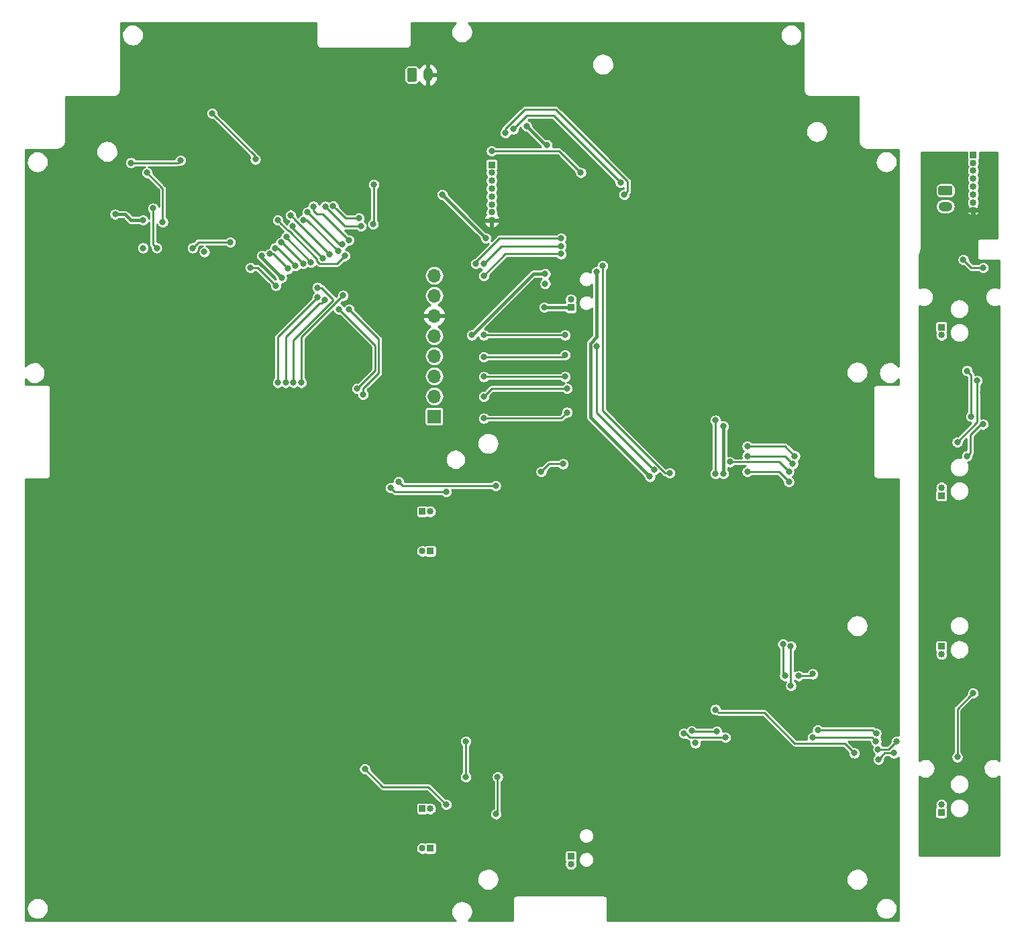
<source format=gbr>
G04 #@! TF.GenerationSoftware,KiCad,Pcbnew,(5.1.2)-2*
G04 #@! TF.CreationDate,2019-07-18T11:18:45-04:00*
G04 #@! TF.ProjectId,Burt,42757274-2e6b-4696-9361-645f70636258,rev?*
G04 #@! TF.SameCoordinates,Original*
G04 #@! TF.FileFunction,Copper,L2,Bot*
G04 #@! TF.FilePolarity,Positive*
%FSLAX46Y46*%
G04 Gerber Fmt 4.6, Leading zero omitted, Abs format (unit mm)*
G04 Created by KiCad (PCBNEW (5.1.2)-2) date 2019-07-18 11:18:45*
%MOMM*%
%LPD*%
G04 APERTURE LIST*
%ADD10C,0.100000*%
%ADD11C,1.200000*%
%ADD12O,1.200000X1.750000*%
%ADD13O,1.750000X1.200000*%
%ADD14O,0.850000X0.850000*%
%ADD15R,0.850000X0.850000*%
%ADD16R,1.700000X1.700000*%
%ADD17O,1.700000X1.700000*%
%ADD18C,0.800000*%
%ADD19C,0.400000*%
%ADD20C,0.250000*%
%ADD21C,0.254000*%
G04 APERTURE END LIST*
D10*
G36*
X-5925495Y58973796D02*
G01*
X-5901227Y58970196D01*
X-5877428Y58964235D01*
X-5854329Y58955970D01*
X-5832150Y58945480D01*
X-5811107Y58932868D01*
X-5791401Y58918253D01*
X-5773223Y58901777D01*
X-5756747Y58883599D01*
X-5742132Y58863893D01*
X-5729520Y58842850D01*
X-5719030Y58820671D01*
X-5710765Y58797572D01*
X-5704804Y58773773D01*
X-5701204Y58749505D01*
X-5700000Y58725001D01*
X-5700000Y57474999D01*
X-5701204Y57450495D01*
X-5704804Y57426227D01*
X-5710765Y57402428D01*
X-5719030Y57379329D01*
X-5729520Y57357150D01*
X-5742132Y57336107D01*
X-5756747Y57316401D01*
X-5773223Y57298223D01*
X-5791401Y57281747D01*
X-5811107Y57267132D01*
X-5832150Y57254520D01*
X-5854329Y57244030D01*
X-5877428Y57235765D01*
X-5901227Y57229804D01*
X-5925495Y57226204D01*
X-5949999Y57225000D01*
X-6650001Y57225000D01*
X-6674505Y57226204D01*
X-6698773Y57229804D01*
X-6722572Y57235765D01*
X-6745671Y57244030D01*
X-6767850Y57254520D01*
X-6788893Y57267132D01*
X-6808599Y57281747D01*
X-6826777Y57298223D01*
X-6843253Y57316401D01*
X-6857868Y57336107D01*
X-6870480Y57357150D01*
X-6880970Y57379329D01*
X-6889235Y57402428D01*
X-6895196Y57426227D01*
X-6898796Y57450495D01*
X-6900000Y57474999D01*
X-6900000Y58725001D01*
X-6898796Y58749505D01*
X-6895196Y58773773D01*
X-6889235Y58797572D01*
X-6880970Y58820671D01*
X-6870480Y58842850D01*
X-6857868Y58863893D01*
X-6843253Y58883599D01*
X-6826777Y58901777D01*
X-6808599Y58918253D01*
X-6788893Y58932868D01*
X-6767850Y58945480D01*
X-6745671Y58955970D01*
X-6722572Y58964235D01*
X-6698773Y58970196D01*
X-6674505Y58973796D01*
X-6650001Y58975000D01*
X-5949999Y58975000D01*
X-5925495Y58973796D01*
X-5925495Y58973796D01*
G37*
D11*
X-6300000Y58100000D03*
D12*
X-4300000Y58100000D03*
D13*
X61000000Y41500000D03*
D10*
G36*
X61649505Y44098796D02*
G01*
X61673773Y44095196D01*
X61697572Y44089235D01*
X61720671Y44080970D01*
X61742850Y44070480D01*
X61763893Y44057868D01*
X61783599Y44043253D01*
X61801777Y44026777D01*
X61818253Y44008599D01*
X61832868Y43988893D01*
X61845480Y43967850D01*
X61855970Y43945671D01*
X61864235Y43922572D01*
X61870196Y43898773D01*
X61873796Y43874505D01*
X61875000Y43850001D01*
X61875000Y43149999D01*
X61873796Y43125495D01*
X61870196Y43101227D01*
X61864235Y43077428D01*
X61855970Y43054329D01*
X61845480Y43032150D01*
X61832868Y43011107D01*
X61818253Y42991401D01*
X61801777Y42973223D01*
X61783599Y42956747D01*
X61763893Y42942132D01*
X61742850Y42929520D01*
X61720671Y42919030D01*
X61697572Y42910765D01*
X61673773Y42904804D01*
X61649505Y42901204D01*
X61625001Y42900000D01*
X60374999Y42900000D01*
X60350495Y42901204D01*
X60326227Y42904804D01*
X60302428Y42910765D01*
X60279329Y42919030D01*
X60257150Y42929520D01*
X60236107Y42942132D01*
X60216401Y42956747D01*
X60198223Y42973223D01*
X60181747Y42991401D01*
X60167132Y43011107D01*
X60154520Y43032150D01*
X60144030Y43054329D01*
X60135765Y43077428D01*
X60129804Y43101227D01*
X60126204Y43125495D01*
X60125000Y43149999D01*
X60125000Y43850001D01*
X60126204Y43874505D01*
X60129804Y43898773D01*
X60135765Y43922572D01*
X60144030Y43945671D01*
X60154520Y43967850D01*
X60167132Y43988893D01*
X60181747Y44008599D01*
X60198223Y44026777D01*
X60216401Y44043253D01*
X60236107Y44057868D01*
X60257150Y44070480D01*
X60279329Y44080970D01*
X60302428Y44089235D01*
X60326227Y44095196D01*
X60350495Y44098796D01*
X60374999Y44100000D01*
X61625001Y44100000D01*
X61649505Y44098796D01*
X61649505Y44098796D01*
G37*
D11*
X61000000Y43500000D03*
D14*
X60500000Y-15000000D03*
D15*
X60500000Y-14000000D03*
D14*
X60500000Y-34000000D03*
D15*
X60500000Y-35000000D03*
D14*
X60500000Y25250000D03*
D15*
X60500000Y26250000D03*
D14*
X13750000Y29750000D03*
D15*
X13750000Y28750000D03*
X13750000Y-40500000D03*
D14*
X13750000Y-41500000D03*
D15*
X-5000000Y-34500000D03*
D14*
X-4000000Y-34500000D03*
X-5000000Y-39500000D03*
D15*
X-4000000Y-39500000D03*
X60500000Y5000000D03*
D14*
X60500000Y6000000D03*
D15*
X-5000000Y3000000D03*
D14*
X-4000000Y3000000D03*
D15*
X-4000000Y-2000000D03*
D14*
X-5000000Y-2000000D03*
D16*
X-3500000Y15000000D03*
D17*
X-3500000Y17540000D03*
X-3500000Y20080000D03*
X-3500000Y22620000D03*
X-3500000Y25160000D03*
X-3500000Y27700000D03*
X-3500000Y30240000D03*
X-3500000Y32780000D03*
D14*
X64500000Y41000000D03*
X64500000Y42000000D03*
X64500000Y43000000D03*
X64500000Y44000000D03*
X64500000Y45000000D03*
X64500000Y46000000D03*
X64500000Y47000000D03*
D15*
X64500000Y48000000D03*
X3750000Y46750000D03*
D14*
X3750000Y45750000D03*
X3750000Y44750000D03*
X3750000Y43750000D03*
X3750000Y42750000D03*
X3750000Y41750000D03*
X3750000Y40750000D03*
X3750000Y39750000D03*
D18*
X-9500000Y51500000D03*
X-1500000Y53000000D03*
X11207115Y50207115D03*
X9000000Y46500000D03*
X1497397Y-29019962D03*
X3502603Y-31980038D03*
X1500000Y-36000000D03*
X-2000000Y-40500000D03*
X-2000000Y-3000000D03*
X-7000000Y4000000D03*
X3250000Y-25000000D03*
X-7000000Y-33750000D03*
X-50750000Y14000000D03*
X-41500000Y44750000D03*
X-9934307Y47434307D03*
X-36252985Y39449990D03*
X-36250000Y50250000D03*
X-41500000Y55250000D03*
X46750000Y-28000000D03*
X10500000Y33000000D03*
X1250000Y25250000D03*
X-11139669Y44250021D03*
X-11229728Y39270272D03*
X17000000Y33250000D03*
X23713351Y7385601D03*
X2750000Y17500000D03*
X13250000Y18500000D03*
X36000000Y10000000D03*
X41750000Y9000000D03*
X54500000Y-27500000D03*
X52537660Y-28287660D03*
X13250000Y15500000D03*
X2750000Y14750000D03*
X41250000Y6750000D03*
X36000000Y8000000D03*
X-8000000Y6750000D03*
X10000000Y8000000D03*
X12750000Y9000000D03*
X4250000Y6250000D03*
X41250000Y8000000D03*
X33800010Y9250000D03*
X13000000Y20000000D03*
X2750000Y20000000D03*
X52500000Y-27000000D03*
X54850000Y-26000000D03*
X42000000Y10000000D03*
X36000000Y11250000D03*
X13000000Y25250000D03*
X2750000Y25250000D03*
X52250000Y-26000000D03*
X44250000Y-25500000D03*
X33250000Y-25500000D03*
X28000000Y-25000000D03*
X17024990Y23843805D03*
X24237340Y8237340D03*
X2750000Y32750000D03*
X12500000Y35500000D03*
X17750000Y34000000D03*
X44889922Y-24567065D03*
X52262660Y-24987340D03*
X32160145Y-24774990D03*
X28975192Y-24699872D03*
X26225010Y7839855D03*
X-19500000Y40750000D03*
X-15500000Y28500000D03*
X-13250000Y18500000D03*
X-15082060Y36695293D03*
X-2000000Y5500000D03*
X-9000000Y6000000D03*
X-12500000Y17750000D03*
X-14250000Y28500000D03*
X-14250000Y37250000D03*
X-18750000Y41500000D03*
X-31500000Y53250000D03*
X-26062354Y47430969D03*
X12500000Y37500000D03*
X1750000Y34250000D03*
X-12750000Y39000000D03*
X-17250000Y41500000D03*
X42500000Y-17750000D03*
X44250000Y-17500000D03*
X-39000000Y41250000D03*
X-38500000Y36250000D03*
X3750000Y48500000D03*
X15000000Y45750000D03*
X-39750000Y45750000D03*
X-37750000Y39500000D03*
X-23500000Y31500000D03*
X-13000000Y40000000D03*
X2750000Y34250000D03*
X12500000Y36500000D03*
X-16252416Y41569644D03*
X-26679996Y33774990D03*
X6500000Y51250000D03*
X20000000Y44500000D03*
X41500000Y-19000000D03*
X41500000Y-14000000D03*
X5500000Y50750000D03*
X40500000Y-13750000D03*
X40750000Y-17750000D03*
X20487340Y42987340D03*
X-40250000Y36250000D03*
X-32500000Y35750000D03*
X-40250000Y39750000D03*
X-43750000Y40500000D03*
X10500000Y31750000D03*
X-22750000Y32500000D03*
X-2500000Y43000000D03*
X3005137Y37505137D03*
X-25237340Y35262660D03*
X33000000Y13750000D03*
X33000000Y7750000D03*
X29456656Y-26225010D03*
X2750000Y22500000D03*
X13000000Y22750000D03*
X32000000Y14500000D03*
X32000000Y7750000D03*
X32000000Y-22000000D03*
X49522122Y-27495619D03*
X500000Y-30500000D03*
X-20250000Y19250000D03*
X-15000000Y30250000D03*
X-14750000Y35250000D03*
X-23250000Y39750000D03*
X500000Y-26000000D03*
X-29250000Y37000000D03*
X-34000000Y36250000D03*
X-21949990Y33635388D03*
X-24232034Y35495176D03*
X-20986549Y33995656D03*
X-23579802Y36253212D03*
X4500000Y-30500000D03*
X-21250000Y19250000D03*
X-18250000Y31250000D03*
X-17588035Y34958585D03*
X4309307Y-35190693D03*
X-21382791Y38969825D03*
X10396175Y28784608D03*
X8171415Y51598656D03*
X10750000Y49250000D03*
X-20019225Y34249246D03*
X-22844428Y36930891D03*
X-19036080Y34432139D03*
X-22162652Y37662468D03*
X62500000Y11750000D03*
X65000000Y19500000D03*
X63750000Y20750000D03*
X64250000Y15000000D03*
X62500000Y-28000000D03*
X64475010Y-19943379D03*
X63750000Y10000000D03*
X65750000Y14000000D03*
X65750000Y33750000D03*
X63250000Y34750000D03*
X59750000Y-26750000D03*
X65750000Y-21750000D03*
X59750000Y13000000D03*
X65750000Y18000000D03*
X-18250000Y30000000D03*
X-23250000Y19250000D03*
X-21612340Y40387660D03*
X-16707023Y35431703D03*
X-12250000Y-29500000D03*
X-2000000Y-34000000D03*
X-22250000Y19250000D03*
X-17311781Y29653926D03*
X-15621369Y35853170D03*
X-19999576Y39775743D03*
X-41750000Y47000000D03*
X-35513412Y47325043D03*
D19*
X10500000Y33000000D02*
X9000000Y33000000D01*
X1649999Y25649999D02*
X1250000Y25250000D01*
X9000000Y33000000D02*
X1649999Y25649999D01*
D20*
X-11139669Y39360331D02*
X-11229728Y39270272D01*
X-11139669Y44250021D02*
X-11139669Y39360331D01*
D19*
X17000000Y33250000D02*
X17000000Y25002817D01*
X23313352Y7785600D02*
X23713351Y7385601D01*
X17000000Y25002817D02*
X16224989Y24227806D01*
X16224989Y14873963D02*
X23313352Y7785600D01*
X16224989Y24227806D02*
X16224989Y14873963D01*
D20*
X2750000Y17500000D02*
X3750000Y18500000D01*
X3750000Y18500000D02*
X13250000Y18500000D01*
X36000000Y10000000D02*
X40750000Y10000000D01*
X40750000Y10000000D02*
X41750000Y9000000D01*
X53325320Y-27500000D02*
X52937659Y-27887661D01*
X52937659Y-27887661D02*
X52537660Y-28287660D01*
X54500000Y-27500000D02*
X53325320Y-27500000D01*
X13250000Y15500000D02*
X12500000Y14750000D01*
X12500000Y14750000D02*
X2750000Y14750000D01*
X41250000Y6750000D02*
X40000000Y8000000D01*
X40000000Y8000000D02*
X36000000Y8000000D01*
X10000000Y8000000D02*
X11000000Y9000000D01*
X11000000Y9000000D02*
X12750000Y9000000D01*
X-7500000Y6250000D02*
X3684315Y6250000D01*
X-8000000Y6750000D02*
X-7500000Y6250000D01*
X3684315Y6250000D02*
X4250000Y6250000D01*
X34365695Y9250000D02*
X33800010Y9250000D01*
X40000000Y9250000D02*
X34365695Y9250000D01*
X41250000Y8000000D02*
X40000000Y9250000D01*
X13000000Y20000000D02*
X2750000Y20000000D01*
X53850000Y-27000000D02*
X54850000Y-26000000D01*
X52500000Y-27000000D02*
X53850000Y-27000000D01*
X42000000Y10000000D02*
X40750000Y11250000D01*
X40750000Y11250000D02*
X36000000Y11250000D01*
X13000000Y25250000D02*
X2750000Y25250000D01*
X51750000Y-25500000D02*
X44250000Y-25500000D01*
X52250000Y-26000000D02*
X51750000Y-25500000D01*
X33250000Y-25500000D02*
X28750000Y-25500000D01*
X28250000Y-25000000D02*
X28000000Y-25000000D01*
X28750000Y-25500000D02*
X28250000Y-25000000D01*
X17024990Y15449690D02*
X23837341Y8637339D01*
X23837341Y8637339D02*
X24237340Y8237340D01*
X17024990Y23843805D02*
X17024990Y15449690D01*
X2750000Y32750000D02*
X5500000Y35500000D01*
X5500000Y35500000D02*
X12500000Y35500000D01*
X52250000Y-25000000D02*
X52262660Y-24987340D01*
X45455607Y-24567065D02*
X44889922Y-24567065D01*
X52250000Y-25000000D02*
X51817065Y-24567065D01*
X51817065Y-24567065D02*
X45455607Y-24567065D01*
X29050310Y-24774990D02*
X28975192Y-24699872D01*
X32160145Y-24774990D02*
X29050310Y-24774990D01*
X25660145Y7839855D02*
X26225010Y7839855D01*
X17750000Y34000000D02*
X17750000Y15750000D01*
X17750000Y15750000D02*
X25660145Y7839855D01*
X-15500000Y28500000D02*
X-10950011Y23950011D01*
X-10950011Y23950011D02*
X-10950011Y20799989D01*
X-12850001Y18899999D02*
X-13250000Y18500000D01*
X-10950011Y20799989D02*
X-12850001Y18899999D01*
X-15445293Y36695293D02*
X-15082060Y36695293D01*
X-19500000Y40750000D02*
X-15445293Y36695293D01*
X-2000000Y5500000D02*
X-8500000Y5500000D01*
X-8500000Y5500000D02*
X-9000000Y6000000D01*
X-12500000Y17750000D02*
X-12500000Y18500000D01*
X-12500000Y18500000D02*
X-10500000Y20500000D01*
X-10500000Y24750000D02*
X-14250000Y28500000D01*
X-10500000Y20500000D02*
X-10500000Y24750000D01*
X-31500000Y53250000D02*
X-26062354Y47812354D01*
X-26062354Y47812354D02*
X-26062354Y47430969D01*
X-17524998Y40524998D02*
X-18340683Y40524998D01*
X-18340683Y40524998D02*
X-18750000Y40934315D01*
X-18750000Y40934315D02*
X-18750000Y41500000D01*
X-14250000Y37250000D02*
X-17524998Y40524998D01*
X12500000Y37500000D02*
X4750000Y37500000D01*
X4750000Y37500000D02*
X1750000Y34500000D01*
X1750000Y34500000D02*
X1750000Y34250000D01*
X-12750000Y39000000D02*
X-14750000Y39000000D01*
X-14750000Y39000000D02*
X-17250000Y41500000D01*
X42500000Y-17750000D02*
X44000000Y-17750000D01*
X44000000Y-17750000D02*
X44250000Y-17500000D01*
X-39000000Y36750000D02*
X-38500000Y36250000D01*
X-39000000Y41250000D02*
X-39000000Y36750000D01*
X3750000Y48500000D02*
X12250000Y48500000D01*
X12250000Y48500000D02*
X15000000Y45750000D01*
X-39750000Y45750000D02*
X-37750000Y43750000D01*
X-37750000Y43750000D02*
X-37750000Y39500000D01*
X2750000Y34250000D02*
X5000000Y36500000D01*
X5000000Y36500000D02*
X12500000Y36500000D01*
X-14682772Y40000000D02*
X-15852417Y41169645D01*
X-15852417Y41169645D02*
X-16252416Y41569644D01*
X-13000000Y40000000D02*
X-14682772Y40000000D01*
X-25774990Y33774990D02*
X-26114311Y33774990D01*
X-26114311Y33774990D02*
X-26679996Y33774990D01*
X-23500000Y31500000D02*
X-25774990Y33774990D01*
X6500000Y51250000D02*
X8200011Y52950011D01*
X8200011Y52950011D02*
X11549989Y52950011D01*
X19600001Y44899999D02*
X20000000Y44500000D01*
X11549989Y52950011D02*
X19600001Y44899999D01*
X41500000Y-19000000D02*
X41500000Y-14000000D01*
X40500000Y-13750000D02*
X40500000Y-17500000D01*
X40500000Y-17500000D02*
X40750000Y-17750000D01*
X11815685Y53750000D02*
X20887339Y44678346D01*
X5500000Y50750000D02*
X5500000Y51315685D01*
X5500000Y51315685D02*
X7934315Y53750000D01*
X20887339Y44678346D02*
X20887339Y43387339D01*
X20887339Y43387339D02*
X20487340Y42987340D01*
X7934315Y53750000D02*
X11815685Y53750000D01*
D19*
X-42500000Y40500000D02*
X-43750000Y40500000D01*
X-40250000Y39750000D02*
X-41750000Y39750000D01*
X-41750000Y39750000D02*
X-42500000Y40500000D01*
X2994863Y37505137D02*
X3005137Y37505137D01*
X-2500000Y43000000D02*
X2994863Y37505137D01*
X-25237340Y34987340D02*
X-25237340Y35262660D01*
X-22750000Y32500000D02*
X-25237340Y34987340D01*
X33000000Y13750000D02*
X33000000Y7750000D01*
D20*
X2750000Y22500000D02*
X12750000Y22500000D01*
X12750000Y22500000D02*
X13000000Y22750000D01*
X32000000Y14500000D02*
X32000000Y7750000D01*
X48276503Y-26250000D02*
X49522122Y-27495619D01*
X42000000Y-26250000D02*
X48276503Y-26250000D01*
X38149999Y-22399999D02*
X42000000Y-26250000D01*
X32000000Y-22000000D02*
X32399999Y-22399999D01*
X32399999Y-22399999D02*
X38149999Y-22399999D01*
X-20250000Y19250000D02*
X-20250000Y25000000D01*
X-20250000Y25000000D02*
X-15250000Y30000000D01*
X-15250000Y30000000D02*
X-15000000Y30250000D01*
X500000Y-26000000D02*
X500000Y-30500000D01*
X-15766417Y34233583D02*
X-17936037Y34233583D01*
X-14750000Y35250000D02*
X-15766417Y34233583D01*
X-18313037Y34610583D02*
X-18313037Y34885857D01*
X-21814650Y38387470D02*
X-21887470Y38387470D01*
X-22850001Y39350001D02*
X-23250000Y39750000D01*
X-18313037Y34885857D02*
X-21814650Y38387470D01*
X-21887470Y38387470D02*
X-22850001Y39350001D01*
X-17936037Y34233583D02*
X-18313037Y34610583D01*
X-33250000Y37000000D02*
X-29250000Y37000000D01*
X-34000000Y36250000D02*
X-33250000Y37000000D01*
X-21949990Y33635388D02*
X-23809778Y35495176D01*
X-23809778Y35495176D02*
X-24232034Y35495176D01*
X-23244105Y36253212D02*
X-23579802Y36253212D01*
X-20986549Y33995656D02*
X-23244105Y36253212D01*
X-21250000Y24642705D02*
X-16250000Y29642705D01*
X-21250000Y19250000D02*
X-21250000Y24642705D01*
X-16250000Y29815685D02*
X-17684315Y31250000D01*
X-16250000Y29642705D02*
X-16250000Y29815685D01*
X-17684315Y31250000D02*
X-18250000Y31250000D01*
X4500000Y-30500000D02*
X4500000Y-35000000D01*
X4500000Y-35000000D02*
X4309307Y-35190693D01*
X-21382791Y38753341D02*
X-21382791Y38969825D01*
X-17588035Y34958585D02*
X-21382791Y38753341D01*
D19*
X13750000Y28750000D02*
X10430783Y28750000D01*
X10430783Y28750000D02*
X10396175Y28784608D01*
X8171415Y51598656D02*
X10520071Y49250000D01*
X10520071Y49250000D02*
X10750000Y49250000D01*
D20*
X-22700870Y36930891D02*
X-22844428Y36930891D01*
X-20019225Y34249246D02*
X-22700870Y36930891D01*
X-19036080Y34432139D02*
X-22162652Y37558711D01*
X-22162652Y37558711D02*
X-22162652Y37662468D01*
X65000000Y14250000D02*
X65000000Y19500000D01*
X62500000Y11750000D02*
X65000000Y14250000D01*
X63750000Y20750000D02*
X64250000Y20250000D01*
X64250000Y20250000D02*
X64250000Y15000000D01*
X62500000Y-28000000D02*
X62500000Y-21918389D01*
X64075011Y-20343378D02*
X64475010Y-19943379D01*
X62500000Y-21918389D02*
X64075011Y-20343378D01*
X64149999Y10399999D02*
X64149999Y12649999D01*
X63750000Y10000000D02*
X64149999Y10399999D01*
X64149999Y12649999D02*
X65500000Y14000000D01*
X65500000Y14000000D02*
X65750000Y14000000D01*
X65750000Y33750000D02*
X64250000Y33750000D01*
X64250000Y33750000D02*
X63250000Y34750000D01*
X-18250000Y30000000D02*
X-23250000Y25000000D01*
X-23250000Y25000000D02*
X-23250000Y19250000D01*
X-21212341Y39937021D02*
X-17107022Y35831702D01*
X-21212341Y39987661D02*
X-21212341Y39937021D01*
X-21612340Y40387660D02*
X-21212341Y39987661D01*
X-17107022Y35831702D02*
X-16707023Y35431703D01*
X-4250000Y-31750000D02*
X-10000000Y-31750000D01*
X-2000000Y-34000000D02*
X-4250000Y-31750000D01*
X-10000000Y-31750000D02*
X-12250000Y-29500000D01*
X-22250000Y25022822D02*
X-18018895Y29253927D01*
X-18018895Y29253927D02*
X-17711780Y29253927D01*
X-22250000Y19250000D02*
X-22250000Y25022822D01*
X-17711780Y29253927D02*
X-17311781Y29653926D01*
X-19543942Y39775743D02*
X-19999576Y39775743D01*
X-15621369Y35853170D02*
X-19543942Y39775743D01*
X-35838455Y47000000D02*
X-35513412Y47325043D01*
X-41750000Y47000000D02*
X-35838455Y47000000D01*
D21*
G36*
X63696176Y47575000D02*
G01*
X63703455Y47501095D01*
X63725012Y47430030D01*
X63760019Y47364537D01*
X63775433Y47345756D01*
X63755464Y47308397D01*
X63709605Y47157219D01*
X63694120Y47000000D01*
X63709605Y46842781D01*
X63755464Y46691603D01*
X63829935Y46552277D01*
X63872838Y46500000D01*
X63829935Y46447723D01*
X63755464Y46308397D01*
X63709605Y46157219D01*
X63694120Y46000000D01*
X63709605Y45842781D01*
X63755464Y45691603D01*
X63829935Y45552277D01*
X63872838Y45500000D01*
X63829935Y45447723D01*
X63755464Y45308397D01*
X63709605Y45157219D01*
X63694120Y45000000D01*
X63709605Y44842781D01*
X63755464Y44691603D01*
X63829935Y44552277D01*
X63872838Y44500000D01*
X63829935Y44447723D01*
X63755464Y44308397D01*
X63709605Y44157219D01*
X63694120Y44000000D01*
X63709605Y43842781D01*
X63755464Y43691603D01*
X63829935Y43552277D01*
X63872838Y43500000D01*
X63829935Y43447723D01*
X63755464Y43308397D01*
X63709605Y43157219D01*
X63694120Y43000000D01*
X63709605Y42842781D01*
X63755464Y42691603D01*
X63829935Y42552277D01*
X63872838Y42500000D01*
X63829935Y42447723D01*
X63755464Y42308397D01*
X63709605Y42157219D01*
X63694120Y42000000D01*
X63709605Y41842781D01*
X63755464Y41691603D01*
X63829935Y41552277D01*
X63875101Y41497243D01*
X63841373Y41457638D01*
X63764748Y41320353D01*
X63753586Y41293377D01*
X63813719Y41173000D01*
X64327000Y41173000D01*
X64327000Y41193000D01*
X64673000Y41193000D01*
X64673000Y41173000D01*
X65186281Y41173000D01*
X65246414Y41293377D01*
X65235252Y41320353D01*
X65158627Y41457638D01*
X65124899Y41497243D01*
X65170065Y41552277D01*
X65244536Y41691603D01*
X65290395Y41842781D01*
X65305880Y42000000D01*
X65290395Y42157219D01*
X65244536Y42308397D01*
X65170065Y42447723D01*
X65127162Y42500000D01*
X65170065Y42552277D01*
X65244536Y42691603D01*
X65290395Y42842781D01*
X65305880Y43000000D01*
X65290395Y43157219D01*
X65244536Y43308397D01*
X65170065Y43447723D01*
X65127162Y43500000D01*
X65170065Y43552277D01*
X65244536Y43691603D01*
X65290395Y43842781D01*
X65305880Y44000000D01*
X65290395Y44157219D01*
X65244536Y44308397D01*
X65170065Y44447723D01*
X65127162Y44500000D01*
X65170065Y44552277D01*
X65244536Y44691603D01*
X65290395Y44842781D01*
X65305880Y45000000D01*
X65290395Y45157219D01*
X65244536Y45308397D01*
X65170065Y45447723D01*
X65127162Y45500000D01*
X65170065Y45552277D01*
X65244536Y45691603D01*
X65290395Y45842781D01*
X65305880Y46000000D01*
X65290395Y46157219D01*
X65244536Y46308397D01*
X65170065Y46447723D01*
X65127162Y46500000D01*
X65170065Y46552277D01*
X65244536Y46691603D01*
X65290395Y46842781D01*
X65305880Y47000000D01*
X65290395Y47157219D01*
X65244536Y47308397D01*
X65224567Y47345756D01*
X65239981Y47364537D01*
X65274988Y47430030D01*
X65296545Y47501095D01*
X65303824Y47575000D01*
X65303824Y48321184D01*
X67496184Y48321184D01*
X67496185Y37515726D01*
X65473421Y37515726D01*
X65449999Y37518033D01*
X65426576Y37515726D01*
X65356491Y37508823D01*
X65266576Y37481548D01*
X65183710Y37437255D01*
X65111078Y37377647D01*
X65051470Y37305015D01*
X65007177Y37222149D01*
X64979902Y37132234D01*
X64970692Y37038726D01*
X64972999Y37015303D01*
X64973000Y35162159D01*
X64970692Y35138726D01*
X64979902Y35045218D01*
X65007177Y34955303D01*
X65051470Y34872437D01*
X65111078Y34799805D01*
X65183710Y34740197D01*
X65266576Y34695904D01*
X65356491Y34668629D01*
X65426576Y34661726D01*
X65426577Y34661726D01*
X65449999Y34659419D01*
X65473422Y34661726D01*
X67773000Y34661726D01*
X67773000Y31197078D01*
X67692766Y31237607D01*
X67458359Y31303054D01*
X67215705Y31321726D01*
X66974045Y31292909D01*
X66742585Y31217703D01*
X66530140Y31098972D01*
X66344803Y30941238D01*
X66193633Y30750509D01*
X66082389Y30534050D01*
X66015306Y30300106D01*
X65994942Y30057588D01*
X66022070Y29815733D01*
X66095658Y29583753D01*
X66212903Y29370485D01*
X66369340Y29184052D01*
X66559009Y29031554D01*
X66774686Y28918801D01*
X67008156Y28850087D01*
X67250526Y28828029D01*
X67492564Y28853469D01*
X67725052Y28925436D01*
X67773000Y28951361D01*
X67772999Y-28436108D01*
X67691102Y-28372123D01*
X67473872Y-28262392D01*
X67239465Y-28196945D01*
X66996811Y-28178273D01*
X66755151Y-28207090D01*
X66523691Y-28282296D01*
X66311246Y-28401027D01*
X66125909Y-28558761D01*
X65974739Y-28749490D01*
X65863495Y-28965949D01*
X65796412Y-29199893D01*
X65776048Y-29442411D01*
X65803176Y-29684266D01*
X65876764Y-29916246D01*
X65994009Y-30129514D01*
X66150446Y-30315947D01*
X66340115Y-30468445D01*
X66555792Y-30581198D01*
X66789262Y-30649912D01*
X67031632Y-30671970D01*
X67273670Y-30646530D01*
X67506158Y-30574563D01*
X67720240Y-30458810D01*
X67772999Y-30415164D01*
X67772999Y-40448000D01*
X57726999Y-40448000D01*
X57726999Y-34000000D01*
X59694120Y-34000000D01*
X59709605Y-34157219D01*
X59755464Y-34308397D01*
X59775433Y-34345756D01*
X59760019Y-34364537D01*
X59725012Y-34430030D01*
X59703455Y-34501095D01*
X59696176Y-34575000D01*
X59696176Y-35425000D01*
X59703455Y-35498905D01*
X59725012Y-35569970D01*
X59760019Y-35635463D01*
X59807131Y-35692869D01*
X59864537Y-35739981D01*
X59930030Y-35774988D01*
X60001095Y-35796545D01*
X60075000Y-35803824D01*
X60925000Y-35803824D01*
X60998905Y-35796545D01*
X61069970Y-35774988D01*
X61135463Y-35739981D01*
X61192869Y-35692869D01*
X61239981Y-35635463D01*
X61274988Y-35569970D01*
X61296545Y-35498905D01*
X61303824Y-35425000D01*
X61303824Y-34575000D01*
X61296545Y-34501095D01*
X61278744Y-34442411D01*
X61503122Y-34442411D01*
X61530250Y-34684266D01*
X61603838Y-34916246D01*
X61721083Y-35129514D01*
X61877520Y-35315947D01*
X62067189Y-35468445D01*
X62282866Y-35581198D01*
X62516336Y-35649912D01*
X62758706Y-35671970D01*
X63000744Y-35646530D01*
X63233232Y-35574563D01*
X63447314Y-35458810D01*
X63634835Y-35303679D01*
X63788653Y-35115079D01*
X63902909Y-34900195D01*
X63973251Y-34667210D01*
X63997000Y-34425000D01*
X63996514Y-34390182D01*
X63966011Y-34148729D01*
X63889191Y-33917799D01*
X63768980Y-33706189D01*
X63609956Y-33521958D01*
X63418176Y-33372123D01*
X63200946Y-33262392D01*
X62966539Y-33196945D01*
X62723885Y-33178273D01*
X62482225Y-33207090D01*
X62250765Y-33282296D01*
X62038320Y-33401027D01*
X61852983Y-33558761D01*
X61701813Y-33749490D01*
X61590569Y-33965949D01*
X61523486Y-34199893D01*
X61503122Y-34442411D01*
X61278744Y-34442411D01*
X61274988Y-34430030D01*
X61239981Y-34364537D01*
X61224567Y-34345756D01*
X61244536Y-34308397D01*
X61290395Y-34157219D01*
X61305880Y-34000000D01*
X61290395Y-33842781D01*
X61244536Y-33691603D01*
X61170065Y-33552277D01*
X61069843Y-33430157D01*
X60947723Y-33329935D01*
X60808397Y-33255464D01*
X60657219Y-33209605D01*
X60539394Y-33198000D01*
X60460606Y-33198000D01*
X60342781Y-33209605D01*
X60191603Y-33255464D01*
X60052277Y-33329935D01*
X59930157Y-33430157D01*
X59829935Y-33552277D01*
X59755464Y-33691603D01*
X59709605Y-33842781D01*
X59694120Y-34000000D01*
X57726999Y-34000000D01*
X57726999Y-31442410D01*
X61503123Y-31442410D01*
X61530251Y-31684265D01*
X61603839Y-31916245D01*
X61721084Y-32129513D01*
X61877521Y-32315946D01*
X62067190Y-32468444D01*
X62282867Y-32581197D01*
X62516337Y-32649911D01*
X62758707Y-32671969D01*
X63000745Y-32646529D01*
X63233233Y-32574562D01*
X63447315Y-32458809D01*
X63634836Y-32303678D01*
X63788654Y-32115078D01*
X63902910Y-31900194D01*
X63973252Y-31667209D01*
X63997001Y-31424999D01*
X63996515Y-31390181D01*
X63966012Y-31148728D01*
X63889192Y-30917798D01*
X63768981Y-30706188D01*
X63609957Y-30521957D01*
X63418177Y-30372122D01*
X63200947Y-30262391D01*
X62966540Y-30196944D01*
X62723886Y-30178272D01*
X62482226Y-30207089D01*
X62250766Y-30282295D01*
X62038321Y-30401026D01*
X61852984Y-30558760D01*
X61701814Y-30749489D01*
X61590570Y-30965948D01*
X61523487Y-31199892D01*
X61503123Y-31442410D01*
X57726999Y-31442410D01*
X57726999Y-30414364D01*
X57794263Y-30468445D01*
X58009940Y-30581198D01*
X58243410Y-30649912D01*
X58485780Y-30671970D01*
X58727818Y-30646530D01*
X58960306Y-30574563D01*
X59174388Y-30458810D01*
X59361909Y-30303679D01*
X59515727Y-30115079D01*
X59629983Y-29900195D01*
X59700325Y-29667210D01*
X59724074Y-29425000D01*
X59723588Y-29390182D01*
X59693085Y-29148729D01*
X59616265Y-28917799D01*
X59496054Y-28706189D01*
X59337030Y-28521958D01*
X59145250Y-28372123D01*
X58928020Y-28262392D01*
X58693613Y-28196945D01*
X58450959Y-28178273D01*
X58209299Y-28207090D01*
X57977839Y-28282296D01*
X57765394Y-28401027D01*
X57726999Y-28433703D01*
X57726999Y-27923472D01*
X61723000Y-27923472D01*
X61723000Y-28076528D01*
X61752859Y-28226643D01*
X61811431Y-28368048D01*
X61896464Y-28495309D01*
X62004691Y-28603536D01*
X62131952Y-28688569D01*
X62273357Y-28747141D01*
X62423472Y-28777000D01*
X62576528Y-28777000D01*
X62726643Y-28747141D01*
X62868048Y-28688569D01*
X62995309Y-28603536D01*
X63103536Y-28495309D01*
X63188569Y-28368048D01*
X63247141Y-28226643D01*
X63277000Y-28076528D01*
X63277000Y-27923472D01*
X63247141Y-27773357D01*
X63188569Y-27631952D01*
X63103536Y-27504691D01*
X63002000Y-27403155D01*
X63002000Y-22126323D01*
X64407945Y-20720379D01*
X64551538Y-20720379D01*
X64701653Y-20690520D01*
X64843058Y-20631948D01*
X64970319Y-20546915D01*
X65078546Y-20438688D01*
X65163579Y-20311427D01*
X65222151Y-20170022D01*
X65252010Y-20019907D01*
X65252010Y-19866851D01*
X65222151Y-19716736D01*
X65163579Y-19575331D01*
X65078546Y-19448070D01*
X64970319Y-19339843D01*
X64843058Y-19254810D01*
X64701653Y-19196238D01*
X64551538Y-19166379D01*
X64398482Y-19166379D01*
X64248367Y-19196238D01*
X64106962Y-19254810D01*
X63979701Y-19339843D01*
X63871474Y-19448070D01*
X63786441Y-19575331D01*
X63727869Y-19716736D01*
X63698010Y-19866851D01*
X63698010Y-20010444D01*
X62162463Y-21545992D01*
X62143317Y-21561705D01*
X62127604Y-21580851D01*
X62127601Y-21580854D01*
X62080584Y-21638144D01*
X62033970Y-21725353D01*
X62005265Y-21819980D01*
X61995573Y-21918389D01*
X61998001Y-21943042D01*
X61998000Y-27403155D01*
X61896464Y-27504691D01*
X61811431Y-27631952D01*
X61752859Y-27773357D01*
X61723000Y-27923472D01*
X57726999Y-27923472D01*
X57726999Y-15000000D01*
X59694120Y-15000000D01*
X59709605Y-15157219D01*
X59755464Y-15308397D01*
X59829935Y-15447723D01*
X59930157Y-15569843D01*
X60052277Y-15670065D01*
X60191603Y-15744536D01*
X60342781Y-15790395D01*
X60460606Y-15802000D01*
X60539394Y-15802000D01*
X60657219Y-15790395D01*
X60808397Y-15744536D01*
X60947723Y-15670065D01*
X61069843Y-15569843D01*
X61170065Y-15447723D01*
X61244536Y-15308397D01*
X61290395Y-15157219D01*
X61305880Y-15000000D01*
X61290395Y-14842781D01*
X61244536Y-14691603D01*
X61224567Y-14654244D01*
X61239981Y-14635463D01*
X61274988Y-14569970D01*
X61296545Y-14498905D01*
X61302109Y-14442411D01*
X61503122Y-14442411D01*
X61530250Y-14684266D01*
X61603838Y-14916246D01*
X61721083Y-15129514D01*
X61877520Y-15315947D01*
X62067189Y-15468445D01*
X62282866Y-15581198D01*
X62516336Y-15649912D01*
X62758706Y-15671970D01*
X63000744Y-15646530D01*
X63233232Y-15574563D01*
X63447314Y-15458810D01*
X63634835Y-15303679D01*
X63788653Y-15115079D01*
X63902909Y-14900195D01*
X63973251Y-14667210D01*
X63997000Y-14425000D01*
X63996514Y-14390182D01*
X63966011Y-14148729D01*
X63889191Y-13917799D01*
X63768980Y-13706189D01*
X63609956Y-13521958D01*
X63418176Y-13372123D01*
X63200946Y-13262392D01*
X62966539Y-13196945D01*
X62723885Y-13178273D01*
X62482225Y-13207090D01*
X62250765Y-13282296D01*
X62038320Y-13401027D01*
X61852983Y-13558761D01*
X61701813Y-13749490D01*
X61590569Y-13965949D01*
X61523486Y-14199893D01*
X61503122Y-14442411D01*
X61302109Y-14442411D01*
X61303824Y-14425000D01*
X61303824Y-13575000D01*
X61296545Y-13501095D01*
X61274988Y-13430030D01*
X61239981Y-13364537D01*
X61192869Y-13307131D01*
X61135463Y-13260019D01*
X61069970Y-13225012D01*
X60998905Y-13203455D01*
X60925000Y-13196176D01*
X60075000Y-13196176D01*
X60001095Y-13203455D01*
X59930030Y-13225012D01*
X59864537Y-13260019D01*
X59807131Y-13307131D01*
X59760019Y-13364537D01*
X59725012Y-13430030D01*
X59703455Y-13501095D01*
X59696176Y-13575000D01*
X59696176Y-14425000D01*
X59703455Y-14498905D01*
X59725012Y-14569970D01*
X59760019Y-14635463D01*
X59775433Y-14654244D01*
X59755464Y-14691603D01*
X59709605Y-14842781D01*
X59694120Y-15000000D01*
X57726999Y-15000000D01*
X57726999Y-11442411D01*
X61503122Y-11442411D01*
X61530250Y-11684266D01*
X61603838Y-11916246D01*
X61721083Y-12129514D01*
X61877520Y-12315947D01*
X62067189Y-12468445D01*
X62282866Y-12581198D01*
X62516336Y-12649912D01*
X62758706Y-12671970D01*
X63000744Y-12646530D01*
X63233232Y-12574563D01*
X63447314Y-12458810D01*
X63634835Y-12303679D01*
X63788653Y-12115079D01*
X63902909Y-11900195D01*
X63973251Y-11667210D01*
X63997000Y-11425000D01*
X63996514Y-11390182D01*
X63966011Y-11148729D01*
X63889191Y-10917799D01*
X63768980Y-10706189D01*
X63609956Y-10521958D01*
X63418176Y-10372123D01*
X63200946Y-10262392D01*
X62966539Y-10196945D01*
X62723885Y-10178273D01*
X62482225Y-10207090D01*
X62250765Y-10282296D01*
X62038320Y-10401027D01*
X61852983Y-10558761D01*
X61701813Y-10749490D01*
X61590569Y-10965949D01*
X61523486Y-11199893D01*
X61503122Y-11442411D01*
X57726999Y-11442411D01*
X57726999Y6000000D01*
X59694120Y6000000D01*
X59709605Y5842781D01*
X59755464Y5691603D01*
X59775433Y5654244D01*
X59760019Y5635463D01*
X59725012Y5569970D01*
X59703455Y5498905D01*
X59696176Y5425000D01*
X59696176Y4575000D01*
X59703455Y4501095D01*
X59725012Y4430030D01*
X59760019Y4364537D01*
X59807131Y4307131D01*
X59864537Y4260019D01*
X59930030Y4225012D01*
X60001095Y4203455D01*
X60075000Y4196176D01*
X60925000Y4196176D01*
X60998905Y4203455D01*
X61069970Y4225012D01*
X61135463Y4260019D01*
X61192869Y4307131D01*
X61239981Y4364537D01*
X61274988Y4430030D01*
X61296545Y4501095D01*
X61303824Y4575000D01*
X61303824Y5425000D01*
X61296545Y5498905D01*
X61278744Y5557588D01*
X61503122Y5557588D01*
X61530250Y5315733D01*
X61603838Y5083753D01*
X61721083Y4870485D01*
X61877520Y4684052D01*
X62067189Y4531554D01*
X62282866Y4418801D01*
X62516336Y4350087D01*
X62758706Y4328029D01*
X63000744Y4353469D01*
X63233232Y4425436D01*
X63447314Y4541189D01*
X63634835Y4696320D01*
X63788653Y4884920D01*
X63902909Y5099804D01*
X63973251Y5332789D01*
X63997000Y5574999D01*
X63996514Y5609817D01*
X63966011Y5851270D01*
X63889191Y6082200D01*
X63768980Y6293810D01*
X63609956Y6478041D01*
X63418176Y6627876D01*
X63200946Y6737607D01*
X62966539Y6803054D01*
X62723885Y6821726D01*
X62482225Y6792909D01*
X62250765Y6717703D01*
X62038320Y6598972D01*
X61852983Y6441238D01*
X61701813Y6250509D01*
X61590569Y6034050D01*
X61523486Y5800106D01*
X61503122Y5557588D01*
X61278744Y5557588D01*
X61274988Y5569970D01*
X61239981Y5635463D01*
X61224567Y5654244D01*
X61244536Y5691603D01*
X61290395Y5842781D01*
X61305880Y6000000D01*
X61290395Y6157219D01*
X61244536Y6308397D01*
X61170065Y6447723D01*
X61069843Y6569843D01*
X60947723Y6670065D01*
X60808397Y6744536D01*
X60657219Y6790395D01*
X60539394Y6802000D01*
X60460606Y6802000D01*
X60342781Y6790395D01*
X60191603Y6744536D01*
X60052277Y6670065D01*
X59930157Y6569843D01*
X59829935Y6447723D01*
X59755464Y6308397D01*
X59709605Y6157219D01*
X59694120Y6000000D01*
X57726999Y6000000D01*
X57726999Y8557588D01*
X61503122Y8557588D01*
X61530250Y8315733D01*
X61603838Y8083753D01*
X61721083Y7870485D01*
X61877520Y7684052D01*
X62067189Y7531554D01*
X62282866Y7418801D01*
X62516336Y7350087D01*
X62758706Y7328029D01*
X63000744Y7353469D01*
X63233232Y7425436D01*
X63447314Y7541189D01*
X63634835Y7696320D01*
X63788653Y7884920D01*
X63902909Y8099804D01*
X63973251Y8332789D01*
X63997000Y8574999D01*
X63996514Y8609817D01*
X63966011Y8851270D01*
X63889191Y9082200D01*
X63809206Y9223000D01*
X63826528Y9223000D01*
X63976643Y9252859D01*
X64118048Y9311431D01*
X64245309Y9396464D01*
X64353536Y9504691D01*
X64438569Y9631952D01*
X64497141Y9773357D01*
X64527000Y9923472D01*
X64527000Y10068071D01*
X64569416Y10119754D01*
X64616030Y10206963D01*
X64644735Y10301590D01*
X64651999Y10375346D01*
X64651999Y10375355D01*
X64654426Y10399998D01*
X64651999Y10424641D01*
X64651999Y12442065D01*
X65480533Y13270597D01*
X65523357Y13252859D01*
X65673472Y13223000D01*
X65826528Y13223000D01*
X65976643Y13252859D01*
X66118048Y13311431D01*
X66245309Y13396464D01*
X66353536Y13504691D01*
X66438569Y13631952D01*
X66497141Y13773357D01*
X66527000Y13923472D01*
X66527000Y14076528D01*
X66497141Y14226643D01*
X66438569Y14368048D01*
X66353536Y14495309D01*
X66245309Y14603536D01*
X66118048Y14688569D01*
X65976643Y14747141D01*
X65826528Y14777000D01*
X65673472Y14777000D01*
X65523357Y14747141D01*
X65502000Y14738295D01*
X65502000Y18903155D01*
X65603536Y19004691D01*
X65688569Y19131952D01*
X65747141Y19273357D01*
X65777000Y19423472D01*
X65777000Y19576528D01*
X65747141Y19726643D01*
X65688569Y19868048D01*
X65603536Y19995309D01*
X65495309Y20103536D01*
X65368048Y20188569D01*
X65226643Y20247141D01*
X65076528Y20277000D01*
X64923472Y20277000D01*
X64773357Y20247141D01*
X64753328Y20238845D01*
X64754427Y20250000D01*
X64752000Y20274643D01*
X64752000Y20274653D01*
X64744736Y20348409D01*
X64716031Y20443036D01*
X64673099Y20523357D01*
X64669417Y20530246D01*
X64622400Y20587536D01*
X64622392Y20587544D01*
X64606684Y20606684D01*
X64587543Y20622393D01*
X64527000Y20682936D01*
X64527000Y20826528D01*
X64497141Y20976643D01*
X64438569Y21118048D01*
X64353536Y21245309D01*
X64245309Y21353536D01*
X64118048Y21438569D01*
X63976643Y21497141D01*
X63826528Y21527000D01*
X63673472Y21527000D01*
X63523357Y21497141D01*
X63381952Y21438569D01*
X63254691Y21353536D01*
X63146464Y21245309D01*
X63061431Y21118048D01*
X63002859Y20976643D01*
X62973000Y20826528D01*
X62973000Y20673472D01*
X63002859Y20523357D01*
X63061431Y20381952D01*
X63146464Y20254691D01*
X63254691Y20146464D01*
X63381952Y20061431D01*
X63523357Y20002859D01*
X63673472Y19973000D01*
X63748000Y19973000D01*
X63748001Y15596846D01*
X63646464Y15495309D01*
X63561431Y15368048D01*
X63502859Y15226643D01*
X63473000Y15076528D01*
X63473000Y14923472D01*
X63502859Y14773357D01*
X63561431Y14631952D01*
X63646464Y14504691D01*
X63754691Y14396464D01*
X63881952Y14311431D01*
X64023357Y14252859D01*
X64173472Y14223000D01*
X64263065Y14223000D01*
X62567066Y12527000D01*
X62423472Y12527000D01*
X62273357Y12497141D01*
X62131952Y12438569D01*
X62004691Y12353536D01*
X61896464Y12245309D01*
X61811431Y12118048D01*
X61752859Y11976643D01*
X61723000Y11826528D01*
X61723000Y11673472D01*
X61752859Y11523357D01*
X61811431Y11381952D01*
X61896464Y11254691D01*
X62004691Y11146464D01*
X62131952Y11061431D01*
X62273357Y11002859D01*
X62423472Y10973000D01*
X62576528Y10973000D01*
X62726643Y11002859D01*
X62868048Y11061431D01*
X62995309Y11146464D01*
X63103536Y11254691D01*
X63188569Y11381952D01*
X63247141Y11523357D01*
X63277000Y11673472D01*
X63277000Y11817066D01*
X63648000Y12188065D01*
X63647999Y10771933D01*
X63523357Y10747141D01*
X63381952Y10688569D01*
X63254691Y10603536D01*
X63146464Y10495309D01*
X63061431Y10368048D01*
X63002859Y10226643D01*
X62973000Y10076528D01*
X62973000Y9923472D01*
X62998740Y9794063D01*
X62966539Y9803054D01*
X62723885Y9821726D01*
X62482225Y9792909D01*
X62250765Y9717703D01*
X62038320Y9598972D01*
X61852983Y9441238D01*
X61701813Y9250509D01*
X61590569Y9034050D01*
X61523486Y8800106D01*
X61503122Y8557588D01*
X57726999Y8557588D01*
X57727000Y25250000D01*
X59694120Y25250000D01*
X59709605Y25092781D01*
X59755464Y24941603D01*
X59829935Y24802277D01*
X59930157Y24680157D01*
X60052277Y24579935D01*
X60191603Y24505464D01*
X60342781Y24459605D01*
X60460606Y24448000D01*
X60539394Y24448000D01*
X60657219Y24459605D01*
X60808397Y24505464D01*
X60947723Y24579935D01*
X61069843Y24680157D01*
X61170065Y24802277D01*
X61244536Y24941603D01*
X61290395Y25092781D01*
X61305880Y25250000D01*
X61290395Y25407219D01*
X61244782Y25557589D01*
X61503122Y25557589D01*
X61530250Y25315734D01*
X61603838Y25083754D01*
X61721083Y24870486D01*
X61877520Y24684053D01*
X62067189Y24531555D01*
X62282866Y24418802D01*
X62516336Y24350088D01*
X62758706Y24328030D01*
X63000744Y24353470D01*
X63233232Y24425437D01*
X63447314Y24541190D01*
X63634835Y24696321D01*
X63788653Y24884921D01*
X63902909Y25099805D01*
X63973251Y25332790D01*
X63997000Y25575000D01*
X63996514Y25609818D01*
X63966011Y25851271D01*
X63889191Y26082201D01*
X63768980Y26293811D01*
X63609956Y26478042D01*
X63418176Y26627877D01*
X63200946Y26737608D01*
X62966539Y26803055D01*
X62723885Y26821727D01*
X62482225Y26792910D01*
X62250765Y26717704D01*
X62038320Y26598973D01*
X61852983Y26441239D01*
X61701813Y26250510D01*
X61590569Y26034051D01*
X61523486Y25800107D01*
X61503122Y25557589D01*
X61244782Y25557589D01*
X61244536Y25558397D01*
X61224567Y25595756D01*
X61239981Y25614537D01*
X61274988Y25680030D01*
X61296545Y25751095D01*
X61303824Y25825000D01*
X61303824Y26675000D01*
X61296545Y26748905D01*
X61274988Y26819970D01*
X61239981Y26885463D01*
X61192869Y26942869D01*
X61135463Y26989981D01*
X61069970Y27024988D01*
X60998905Y27046545D01*
X60925000Y27053824D01*
X60075000Y27053824D01*
X60001095Y27046545D01*
X59930030Y27024988D01*
X59864537Y26989981D01*
X59807131Y26942869D01*
X59760019Y26885463D01*
X59725012Y26819970D01*
X59703455Y26748905D01*
X59696176Y26675000D01*
X59696176Y25825000D01*
X59703455Y25751095D01*
X59725012Y25680030D01*
X59760019Y25614537D01*
X59775433Y25595756D01*
X59755464Y25558397D01*
X59709605Y25407219D01*
X59694120Y25250000D01*
X57727000Y25250000D01*
X57727000Y28557589D01*
X61503122Y28557589D01*
X61530250Y28315734D01*
X61603838Y28083754D01*
X61721083Y27870486D01*
X61877520Y27684053D01*
X62067189Y27531555D01*
X62282866Y27418802D01*
X62516336Y27350088D01*
X62758706Y27328030D01*
X63000744Y27353470D01*
X63233232Y27425437D01*
X63447314Y27541190D01*
X63634835Y27696321D01*
X63788653Y27884921D01*
X63902909Y28099805D01*
X63973251Y28332790D01*
X63997000Y28575000D01*
X63996514Y28609818D01*
X63966011Y28851271D01*
X63889191Y29082201D01*
X63768980Y29293811D01*
X63609956Y29478042D01*
X63418176Y29627877D01*
X63200946Y29737608D01*
X62966539Y29803055D01*
X62723885Y29821727D01*
X62482225Y29792910D01*
X62250765Y29717704D01*
X62038320Y29598973D01*
X61852983Y29441239D01*
X61701813Y29250510D01*
X61590569Y29034051D01*
X61523486Y28800107D01*
X61503122Y28557589D01*
X57727000Y28557589D01*
X57727001Y28952283D01*
X57791046Y28918801D01*
X58024516Y28850087D01*
X58266886Y28828029D01*
X58508924Y28853469D01*
X58741412Y28925436D01*
X58955494Y29041189D01*
X59143015Y29196320D01*
X59296833Y29384920D01*
X59411089Y29599804D01*
X59481431Y29832789D01*
X59505180Y30074999D01*
X59504694Y30109817D01*
X59474191Y30351270D01*
X59397371Y30582200D01*
X59277160Y30793810D01*
X59118136Y30978041D01*
X58926356Y31127876D01*
X58709126Y31237607D01*
X58474719Y31303054D01*
X58232065Y31321726D01*
X57990405Y31292909D01*
X57758945Y31217703D01*
X57727001Y31199850D01*
X57727001Y34826528D01*
X62473000Y34826528D01*
X62473000Y34673472D01*
X62502859Y34523357D01*
X62561431Y34381952D01*
X62646464Y34254691D01*
X62754691Y34146464D01*
X62881952Y34061431D01*
X63023357Y34002859D01*
X63173472Y33973000D01*
X63317066Y33973000D01*
X63877603Y33412462D01*
X63893316Y33393316D01*
X63912462Y33377603D01*
X63912465Y33377600D01*
X63969754Y33330583D01*
X64056963Y33283969D01*
X64151590Y33255264D01*
X64157409Y33254691D01*
X64225347Y33248000D01*
X64225354Y33248000D01*
X64250000Y33245573D01*
X64274645Y33248000D01*
X65153155Y33248000D01*
X65254691Y33146464D01*
X65381952Y33061431D01*
X65523357Y33002859D01*
X65673472Y32973000D01*
X65826528Y32973000D01*
X65976643Y33002859D01*
X66118048Y33061431D01*
X66245309Y33146464D01*
X66353536Y33254691D01*
X66438569Y33381952D01*
X66497141Y33523357D01*
X66527000Y33673472D01*
X66527000Y33826528D01*
X66497141Y33976643D01*
X66438569Y34118048D01*
X66353536Y34245309D01*
X66245309Y34353536D01*
X66118048Y34438569D01*
X65976643Y34497141D01*
X65826528Y34527000D01*
X65673472Y34527000D01*
X65523357Y34497141D01*
X65381952Y34438569D01*
X65254691Y34353536D01*
X65153155Y34252000D01*
X64457935Y34252000D01*
X64027000Y34682934D01*
X64027000Y34826528D01*
X63997141Y34976643D01*
X63938569Y35118048D01*
X63853536Y35245309D01*
X63745309Y35353536D01*
X63618048Y35438569D01*
X63476643Y35497141D01*
X63326528Y35527000D01*
X63173472Y35527000D01*
X63023357Y35497141D01*
X62881952Y35438569D01*
X62754691Y35353536D01*
X62646464Y35245309D01*
X62561431Y35118048D01*
X62502859Y34976643D01*
X62473000Y34826528D01*
X57727001Y34826528D01*
X57727001Y35275930D01*
X57985544Y36240827D01*
X57996913Y36278307D01*
X57999988Y36309530D01*
X58005096Y36340466D01*
X58003816Y36379570D01*
X58003816Y41500000D01*
X59743273Y41500000D01*
X59762137Y41308475D01*
X59818003Y41124309D01*
X59908724Y40954582D01*
X60030814Y40805814D01*
X60179582Y40683724D01*
X60349309Y40593003D01*
X60533475Y40537137D01*
X60677007Y40523000D01*
X61322993Y40523000D01*
X61466525Y40537137D01*
X61650691Y40593003D01*
X61820418Y40683724D01*
X61848320Y40706623D01*
X63753586Y40706623D01*
X63764748Y40679647D01*
X63841373Y40542362D01*
X63943309Y40422664D01*
X64066638Y40325152D01*
X64206621Y40253574D01*
X64327000Y40311119D01*
X64327000Y40827000D01*
X64673000Y40827000D01*
X64673000Y40311119D01*
X64793379Y40253574D01*
X64933362Y40325152D01*
X65056691Y40422664D01*
X65158627Y40542362D01*
X65235252Y40679647D01*
X65246414Y40706623D01*
X65186281Y40827000D01*
X64673000Y40827000D01*
X64327000Y40827000D01*
X63813719Y40827000D01*
X63753586Y40706623D01*
X61848320Y40706623D01*
X61969186Y40805814D01*
X62091276Y40954582D01*
X62181997Y41124309D01*
X62237863Y41308475D01*
X62256727Y41500000D01*
X62237863Y41691525D01*
X62181997Y41875691D01*
X62091276Y42045418D01*
X61969186Y42194186D01*
X61820418Y42316276D01*
X61650691Y42406997D01*
X61466525Y42462863D01*
X61322993Y42477000D01*
X60677007Y42477000D01*
X60533475Y42462863D01*
X60349309Y42406997D01*
X60179582Y42316276D01*
X60030814Y42194186D01*
X59908724Y42045418D01*
X59818003Y41875691D01*
X59762137Y41691525D01*
X59743273Y41500000D01*
X58003816Y41500000D01*
X58003816Y43850001D01*
X59746176Y43850001D01*
X59746176Y43149999D01*
X59758259Y43027322D01*
X59794042Y42909359D01*
X59852152Y42800644D01*
X59930354Y42705354D01*
X60025644Y42627152D01*
X60134359Y42569042D01*
X60252322Y42533259D01*
X60374999Y42521176D01*
X61625001Y42521176D01*
X61747678Y42533259D01*
X61865641Y42569042D01*
X61974356Y42627152D01*
X62069646Y42705354D01*
X62147848Y42800644D01*
X62205958Y42909359D01*
X62241741Y43027322D01*
X62253824Y43149999D01*
X62253824Y43850001D01*
X62241741Y43972678D01*
X62205958Y44090641D01*
X62147848Y44199356D01*
X62069646Y44294646D01*
X61974356Y44372848D01*
X61865641Y44430958D01*
X61747678Y44466741D01*
X61625001Y44478824D01*
X60374999Y44478824D01*
X60252322Y44466741D01*
X60134359Y44430958D01*
X60025644Y44372848D01*
X59930354Y44294646D01*
X59852152Y44199356D01*
X59794042Y44090641D01*
X59758259Y43972678D01*
X59746176Y43850001D01*
X58003816Y43850001D01*
X58003816Y48321184D01*
X63696176Y48321184D01*
X63696176Y47575000D01*
X63696176Y47575000D01*
G37*
X63696176Y47575000D02*
X63703455Y47501095D01*
X63725012Y47430030D01*
X63760019Y47364537D01*
X63775433Y47345756D01*
X63755464Y47308397D01*
X63709605Y47157219D01*
X63694120Y47000000D01*
X63709605Y46842781D01*
X63755464Y46691603D01*
X63829935Y46552277D01*
X63872838Y46500000D01*
X63829935Y46447723D01*
X63755464Y46308397D01*
X63709605Y46157219D01*
X63694120Y46000000D01*
X63709605Y45842781D01*
X63755464Y45691603D01*
X63829935Y45552277D01*
X63872838Y45500000D01*
X63829935Y45447723D01*
X63755464Y45308397D01*
X63709605Y45157219D01*
X63694120Y45000000D01*
X63709605Y44842781D01*
X63755464Y44691603D01*
X63829935Y44552277D01*
X63872838Y44500000D01*
X63829935Y44447723D01*
X63755464Y44308397D01*
X63709605Y44157219D01*
X63694120Y44000000D01*
X63709605Y43842781D01*
X63755464Y43691603D01*
X63829935Y43552277D01*
X63872838Y43500000D01*
X63829935Y43447723D01*
X63755464Y43308397D01*
X63709605Y43157219D01*
X63694120Y43000000D01*
X63709605Y42842781D01*
X63755464Y42691603D01*
X63829935Y42552277D01*
X63872838Y42500000D01*
X63829935Y42447723D01*
X63755464Y42308397D01*
X63709605Y42157219D01*
X63694120Y42000000D01*
X63709605Y41842781D01*
X63755464Y41691603D01*
X63829935Y41552277D01*
X63875101Y41497243D01*
X63841373Y41457638D01*
X63764748Y41320353D01*
X63753586Y41293377D01*
X63813719Y41173000D01*
X64327000Y41173000D01*
X64327000Y41193000D01*
X64673000Y41193000D01*
X64673000Y41173000D01*
X65186281Y41173000D01*
X65246414Y41293377D01*
X65235252Y41320353D01*
X65158627Y41457638D01*
X65124899Y41497243D01*
X65170065Y41552277D01*
X65244536Y41691603D01*
X65290395Y41842781D01*
X65305880Y42000000D01*
X65290395Y42157219D01*
X65244536Y42308397D01*
X65170065Y42447723D01*
X65127162Y42500000D01*
X65170065Y42552277D01*
X65244536Y42691603D01*
X65290395Y42842781D01*
X65305880Y43000000D01*
X65290395Y43157219D01*
X65244536Y43308397D01*
X65170065Y43447723D01*
X65127162Y43500000D01*
X65170065Y43552277D01*
X65244536Y43691603D01*
X65290395Y43842781D01*
X65305880Y44000000D01*
X65290395Y44157219D01*
X65244536Y44308397D01*
X65170065Y44447723D01*
X65127162Y44500000D01*
X65170065Y44552277D01*
X65244536Y44691603D01*
X65290395Y44842781D01*
X65305880Y45000000D01*
X65290395Y45157219D01*
X65244536Y45308397D01*
X65170065Y45447723D01*
X65127162Y45500000D01*
X65170065Y45552277D01*
X65244536Y45691603D01*
X65290395Y45842781D01*
X65305880Y46000000D01*
X65290395Y46157219D01*
X65244536Y46308397D01*
X65170065Y46447723D01*
X65127162Y46500000D01*
X65170065Y46552277D01*
X65244536Y46691603D01*
X65290395Y46842781D01*
X65305880Y47000000D01*
X65290395Y47157219D01*
X65244536Y47308397D01*
X65224567Y47345756D01*
X65239981Y47364537D01*
X65274988Y47430030D01*
X65296545Y47501095D01*
X65303824Y47575000D01*
X65303824Y48321184D01*
X67496184Y48321184D01*
X67496185Y37515726D01*
X65473421Y37515726D01*
X65449999Y37518033D01*
X65426576Y37515726D01*
X65356491Y37508823D01*
X65266576Y37481548D01*
X65183710Y37437255D01*
X65111078Y37377647D01*
X65051470Y37305015D01*
X65007177Y37222149D01*
X64979902Y37132234D01*
X64970692Y37038726D01*
X64972999Y37015303D01*
X64973000Y35162159D01*
X64970692Y35138726D01*
X64979902Y35045218D01*
X65007177Y34955303D01*
X65051470Y34872437D01*
X65111078Y34799805D01*
X65183710Y34740197D01*
X65266576Y34695904D01*
X65356491Y34668629D01*
X65426576Y34661726D01*
X65426577Y34661726D01*
X65449999Y34659419D01*
X65473422Y34661726D01*
X67773000Y34661726D01*
X67773000Y31197078D01*
X67692766Y31237607D01*
X67458359Y31303054D01*
X67215705Y31321726D01*
X66974045Y31292909D01*
X66742585Y31217703D01*
X66530140Y31098972D01*
X66344803Y30941238D01*
X66193633Y30750509D01*
X66082389Y30534050D01*
X66015306Y30300106D01*
X65994942Y30057588D01*
X66022070Y29815733D01*
X66095658Y29583753D01*
X66212903Y29370485D01*
X66369340Y29184052D01*
X66559009Y29031554D01*
X66774686Y28918801D01*
X67008156Y28850087D01*
X67250526Y28828029D01*
X67492564Y28853469D01*
X67725052Y28925436D01*
X67773000Y28951361D01*
X67772999Y-28436108D01*
X67691102Y-28372123D01*
X67473872Y-28262392D01*
X67239465Y-28196945D01*
X66996811Y-28178273D01*
X66755151Y-28207090D01*
X66523691Y-28282296D01*
X66311246Y-28401027D01*
X66125909Y-28558761D01*
X65974739Y-28749490D01*
X65863495Y-28965949D01*
X65796412Y-29199893D01*
X65776048Y-29442411D01*
X65803176Y-29684266D01*
X65876764Y-29916246D01*
X65994009Y-30129514D01*
X66150446Y-30315947D01*
X66340115Y-30468445D01*
X66555792Y-30581198D01*
X66789262Y-30649912D01*
X67031632Y-30671970D01*
X67273670Y-30646530D01*
X67506158Y-30574563D01*
X67720240Y-30458810D01*
X67772999Y-30415164D01*
X67772999Y-40448000D01*
X57726999Y-40448000D01*
X57726999Y-34000000D01*
X59694120Y-34000000D01*
X59709605Y-34157219D01*
X59755464Y-34308397D01*
X59775433Y-34345756D01*
X59760019Y-34364537D01*
X59725012Y-34430030D01*
X59703455Y-34501095D01*
X59696176Y-34575000D01*
X59696176Y-35425000D01*
X59703455Y-35498905D01*
X59725012Y-35569970D01*
X59760019Y-35635463D01*
X59807131Y-35692869D01*
X59864537Y-35739981D01*
X59930030Y-35774988D01*
X60001095Y-35796545D01*
X60075000Y-35803824D01*
X60925000Y-35803824D01*
X60998905Y-35796545D01*
X61069970Y-35774988D01*
X61135463Y-35739981D01*
X61192869Y-35692869D01*
X61239981Y-35635463D01*
X61274988Y-35569970D01*
X61296545Y-35498905D01*
X61303824Y-35425000D01*
X61303824Y-34575000D01*
X61296545Y-34501095D01*
X61278744Y-34442411D01*
X61503122Y-34442411D01*
X61530250Y-34684266D01*
X61603838Y-34916246D01*
X61721083Y-35129514D01*
X61877520Y-35315947D01*
X62067189Y-35468445D01*
X62282866Y-35581198D01*
X62516336Y-35649912D01*
X62758706Y-35671970D01*
X63000744Y-35646530D01*
X63233232Y-35574563D01*
X63447314Y-35458810D01*
X63634835Y-35303679D01*
X63788653Y-35115079D01*
X63902909Y-34900195D01*
X63973251Y-34667210D01*
X63997000Y-34425000D01*
X63996514Y-34390182D01*
X63966011Y-34148729D01*
X63889191Y-33917799D01*
X63768980Y-33706189D01*
X63609956Y-33521958D01*
X63418176Y-33372123D01*
X63200946Y-33262392D01*
X62966539Y-33196945D01*
X62723885Y-33178273D01*
X62482225Y-33207090D01*
X62250765Y-33282296D01*
X62038320Y-33401027D01*
X61852983Y-33558761D01*
X61701813Y-33749490D01*
X61590569Y-33965949D01*
X61523486Y-34199893D01*
X61503122Y-34442411D01*
X61278744Y-34442411D01*
X61274988Y-34430030D01*
X61239981Y-34364537D01*
X61224567Y-34345756D01*
X61244536Y-34308397D01*
X61290395Y-34157219D01*
X61305880Y-34000000D01*
X61290395Y-33842781D01*
X61244536Y-33691603D01*
X61170065Y-33552277D01*
X61069843Y-33430157D01*
X60947723Y-33329935D01*
X60808397Y-33255464D01*
X60657219Y-33209605D01*
X60539394Y-33198000D01*
X60460606Y-33198000D01*
X60342781Y-33209605D01*
X60191603Y-33255464D01*
X60052277Y-33329935D01*
X59930157Y-33430157D01*
X59829935Y-33552277D01*
X59755464Y-33691603D01*
X59709605Y-33842781D01*
X59694120Y-34000000D01*
X57726999Y-34000000D01*
X57726999Y-31442410D01*
X61503123Y-31442410D01*
X61530251Y-31684265D01*
X61603839Y-31916245D01*
X61721084Y-32129513D01*
X61877521Y-32315946D01*
X62067190Y-32468444D01*
X62282867Y-32581197D01*
X62516337Y-32649911D01*
X62758707Y-32671969D01*
X63000745Y-32646529D01*
X63233233Y-32574562D01*
X63447315Y-32458809D01*
X63634836Y-32303678D01*
X63788654Y-32115078D01*
X63902910Y-31900194D01*
X63973252Y-31667209D01*
X63997001Y-31424999D01*
X63996515Y-31390181D01*
X63966012Y-31148728D01*
X63889192Y-30917798D01*
X63768981Y-30706188D01*
X63609957Y-30521957D01*
X63418177Y-30372122D01*
X63200947Y-30262391D01*
X62966540Y-30196944D01*
X62723886Y-30178272D01*
X62482226Y-30207089D01*
X62250766Y-30282295D01*
X62038321Y-30401026D01*
X61852984Y-30558760D01*
X61701814Y-30749489D01*
X61590570Y-30965948D01*
X61523487Y-31199892D01*
X61503123Y-31442410D01*
X57726999Y-31442410D01*
X57726999Y-30414364D01*
X57794263Y-30468445D01*
X58009940Y-30581198D01*
X58243410Y-30649912D01*
X58485780Y-30671970D01*
X58727818Y-30646530D01*
X58960306Y-30574563D01*
X59174388Y-30458810D01*
X59361909Y-30303679D01*
X59515727Y-30115079D01*
X59629983Y-29900195D01*
X59700325Y-29667210D01*
X59724074Y-29425000D01*
X59723588Y-29390182D01*
X59693085Y-29148729D01*
X59616265Y-28917799D01*
X59496054Y-28706189D01*
X59337030Y-28521958D01*
X59145250Y-28372123D01*
X58928020Y-28262392D01*
X58693613Y-28196945D01*
X58450959Y-28178273D01*
X58209299Y-28207090D01*
X57977839Y-28282296D01*
X57765394Y-28401027D01*
X57726999Y-28433703D01*
X57726999Y-27923472D01*
X61723000Y-27923472D01*
X61723000Y-28076528D01*
X61752859Y-28226643D01*
X61811431Y-28368048D01*
X61896464Y-28495309D01*
X62004691Y-28603536D01*
X62131952Y-28688569D01*
X62273357Y-28747141D01*
X62423472Y-28777000D01*
X62576528Y-28777000D01*
X62726643Y-28747141D01*
X62868048Y-28688569D01*
X62995309Y-28603536D01*
X63103536Y-28495309D01*
X63188569Y-28368048D01*
X63247141Y-28226643D01*
X63277000Y-28076528D01*
X63277000Y-27923472D01*
X63247141Y-27773357D01*
X63188569Y-27631952D01*
X63103536Y-27504691D01*
X63002000Y-27403155D01*
X63002000Y-22126323D01*
X64407945Y-20720379D01*
X64551538Y-20720379D01*
X64701653Y-20690520D01*
X64843058Y-20631948D01*
X64970319Y-20546915D01*
X65078546Y-20438688D01*
X65163579Y-20311427D01*
X65222151Y-20170022D01*
X65252010Y-20019907D01*
X65252010Y-19866851D01*
X65222151Y-19716736D01*
X65163579Y-19575331D01*
X65078546Y-19448070D01*
X64970319Y-19339843D01*
X64843058Y-19254810D01*
X64701653Y-19196238D01*
X64551538Y-19166379D01*
X64398482Y-19166379D01*
X64248367Y-19196238D01*
X64106962Y-19254810D01*
X63979701Y-19339843D01*
X63871474Y-19448070D01*
X63786441Y-19575331D01*
X63727869Y-19716736D01*
X63698010Y-19866851D01*
X63698010Y-20010444D01*
X62162463Y-21545992D01*
X62143317Y-21561705D01*
X62127604Y-21580851D01*
X62127601Y-21580854D01*
X62080584Y-21638144D01*
X62033970Y-21725353D01*
X62005265Y-21819980D01*
X61995573Y-21918389D01*
X61998001Y-21943042D01*
X61998000Y-27403155D01*
X61896464Y-27504691D01*
X61811431Y-27631952D01*
X61752859Y-27773357D01*
X61723000Y-27923472D01*
X57726999Y-27923472D01*
X57726999Y-15000000D01*
X59694120Y-15000000D01*
X59709605Y-15157219D01*
X59755464Y-15308397D01*
X59829935Y-15447723D01*
X59930157Y-15569843D01*
X60052277Y-15670065D01*
X60191603Y-15744536D01*
X60342781Y-15790395D01*
X60460606Y-15802000D01*
X60539394Y-15802000D01*
X60657219Y-15790395D01*
X60808397Y-15744536D01*
X60947723Y-15670065D01*
X61069843Y-15569843D01*
X61170065Y-15447723D01*
X61244536Y-15308397D01*
X61290395Y-15157219D01*
X61305880Y-15000000D01*
X61290395Y-14842781D01*
X61244536Y-14691603D01*
X61224567Y-14654244D01*
X61239981Y-14635463D01*
X61274988Y-14569970D01*
X61296545Y-14498905D01*
X61302109Y-14442411D01*
X61503122Y-14442411D01*
X61530250Y-14684266D01*
X61603838Y-14916246D01*
X61721083Y-15129514D01*
X61877520Y-15315947D01*
X62067189Y-15468445D01*
X62282866Y-15581198D01*
X62516336Y-15649912D01*
X62758706Y-15671970D01*
X63000744Y-15646530D01*
X63233232Y-15574563D01*
X63447314Y-15458810D01*
X63634835Y-15303679D01*
X63788653Y-15115079D01*
X63902909Y-14900195D01*
X63973251Y-14667210D01*
X63997000Y-14425000D01*
X63996514Y-14390182D01*
X63966011Y-14148729D01*
X63889191Y-13917799D01*
X63768980Y-13706189D01*
X63609956Y-13521958D01*
X63418176Y-13372123D01*
X63200946Y-13262392D01*
X62966539Y-13196945D01*
X62723885Y-13178273D01*
X62482225Y-13207090D01*
X62250765Y-13282296D01*
X62038320Y-13401027D01*
X61852983Y-13558761D01*
X61701813Y-13749490D01*
X61590569Y-13965949D01*
X61523486Y-14199893D01*
X61503122Y-14442411D01*
X61302109Y-14442411D01*
X61303824Y-14425000D01*
X61303824Y-13575000D01*
X61296545Y-13501095D01*
X61274988Y-13430030D01*
X61239981Y-13364537D01*
X61192869Y-13307131D01*
X61135463Y-13260019D01*
X61069970Y-13225012D01*
X60998905Y-13203455D01*
X60925000Y-13196176D01*
X60075000Y-13196176D01*
X60001095Y-13203455D01*
X59930030Y-13225012D01*
X59864537Y-13260019D01*
X59807131Y-13307131D01*
X59760019Y-13364537D01*
X59725012Y-13430030D01*
X59703455Y-13501095D01*
X59696176Y-13575000D01*
X59696176Y-14425000D01*
X59703455Y-14498905D01*
X59725012Y-14569970D01*
X59760019Y-14635463D01*
X59775433Y-14654244D01*
X59755464Y-14691603D01*
X59709605Y-14842781D01*
X59694120Y-15000000D01*
X57726999Y-15000000D01*
X57726999Y-11442411D01*
X61503122Y-11442411D01*
X61530250Y-11684266D01*
X61603838Y-11916246D01*
X61721083Y-12129514D01*
X61877520Y-12315947D01*
X62067189Y-12468445D01*
X62282866Y-12581198D01*
X62516336Y-12649912D01*
X62758706Y-12671970D01*
X63000744Y-12646530D01*
X63233232Y-12574563D01*
X63447314Y-12458810D01*
X63634835Y-12303679D01*
X63788653Y-12115079D01*
X63902909Y-11900195D01*
X63973251Y-11667210D01*
X63997000Y-11425000D01*
X63996514Y-11390182D01*
X63966011Y-11148729D01*
X63889191Y-10917799D01*
X63768980Y-10706189D01*
X63609956Y-10521958D01*
X63418176Y-10372123D01*
X63200946Y-10262392D01*
X62966539Y-10196945D01*
X62723885Y-10178273D01*
X62482225Y-10207090D01*
X62250765Y-10282296D01*
X62038320Y-10401027D01*
X61852983Y-10558761D01*
X61701813Y-10749490D01*
X61590569Y-10965949D01*
X61523486Y-11199893D01*
X61503122Y-11442411D01*
X57726999Y-11442411D01*
X57726999Y6000000D01*
X59694120Y6000000D01*
X59709605Y5842781D01*
X59755464Y5691603D01*
X59775433Y5654244D01*
X59760019Y5635463D01*
X59725012Y5569970D01*
X59703455Y5498905D01*
X59696176Y5425000D01*
X59696176Y4575000D01*
X59703455Y4501095D01*
X59725012Y4430030D01*
X59760019Y4364537D01*
X59807131Y4307131D01*
X59864537Y4260019D01*
X59930030Y4225012D01*
X60001095Y4203455D01*
X60075000Y4196176D01*
X60925000Y4196176D01*
X60998905Y4203455D01*
X61069970Y4225012D01*
X61135463Y4260019D01*
X61192869Y4307131D01*
X61239981Y4364537D01*
X61274988Y4430030D01*
X61296545Y4501095D01*
X61303824Y4575000D01*
X61303824Y5425000D01*
X61296545Y5498905D01*
X61278744Y5557588D01*
X61503122Y5557588D01*
X61530250Y5315733D01*
X61603838Y5083753D01*
X61721083Y4870485D01*
X61877520Y4684052D01*
X62067189Y4531554D01*
X62282866Y4418801D01*
X62516336Y4350087D01*
X62758706Y4328029D01*
X63000744Y4353469D01*
X63233232Y4425436D01*
X63447314Y4541189D01*
X63634835Y4696320D01*
X63788653Y4884920D01*
X63902909Y5099804D01*
X63973251Y5332789D01*
X63997000Y5574999D01*
X63996514Y5609817D01*
X63966011Y5851270D01*
X63889191Y6082200D01*
X63768980Y6293810D01*
X63609956Y6478041D01*
X63418176Y6627876D01*
X63200946Y6737607D01*
X62966539Y6803054D01*
X62723885Y6821726D01*
X62482225Y6792909D01*
X62250765Y6717703D01*
X62038320Y6598972D01*
X61852983Y6441238D01*
X61701813Y6250509D01*
X61590569Y6034050D01*
X61523486Y5800106D01*
X61503122Y5557588D01*
X61278744Y5557588D01*
X61274988Y5569970D01*
X61239981Y5635463D01*
X61224567Y5654244D01*
X61244536Y5691603D01*
X61290395Y5842781D01*
X61305880Y6000000D01*
X61290395Y6157219D01*
X61244536Y6308397D01*
X61170065Y6447723D01*
X61069843Y6569843D01*
X60947723Y6670065D01*
X60808397Y6744536D01*
X60657219Y6790395D01*
X60539394Y6802000D01*
X60460606Y6802000D01*
X60342781Y6790395D01*
X60191603Y6744536D01*
X60052277Y6670065D01*
X59930157Y6569843D01*
X59829935Y6447723D01*
X59755464Y6308397D01*
X59709605Y6157219D01*
X59694120Y6000000D01*
X57726999Y6000000D01*
X57726999Y8557588D01*
X61503122Y8557588D01*
X61530250Y8315733D01*
X61603838Y8083753D01*
X61721083Y7870485D01*
X61877520Y7684052D01*
X62067189Y7531554D01*
X62282866Y7418801D01*
X62516336Y7350087D01*
X62758706Y7328029D01*
X63000744Y7353469D01*
X63233232Y7425436D01*
X63447314Y7541189D01*
X63634835Y7696320D01*
X63788653Y7884920D01*
X63902909Y8099804D01*
X63973251Y8332789D01*
X63997000Y8574999D01*
X63996514Y8609817D01*
X63966011Y8851270D01*
X63889191Y9082200D01*
X63809206Y9223000D01*
X63826528Y9223000D01*
X63976643Y9252859D01*
X64118048Y9311431D01*
X64245309Y9396464D01*
X64353536Y9504691D01*
X64438569Y9631952D01*
X64497141Y9773357D01*
X64527000Y9923472D01*
X64527000Y10068071D01*
X64569416Y10119754D01*
X64616030Y10206963D01*
X64644735Y10301590D01*
X64651999Y10375346D01*
X64651999Y10375355D01*
X64654426Y10399998D01*
X64651999Y10424641D01*
X64651999Y12442065D01*
X65480533Y13270597D01*
X65523357Y13252859D01*
X65673472Y13223000D01*
X65826528Y13223000D01*
X65976643Y13252859D01*
X66118048Y13311431D01*
X66245309Y13396464D01*
X66353536Y13504691D01*
X66438569Y13631952D01*
X66497141Y13773357D01*
X66527000Y13923472D01*
X66527000Y14076528D01*
X66497141Y14226643D01*
X66438569Y14368048D01*
X66353536Y14495309D01*
X66245309Y14603536D01*
X66118048Y14688569D01*
X65976643Y14747141D01*
X65826528Y14777000D01*
X65673472Y14777000D01*
X65523357Y14747141D01*
X65502000Y14738295D01*
X65502000Y18903155D01*
X65603536Y19004691D01*
X65688569Y19131952D01*
X65747141Y19273357D01*
X65777000Y19423472D01*
X65777000Y19576528D01*
X65747141Y19726643D01*
X65688569Y19868048D01*
X65603536Y19995309D01*
X65495309Y20103536D01*
X65368048Y20188569D01*
X65226643Y20247141D01*
X65076528Y20277000D01*
X64923472Y20277000D01*
X64773357Y20247141D01*
X64753328Y20238845D01*
X64754427Y20250000D01*
X64752000Y20274643D01*
X64752000Y20274653D01*
X64744736Y20348409D01*
X64716031Y20443036D01*
X64673099Y20523357D01*
X64669417Y20530246D01*
X64622400Y20587536D01*
X64622392Y20587544D01*
X64606684Y20606684D01*
X64587543Y20622393D01*
X64527000Y20682936D01*
X64527000Y20826528D01*
X64497141Y20976643D01*
X64438569Y21118048D01*
X64353536Y21245309D01*
X64245309Y21353536D01*
X64118048Y21438569D01*
X63976643Y21497141D01*
X63826528Y21527000D01*
X63673472Y21527000D01*
X63523357Y21497141D01*
X63381952Y21438569D01*
X63254691Y21353536D01*
X63146464Y21245309D01*
X63061431Y21118048D01*
X63002859Y20976643D01*
X62973000Y20826528D01*
X62973000Y20673472D01*
X63002859Y20523357D01*
X63061431Y20381952D01*
X63146464Y20254691D01*
X63254691Y20146464D01*
X63381952Y20061431D01*
X63523357Y20002859D01*
X63673472Y19973000D01*
X63748000Y19973000D01*
X63748001Y15596846D01*
X63646464Y15495309D01*
X63561431Y15368048D01*
X63502859Y15226643D01*
X63473000Y15076528D01*
X63473000Y14923472D01*
X63502859Y14773357D01*
X63561431Y14631952D01*
X63646464Y14504691D01*
X63754691Y14396464D01*
X63881952Y14311431D01*
X64023357Y14252859D01*
X64173472Y14223000D01*
X64263065Y14223000D01*
X62567066Y12527000D01*
X62423472Y12527000D01*
X62273357Y12497141D01*
X62131952Y12438569D01*
X62004691Y12353536D01*
X61896464Y12245309D01*
X61811431Y12118048D01*
X61752859Y11976643D01*
X61723000Y11826528D01*
X61723000Y11673472D01*
X61752859Y11523357D01*
X61811431Y11381952D01*
X61896464Y11254691D01*
X62004691Y11146464D01*
X62131952Y11061431D01*
X62273357Y11002859D01*
X62423472Y10973000D01*
X62576528Y10973000D01*
X62726643Y11002859D01*
X62868048Y11061431D01*
X62995309Y11146464D01*
X63103536Y11254691D01*
X63188569Y11381952D01*
X63247141Y11523357D01*
X63277000Y11673472D01*
X63277000Y11817066D01*
X63648000Y12188065D01*
X63647999Y10771933D01*
X63523357Y10747141D01*
X63381952Y10688569D01*
X63254691Y10603536D01*
X63146464Y10495309D01*
X63061431Y10368048D01*
X63002859Y10226643D01*
X62973000Y10076528D01*
X62973000Y9923472D01*
X62998740Y9794063D01*
X62966539Y9803054D01*
X62723885Y9821726D01*
X62482225Y9792909D01*
X62250765Y9717703D01*
X62038320Y9598972D01*
X61852983Y9441238D01*
X61701813Y9250509D01*
X61590569Y9034050D01*
X61523486Y8800106D01*
X61503122Y8557588D01*
X57726999Y8557588D01*
X57727000Y25250000D01*
X59694120Y25250000D01*
X59709605Y25092781D01*
X59755464Y24941603D01*
X59829935Y24802277D01*
X59930157Y24680157D01*
X60052277Y24579935D01*
X60191603Y24505464D01*
X60342781Y24459605D01*
X60460606Y24448000D01*
X60539394Y24448000D01*
X60657219Y24459605D01*
X60808397Y24505464D01*
X60947723Y24579935D01*
X61069843Y24680157D01*
X61170065Y24802277D01*
X61244536Y24941603D01*
X61290395Y25092781D01*
X61305880Y25250000D01*
X61290395Y25407219D01*
X61244782Y25557589D01*
X61503122Y25557589D01*
X61530250Y25315734D01*
X61603838Y25083754D01*
X61721083Y24870486D01*
X61877520Y24684053D01*
X62067189Y24531555D01*
X62282866Y24418802D01*
X62516336Y24350088D01*
X62758706Y24328030D01*
X63000744Y24353470D01*
X63233232Y24425437D01*
X63447314Y24541190D01*
X63634835Y24696321D01*
X63788653Y24884921D01*
X63902909Y25099805D01*
X63973251Y25332790D01*
X63997000Y25575000D01*
X63996514Y25609818D01*
X63966011Y25851271D01*
X63889191Y26082201D01*
X63768980Y26293811D01*
X63609956Y26478042D01*
X63418176Y26627877D01*
X63200946Y26737608D01*
X62966539Y26803055D01*
X62723885Y26821727D01*
X62482225Y26792910D01*
X62250765Y26717704D01*
X62038320Y26598973D01*
X61852983Y26441239D01*
X61701813Y26250510D01*
X61590569Y26034051D01*
X61523486Y25800107D01*
X61503122Y25557589D01*
X61244782Y25557589D01*
X61244536Y25558397D01*
X61224567Y25595756D01*
X61239981Y25614537D01*
X61274988Y25680030D01*
X61296545Y25751095D01*
X61303824Y25825000D01*
X61303824Y26675000D01*
X61296545Y26748905D01*
X61274988Y26819970D01*
X61239981Y26885463D01*
X61192869Y26942869D01*
X61135463Y26989981D01*
X61069970Y27024988D01*
X60998905Y27046545D01*
X60925000Y27053824D01*
X60075000Y27053824D01*
X60001095Y27046545D01*
X59930030Y27024988D01*
X59864537Y26989981D01*
X59807131Y26942869D01*
X59760019Y26885463D01*
X59725012Y26819970D01*
X59703455Y26748905D01*
X59696176Y26675000D01*
X59696176Y25825000D01*
X59703455Y25751095D01*
X59725012Y25680030D01*
X59760019Y25614537D01*
X59775433Y25595756D01*
X59755464Y25558397D01*
X59709605Y25407219D01*
X59694120Y25250000D01*
X57727000Y25250000D01*
X57727000Y28557589D01*
X61503122Y28557589D01*
X61530250Y28315734D01*
X61603838Y28083754D01*
X61721083Y27870486D01*
X61877520Y27684053D01*
X62067189Y27531555D01*
X62282866Y27418802D01*
X62516336Y27350088D01*
X62758706Y27328030D01*
X63000744Y27353470D01*
X63233232Y27425437D01*
X63447314Y27541190D01*
X63634835Y27696321D01*
X63788653Y27884921D01*
X63902909Y28099805D01*
X63973251Y28332790D01*
X63997000Y28575000D01*
X63996514Y28609818D01*
X63966011Y28851271D01*
X63889191Y29082201D01*
X63768980Y29293811D01*
X63609956Y29478042D01*
X63418176Y29627877D01*
X63200946Y29737608D01*
X62966539Y29803055D01*
X62723885Y29821727D01*
X62482225Y29792910D01*
X62250765Y29717704D01*
X62038320Y29598973D01*
X61852983Y29441239D01*
X61701813Y29250510D01*
X61590569Y29034051D01*
X61523486Y28800107D01*
X61503122Y28557589D01*
X57727000Y28557589D01*
X57727001Y28952283D01*
X57791046Y28918801D01*
X58024516Y28850087D01*
X58266886Y28828029D01*
X58508924Y28853469D01*
X58741412Y28925436D01*
X58955494Y29041189D01*
X59143015Y29196320D01*
X59296833Y29384920D01*
X59411089Y29599804D01*
X59481431Y29832789D01*
X59505180Y30074999D01*
X59504694Y30109817D01*
X59474191Y30351270D01*
X59397371Y30582200D01*
X59277160Y30793810D01*
X59118136Y30978041D01*
X58926356Y31127876D01*
X58709126Y31237607D01*
X58474719Y31303054D01*
X58232065Y31321726D01*
X57990405Y31292909D01*
X57758945Y31217703D01*
X57727001Y31199850D01*
X57727001Y34826528D01*
X62473000Y34826528D01*
X62473000Y34673472D01*
X62502859Y34523357D01*
X62561431Y34381952D01*
X62646464Y34254691D01*
X62754691Y34146464D01*
X62881952Y34061431D01*
X63023357Y34002859D01*
X63173472Y33973000D01*
X63317066Y33973000D01*
X63877603Y33412462D01*
X63893316Y33393316D01*
X63912462Y33377603D01*
X63912465Y33377600D01*
X63969754Y33330583D01*
X64056963Y33283969D01*
X64151590Y33255264D01*
X64157409Y33254691D01*
X64225347Y33248000D01*
X64225354Y33248000D01*
X64250000Y33245573D01*
X64274645Y33248000D01*
X65153155Y33248000D01*
X65254691Y33146464D01*
X65381952Y33061431D01*
X65523357Y33002859D01*
X65673472Y32973000D01*
X65826528Y32973000D01*
X65976643Y33002859D01*
X66118048Y33061431D01*
X66245309Y33146464D01*
X66353536Y33254691D01*
X66438569Y33381952D01*
X66497141Y33523357D01*
X66527000Y33673472D01*
X66527000Y33826528D01*
X66497141Y33976643D01*
X66438569Y34118048D01*
X66353536Y34245309D01*
X66245309Y34353536D01*
X66118048Y34438569D01*
X65976643Y34497141D01*
X65826528Y34527000D01*
X65673472Y34527000D01*
X65523357Y34497141D01*
X65381952Y34438569D01*
X65254691Y34353536D01*
X65153155Y34252000D01*
X64457935Y34252000D01*
X64027000Y34682934D01*
X64027000Y34826528D01*
X63997141Y34976643D01*
X63938569Y35118048D01*
X63853536Y35245309D01*
X63745309Y35353536D01*
X63618048Y35438569D01*
X63476643Y35497141D01*
X63326528Y35527000D01*
X63173472Y35527000D01*
X63023357Y35497141D01*
X62881952Y35438569D01*
X62754691Y35353536D01*
X62646464Y35245309D01*
X62561431Y35118048D01*
X62502859Y34976643D01*
X62473000Y34826528D01*
X57727001Y34826528D01*
X57727001Y35275930D01*
X57985544Y36240827D01*
X57996913Y36278307D01*
X57999988Y36309530D01*
X58005096Y36340466D01*
X58003816Y36379570D01*
X58003816Y41500000D01*
X59743273Y41500000D01*
X59762137Y41308475D01*
X59818003Y41124309D01*
X59908724Y40954582D01*
X60030814Y40805814D01*
X60179582Y40683724D01*
X60349309Y40593003D01*
X60533475Y40537137D01*
X60677007Y40523000D01*
X61322993Y40523000D01*
X61466525Y40537137D01*
X61650691Y40593003D01*
X61820418Y40683724D01*
X61848320Y40706623D01*
X63753586Y40706623D01*
X63764748Y40679647D01*
X63841373Y40542362D01*
X63943309Y40422664D01*
X64066638Y40325152D01*
X64206621Y40253574D01*
X64327000Y40311119D01*
X64327000Y40827000D01*
X64673000Y40827000D01*
X64673000Y40311119D01*
X64793379Y40253574D01*
X64933362Y40325152D01*
X65056691Y40422664D01*
X65158627Y40542362D01*
X65235252Y40679647D01*
X65246414Y40706623D01*
X65186281Y40827000D01*
X64673000Y40827000D01*
X64327000Y40827000D01*
X63813719Y40827000D01*
X63753586Y40706623D01*
X61848320Y40706623D01*
X61969186Y40805814D01*
X62091276Y40954582D01*
X62181997Y41124309D01*
X62237863Y41308475D01*
X62256727Y41500000D01*
X62237863Y41691525D01*
X62181997Y41875691D01*
X62091276Y42045418D01*
X61969186Y42194186D01*
X61820418Y42316276D01*
X61650691Y42406997D01*
X61466525Y42462863D01*
X61322993Y42477000D01*
X60677007Y42477000D01*
X60533475Y42462863D01*
X60349309Y42406997D01*
X60179582Y42316276D01*
X60030814Y42194186D01*
X59908724Y42045418D01*
X59818003Y41875691D01*
X59762137Y41691525D01*
X59743273Y41500000D01*
X58003816Y41500000D01*
X58003816Y43850001D01*
X59746176Y43850001D01*
X59746176Y43149999D01*
X59758259Y43027322D01*
X59794042Y42909359D01*
X59852152Y42800644D01*
X59930354Y42705354D01*
X60025644Y42627152D01*
X60134359Y42569042D01*
X60252322Y42533259D01*
X60374999Y42521176D01*
X61625001Y42521176D01*
X61747678Y42533259D01*
X61865641Y42569042D01*
X61974356Y42627152D01*
X62069646Y42705354D01*
X62147848Y42800644D01*
X62205958Y42909359D01*
X62241741Y43027322D01*
X62253824Y43149999D01*
X62253824Y43850001D01*
X62241741Y43972678D01*
X62205958Y44090641D01*
X62147848Y44199356D01*
X62069646Y44294646D01*
X61974356Y44372848D01*
X61865641Y44430958D01*
X61747678Y44466741D01*
X61625001Y44478824D01*
X60374999Y44478824D01*
X60252322Y44466741D01*
X60134359Y44430958D01*
X60025644Y44372848D01*
X59930354Y44294646D01*
X59852152Y44199356D01*
X59794042Y44090641D01*
X59758259Y43972678D01*
X59746176Y43850001D01*
X58003816Y43850001D01*
X58003816Y48321184D01*
X63696176Y48321184D01*
X63696176Y47575000D01*
G36*
X-18358249Y61948433D02*
G01*
X-18360557Y61925000D01*
X-18351347Y61831492D01*
X-18324072Y61741577D01*
X-18279779Y61658711D01*
X-18220171Y61586079D01*
X-18147539Y61526471D01*
X-18064673Y61482178D01*
X-17974758Y61454903D01*
X-17904673Y61448000D01*
X-17904672Y61448000D01*
X-17881250Y61445693D01*
X-17857827Y61448000D01*
X-6904672Y61448000D01*
X-6881250Y61445693D01*
X-6787742Y61454903D01*
X-6697827Y61482178D01*
X-6614961Y61526471D01*
X-6542329Y61586079D01*
X-6482721Y61658711D01*
X-6438428Y61741577D01*
X-6411153Y61831492D01*
X-6404250Y61901577D01*
X-6401943Y61925000D01*
X-6404250Y61948423D01*
X-6404250Y64623000D01*
X-823454Y64623000D01*
X-997005Y64475297D01*
X-1165025Y64263308D01*
X-1288670Y64022721D01*
X-1363230Y63762700D01*
X-1385865Y63493148D01*
X-1355713Y63224334D01*
X-1273922Y62966497D01*
X-1143607Y62729456D01*
X-969733Y62522241D01*
X-758923Y62352745D01*
X-519205Y62227423D01*
X-259711Y62151050D01*
X9676Y62126534D01*
X278694Y62154809D01*
X537097Y62234798D01*
X775041Y62363454D01*
X983465Y62535877D01*
X1154429Y62745499D01*
X1281421Y62984336D01*
X1310499Y63080648D01*
X40164135Y63080648D01*
X40194287Y62811834D01*
X40276078Y62553997D01*
X40406393Y62316956D01*
X40580267Y62109741D01*
X40791077Y61940245D01*
X41030795Y61814923D01*
X41290289Y61738550D01*
X41559676Y61714034D01*
X41828694Y61742309D01*
X42087097Y61822298D01*
X42325041Y61950954D01*
X42533465Y62123377D01*
X42704429Y62332999D01*
X42831421Y62571836D01*
X42909604Y62830791D01*
X42936000Y63100000D01*
X42935460Y63138699D01*
X42901557Y63407066D01*
X42816174Y63663737D01*
X42682563Y63898935D01*
X42505813Y64103702D01*
X42292656Y64270239D01*
X42051212Y64392201D01*
X41790676Y64464944D01*
X41520974Y64485696D01*
X41252377Y64453668D01*
X40995116Y64370079D01*
X40758991Y64238113D01*
X40552995Y64062797D01*
X40384975Y63850808D01*
X40261330Y63610221D01*
X40186770Y63350200D01*
X40164135Y63080648D01*
X1310499Y63080648D01*
X1359604Y63243291D01*
X1386000Y63512500D01*
X1385460Y63551199D01*
X1351557Y63819566D01*
X1266174Y64076237D01*
X1132563Y64311435D01*
X955813Y64516202D01*
X819118Y64623000D01*
X43073001Y64623000D01*
X43073000Y56179703D01*
X43074989Y56159512D01*
X43074972Y56157125D01*
X43075623Y56150496D01*
X43079660Y56112086D01*
X43079903Y56109618D01*
X43079928Y56109536D01*
X43083719Y56073465D01*
X43092414Y56031106D01*
X43100514Y55988641D01*
X43102439Y55982266D01*
X43125344Y55908274D01*
X43142102Y55868410D01*
X43158290Y55828340D01*
X43161417Y55822459D01*
X43198258Y55754324D01*
X43222433Y55718481D01*
X43246105Y55682306D01*
X43250309Y55677152D01*
X43250314Y55677145D01*
X43250318Y55677141D01*
X43299687Y55617464D01*
X43330407Y55586957D01*
X43360614Y55556110D01*
X43365734Y55551875D01*
X43365743Y55551866D01*
X43365753Y55551860D01*
X43425771Y55502910D01*
X43461785Y55478982D01*
X43497454Y55454559D01*
X43503313Y55451391D01*
X43571703Y55415029D01*
X43611650Y55398564D01*
X43651403Y55381525D01*
X43657765Y55379556D01*
X43657768Y55379555D01*
X43657773Y55379553D01*
X43657779Y55379552D01*
X43731915Y55357168D01*
X43774339Y55348767D01*
X43816620Y55339780D01*
X43823244Y55339084D01*
X43900331Y55331526D01*
X43900344Y55331526D01*
X43923452Y55329250D01*
X49973001Y55329250D01*
X49973000Y49870328D01*
X49975016Y49849859D01*
X49974982Y49844977D01*
X49975632Y49838349D01*
X49991825Y49684283D01*
X50000525Y49641900D01*
X50008619Y49599466D01*
X50010544Y49593090D01*
X50056353Y49445106D01*
X50073109Y49405247D01*
X50089301Y49365168D01*
X50092428Y49359288D01*
X50166108Y49223019D01*
X50190288Y49187171D01*
X50213957Y49151000D01*
X50218159Y49145848D01*
X50218165Y49145840D01*
X50218172Y49145833D01*
X50316913Y49026476D01*
X50347614Y48995988D01*
X50377837Y48965125D01*
X50382963Y48960885D01*
X50382970Y48960878D01*
X50382978Y48960873D01*
X50503017Y48862971D01*
X50539020Y48839051D01*
X50574699Y48814620D01*
X50580553Y48811456D01*
X50580557Y48811453D01*
X50580561Y48811451D01*
X50717338Y48738726D01*
X50757319Y48722247D01*
X50797044Y48705220D01*
X50803404Y48703252D01*
X50803408Y48703250D01*
X50803412Y48703249D01*
X50951707Y48658476D01*
X50994130Y48650076D01*
X51036405Y48641089D01*
X51043016Y48640395D01*
X51043028Y48640393D01*
X51043039Y48640393D01*
X51196501Y48625346D01*
X51220327Y48622999D01*
X55073001Y48622999D01*
X55073000Y21324495D01*
X54918313Y21503702D01*
X54705156Y21670239D01*
X54463712Y21792201D01*
X54203176Y21864944D01*
X53933474Y21885696D01*
X53664877Y21853668D01*
X53407616Y21770079D01*
X53171491Y21638113D01*
X52965495Y21462797D01*
X52797475Y21250808D01*
X52673830Y21010221D01*
X52599270Y20750200D01*
X52576635Y20480648D01*
X52606787Y20211834D01*
X52688578Y19953997D01*
X52818893Y19716956D01*
X52992767Y19509741D01*
X53203577Y19340245D01*
X53443295Y19214923D01*
X53702789Y19138550D01*
X53972176Y19114034D01*
X54241194Y19142309D01*
X54499597Y19222298D01*
X54737541Y19350954D01*
X54945965Y19523377D01*
X55073000Y19679137D01*
X55073000Y19052000D01*
X52398422Y19052000D01*
X52375000Y19054307D01*
X52351577Y19052000D01*
X52281492Y19045097D01*
X52191577Y19017822D01*
X52108711Y18973529D01*
X52036079Y18913921D01*
X51976471Y18841289D01*
X51932178Y18758423D01*
X51904903Y18668508D01*
X51895693Y18575000D01*
X51898000Y18551578D01*
X51898001Y7598433D01*
X51895693Y7575000D01*
X51904903Y7481492D01*
X51932178Y7391577D01*
X51976471Y7308711D01*
X52036079Y7236079D01*
X52108711Y7176471D01*
X52191577Y7132178D01*
X52281492Y7104903D01*
X52351577Y7098000D01*
X52351578Y7098000D01*
X52375000Y7095693D01*
X52398423Y7098000D01*
X55073001Y7098000D01*
X55073000Y-25252134D01*
X54926528Y-25223000D01*
X54773472Y-25223000D01*
X54623357Y-25252859D01*
X54481952Y-25311431D01*
X54354691Y-25396464D01*
X54246464Y-25504691D01*
X54161431Y-25631952D01*
X54102859Y-25773357D01*
X54073000Y-25923472D01*
X54073000Y-26067065D01*
X53642066Y-26498000D01*
X53096845Y-26498000D01*
X52995309Y-26396464D01*
X52941650Y-26360610D01*
X52997141Y-26226643D01*
X53027000Y-26076528D01*
X53027000Y-25923472D01*
X52997141Y-25773357D01*
X52938569Y-25631952D01*
X52853536Y-25504691D01*
X52848845Y-25500000D01*
X52866196Y-25482649D01*
X52951229Y-25355388D01*
X53009801Y-25213983D01*
X53039660Y-25063868D01*
X53039660Y-24910812D01*
X53009801Y-24760697D01*
X52951229Y-24619292D01*
X52866196Y-24492031D01*
X52757969Y-24383804D01*
X52630708Y-24298771D01*
X52489303Y-24240199D01*
X52339188Y-24210340D01*
X52186132Y-24210340D01*
X52175458Y-24212463D01*
X52173749Y-24210381D01*
X52097310Y-24147648D01*
X52010101Y-24101034D01*
X51915474Y-24072329D01*
X51841718Y-24065065D01*
X51841708Y-24065065D01*
X51817065Y-24062638D01*
X51792422Y-24065065D01*
X45486767Y-24065065D01*
X45385231Y-23963529D01*
X45257970Y-23878496D01*
X45116565Y-23819924D01*
X44966450Y-23790065D01*
X44813394Y-23790065D01*
X44663279Y-23819924D01*
X44521874Y-23878496D01*
X44394613Y-23963529D01*
X44286386Y-24071756D01*
X44201353Y-24199017D01*
X44142781Y-24340422D01*
X44112922Y-24490537D01*
X44112922Y-24643593D01*
X44130420Y-24731563D01*
X44023357Y-24752859D01*
X43881952Y-24811431D01*
X43754691Y-24896464D01*
X43646464Y-25004691D01*
X43561431Y-25131952D01*
X43502859Y-25273357D01*
X43473000Y-25423472D01*
X43473000Y-25576528D01*
X43502859Y-25726643D01*
X43511705Y-25748000D01*
X42207936Y-25748000D01*
X38522400Y-22062466D01*
X38506683Y-22043315D01*
X38430244Y-21980582D01*
X38343035Y-21933968D01*
X38248408Y-21905263D01*
X38174652Y-21897999D01*
X38174642Y-21897999D01*
X38149999Y-21895572D01*
X38125356Y-21897999D01*
X32771933Y-21897999D01*
X32747141Y-21773357D01*
X32688569Y-21631952D01*
X32603536Y-21504691D01*
X32495309Y-21396464D01*
X32368048Y-21311431D01*
X32226643Y-21252859D01*
X32076528Y-21223000D01*
X31923472Y-21223000D01*
X31773357Y-21252859D01*
X31631952Y-21311431D01*
X31504691Y-21396464D01*
X31396464Y-21504691D01*
X31311431Y-21631952D01*
X31252859Y-21773357D01*
X31223000Y-21923472D01*
X31223000Y-22076528D01*
X31252859Y-22226643D01*
X31311431Y-22368048D01*
X31396464Y-22495309D01*
X31504691Y-22603536D01*
X31631952Y-22688569D01*
X31773357Y-22747141D01*
X31923472Y-22777000D01*
X32068071Y-22777000D01*
X32119754Y-22819416D01*
X32206963Y-22866030D01*
X32301590Y-22894735D01*
X32375346Y-22901999D01*
X32375355Y-22901999D01*
X32399998Y-22904426D01*
X32424641Y-22901999D01*
X37942065Y-22901999D01*
X41627607Y-26587543D01*
X41643316Y-26606684D01*
X41662456Y-26622392D01*
X41662464Y-26622400D01*
X41719754Y-26669417D01*
X41806963Y-26716031D01*
X41901590Y-26744736D01*
X41910432Y-26745607D01*
X41975347Y-26752000D01*
X41975354Y-26752000D01*
X42000000Y-26754427D01*
X42024645Y-26752000D01*
X48068569Y-26752000D01*
X48745122Y-27428554D01*
X48745122Y-27572147D01*
X48774981Y-27722262D01*
X48833553Y-27863667D01*
X48918586Y-27990928D01*
X49026813Y-28099155D01*
X49154074Y-28184188D01*
X49295479Y-28242760D01*
X49445594Y-28272619D01*
X49598650Y-28272619D01*
X49748765Y-28242760D01*
X49890170Y-28184188D01*
X50017431Y-28099155D01*
X50125658Y-27990928D01*
X50210691Y-27863667D01*
X50269263Y-27722262D01*
X50299122Y-27572147D01*
X50299122Y-27419091D01*
X50269263Y-27268976D01*
X50210691Y-27127571D01*
X50125658Y-27000310D01*
X50017431Y-26892083D01*
X49890170Y-26807050D01*
X49748765Y-26748478D01*
X49598650Y-26718619D01*
X49455057Y-26718619D01*
X48738437Y-26002000D01*
X51473000Y-26002000D01*
X51473000Y-26076528D01*
X51502859Y-26226643D01*
X51561431Y-26368048D01*
X51646464Y-26495309D01*
X51754691Y-26603536D01*
X51808350Y-26639390D01*
X51752859Y-26773357D01*
X51723000Y-26923472D01*
X51723000Y-27076528D01*
X51752859Y-27226643D01*
X51811431Y-27368048D01*
X51896464Y-27495309D01*
X52004691Y-27603536D01*
X52083825Y-27656412D01*
X52042351Y-27684124D01*
X51934124Y-27792351D01*
X51849091Y-27919612D01*
X51790519Y-28061017D01*
X51760660Y-28211132D01*
X51760660Y-28364188D01*
X51790519Y-28514303D01*
X51849091Y-28655708D01*
X51934124Y-28782969D01*
X52042351Y-28891196D01*
X52169612Y-28976229D01*
X52311017Y-29034801D01*
X52461132Y-29064660D01*
X52614188Y-29064660D01*
X52764303Y-29034801D01*
X52905708Y-28976229D01*
X53032969Y-28891196D01*
X53141196Y-28782969D01*
X53226229Y-28655708D01*
X53284801Y-28514303D01*
X53314660Y-28364188D01*
X53314660Y-28220594D01*
X53533255Y-28002000D01*
X53903155Y-28002000D01*
X54004691Y-28103536D01*
X54131952Y-28188569D01*
X54273357Y-28247141D01*
X54423472Y-28277000D01*
X54576528Y-28277000D01*
X54726643Y-28247141D01*
X54868048Y-28188569D01*
X54995309Y-28103536D01*
X55073000Y-28025845D01*
X55073000Y-48622999D01*
X18358250Y-48623001D01*
X18358250Y-47119352D01*
X52164135Y-47119352D01*
X52194287Y-47388166D01*
X52276078Y-47646003D01*
X52406393Y-47883044D01*
X52580267Y-48090259D01*
X52791077Y-48259755D01*
X53030795Y-48385077D01*
X53290289Y-48461450D01*
X53559676Y-48485966D01*
X53828694Y-48457691D01*
X54087097Y-48377702D01*
X54325041Y-48249046D01*
X54533465Y-48076623D01*
X54704429Y-47867001D01*
X54831421Y-47628164D01*
X54909604Y-47369209D01*
X54936000Y-47100000D01*
X54935460Y-47061301D01*
X54901557Y-46792934D01*
X54816174Y-46536263D01*
X54682563Y-46301065D01*
X54505813Y-46096298D01*
X54292656Y-45929761D01*
X54051212Y-45807799D01*
X53790676Y-45735056D01*
X53520974Y-45714304D01*
X53252377Y-45746332D01*
X52995116Y-45829921D01*
X52758991Y-45961887D01*
X52552995Y-46137203D01*
X52384975Y-46349192D01*
X52261330Y-46589779D01*
X52186770Y-46849800D01*
X52164135Y-47119352D01*
X18358250Y-47119352D01*
X18358250Y-45948422D01*
X18360557Y-45924999D01*
X18351347Y-45831491D01*
X18324072Y-45741576D01*
X18279779Y-45658710D01*
X18220171Y-45586078D01*
X18147539Y-45526470D01*
X18064673Y-45482177D01*
X17974758Y-45454902D01*
X17904673Y-45447999D01*
X17881250Y-45445692D01*
X17857828Y-45447999D01*
X6904673Y-45447999D01*
X6881250Y-45445692D01*
X6857828Y-45447999D01*
X6857827Y-45447999D01*
X6787742Y-45454902D01*
X6697827Y-45482177D01*
X6614961Y-45526470D01*
X6542329Y-45586078D01*
X6482721Y-45658710D01*
X6438428Y-45741576D01*
X6411153Y-45831491D01*
X6401943Y-45924999D01*
X6404251Y-45948432D01*
X6404250Y-48623001D01*
X821633Y-48623001D01*
X983464Y-48489122D01*
X1154428Y-48279500D01*
X1281420Y-48040663D01*
X1359603Y-47781709D01*
X1385999Y-47512500D01*
X1385459Y-47473801D01*
X1351556Y-47205434D01*
X1266173Y-46948763D01*
X1132562Y-46713565D01*
X955812Y-46508799D01*
X742655Y-46342262D01*
X501211Y-46220300D01*
X240676Y-46147557D01*
X-29026Y-46126805D01*
X-297623Y-46158833D01*
X-554883Y-46242422D01*
X-791008Y-46374388D01*
X-997004Y-46549704D01*
X-1165024Y-46761693D01*
X-1288669Y-47002280D01*
X-1363229Y-47262301D01*
X-1385864Y-47531852D01*
X-1355712Y-47800665D01*
X-1273921Y-48058503D01*
X-1143606Y-48295544D01*
X-969733Y-48502758D01*
X-820182Y-48623001D01*
X-55073000Y-48622999D01*
X-55073000Y-47119352D01*
X-54935866Y-47119352D01*
X-54905714Y-47388166D01*
X-54823922Y-47646004D01*
X-54693608Y-47883045D01*
X-54519734Y-48090260D01*
X-54308923Y-48259756D01*
X-54069205Y-48385078D01*
X-53809711Y-48461451D01*
X-53540324Y-48485967D01*
X-53271306Y-48457692D01*
X-53012903Y-48377703D01*
X-52774958Y-48249047D01*
X-52566534Y-48076624D01*
X-52395570Y-47867001D01*
X-52268578Y-47628164D01*
X-52190395Y-47369209D01*
X-52163999Y-47100000D01*
X-52164539Y-47061301D01*
X-52198442Y-46792934D01*
X-52283825Y-46536263D01*
X-52417436Y-46301064D01*
X-52594187Y-46096297D01*
X-52807344Y-45929761D01*
X-53048788Y-45807798D01*
X-53309323Y-45735055D01*
X-53579026Y-45714303D01*
X-53847623Y-45746331D01*
X-54104884Y-45829920D01*
X-54341010Y-45961886D01*
X-54547006Y-46137203D01*
X-54715026Y-46349192D01*
X-54838671Y-46589779D01*
X-54913231Y-46849800D01*
X-54935866Y-47119352D01*
X-55073000Y-47119352D01*
X-55073000Y-43444352D01*
X1907885Y-43444352D01*
X1938037Y-43713166D01*
X2019828Y-43971003D01*
X2150143Y-44208044D01*
X2324017Y-44415259D01*
X2534827Y-44584755D01*
X2774545Y-44710077D01*
X3034039Y-44786450D01*
X3303426Y-44810966D01*
X3572444Y-44782691D01*
X3830847Y-44702702D01*
X4068791Y-44574046D01*
X4277215Y-44401623D01*
X4448179Y-44192001D01*
X4575171Y-43953164D01*
X4653354Y-43694209D01*
X4677852Y-43444352D01*
X48489135Y-43444352D01*
X48519287Y-43713166D01*
X48601078Y-43971003D01*
X48731393Y-44208044D01*
X48905267Y-44415259D01*
X49116077Y-44584755D01*
X49355795Y-44710077D01*
X49615289Y-44786450D01*
X49884676Y-44810966D01*
X50153694Y-44782691D01*
X50412097Y-44702702D01*
X50650041Y-44574046D01*
X50858465Y-44401623D01*
X51029429Y-44192001D01*
X51156421Y-43953164D01*
X51234604Y-43694209D01*
X51261000Y-43425000D01*
X51260460Y-43386301D01*
X51226557Y-43117934D01*
X51141174Y-42861263D01*
X51007563Y-42626065D01*
X50830813Y-42421298D01*
X50617656Y-42254761D01*
X50376212Y-42132799D01*
X50115676Y-42060056D01*
X49845974Y-42039304D01*
X49577377Y-42071332D01*
X49320116Y-42154921D01*
X49083991Y-42286887D01*
X48877995Y-42462203D01*
X48709975Y-42674192D01*
X48586330Y-42914779D01*
X48511770Y-43174800D01*
X48489135Y-43444352D01*
X4677852Y-43444352D01*
X4679750Y-43425000D01*
X4679210Y-43386301D01*
X4645307Y-43117934D01*
X4559924Y-42861263D01*
X4426313Y-42626065D01*
X4249563Y-42421298D01*
X4036406Y-42254761D01*
X3794962Y-42132799D01*
X3534426Y-42060056D01*
X3264724Y-42039304D01*
X2996127Y-42071332D01*
X2738866Y-42154921D01*
X2502741Y-42286887D01*
X2296745Y-42462203D01*
X2128725Y-42674192D01*
X2005080Y-42914779D01*
X1930520Y-43174800D01*
X1907885Y-43444352D01*
X-55073000Y-43444352D01*
X-55073000Y-41500000D01*
X12944120Y-41500000D01*
X12959605Y-41657219D01*
X13005464Y-41808397D01*
X13079935Y-41947723D01*
X13180157Y-42069843D01*
X13302277Y-42170065D01*
X13441603Y-42244536D01*
X13592781Y-42290395D01*
X13710606Y-42302000D01*
X13789394Y-42302000D01*
X13907219Y-42290395D01*
X14058397Y-42244536D01*
X14197723Y-42170065D01*
X14319843Y-42069843D01*
X14420065Y-41947723D01*
X14494536Y-41808397D01*
X14540395Y-41657219D01*
X14555880Y-41500000D01*
X14540395Y-41342781D01*
X14494536Y-41191603D01*
X14474567Y-41154244D01*
X14489981Y-41135463D01*
X14524988Y-41069970D01*
X14546545Y-40998905D01*
X14552453Y-40938920D01*
X14696847Y-40938920D01*
X14718537Y-41132288D01*
X14777372Y-41317760D01*
X14871112Y-41488272D01*
X14996186Y-41637329D01*
X15147829Y-41759254D01*
X15320267Y-41849402D01*
X15506931Y-41904340D01*
X15700710Y-41921976D01*
X15894225Y-41901637D01*
X16080103Y-41844098D01*
X16251265Y-41751550D01*
X16401192Y-41627520D01*
X16524172Y-41476731D01*
X16615522Y-41304927D01*
X16671762Y-41118652D01*
X16690750Y-40925000D01*
X16690361Y-40897162D01*
X16665974Y-40704116D01*
X16604555Y-40519484D01*
X16508443Y-40350297D01*
X16381301Y-40203001D01*
X16227969Y-40083205D01*
X16054290Y-39995473D01*
X15866877Y-39943147D01*
X15672870Y-39928219D01*
X15479659Y-39951258D01*
X15294602Y-40011386D01*
X15124749Y-40106314D01*
X14976568Y-40232426D01*
X14855705Y-40384917D01*
X14766763Y-40557980D01*
X14713129Y-40745022D01*
X14696847Y-40938920D01*
X14552453Y-40938920D01*
X14553824Y-40925000D01*
X14553824Y-40075000D01*
X14546545Y-40001095D01*
X14524988Y-39930030D01*
X14489981Y-39864537D01*
X14442869Y-39807131D01*
X14385463Y-39760019D01*
X14319970Y-39725012D01*
X14248905Y-39703455D01*
X14175000Y-39696176D01*
X13325000Y-39696176D01*
X13251095Y-39703455D01*
X13180030Y-39725012D01*
X13114537Y-39760019D01*
X13057131Y-39807131D01*
X13010019Y-39864537D01*
X12975012Y-39930030D01*
X12953455Y-40001095D01*
X12946176Y-40075000D01*
X12946176Y-40925000D01*
X12953455Y-40998905D01*
X12975012Y-41069970D01*
X13010019Y-41135463D01*
X13025433Y-41154244D01*
X13005464Y-41191603D01*
X12959605Y-41342781D01*
X12944120Y-41500000D01*
X-55073000Y-41500000D01*
X-55073000Y-39500000D01*
X-5805880Y-39500000D01*
X-5790395Y-39657219D01*
X-5744536Y-39808397D01*
X-5670065Y-39947723D01*
X-5569843Y-40069843D01*
X-5447723Y-40170065D01*
X-5308397Y-40244536D01*
X-5157219Y-40290395D01*
X-5039394Y-40302000D01*
X-4960606Y-40302000D01*
X-4842781Y-40290395D01*
X-4691603Y-40244536D01*
X-4654244Y-40224567D01*
X-4635463Y-40239981D01*
X-4569970Y-40274988D01*
X-4498905Y-40296545D01*
X-4425000Y-40303824D01*
X-3575000Y-40303824D01*
X-3501095Y-40296545D01*
X-3430030Y-40274988D01*
X-3364537Y-40239981D01*
X-3307131Y-40192869D01*
X-3260019Y-40135463D01*
X-3225012Y-40069970D01*
X-3203455Y-39998905D01*
X-3196176Y-39925000D01*
X-3196176Y-39075000D01*
X-3203455Y-39001095D01*
X-3225012Y-38930030D01*
X-3260019Y-38864537D01*
X-3307131Y-38807131D01*
X-3364537Y-38760019D01*
X-3430030Y-38725012D01*
X-3501095Y-38703455D01*
X-3575000Y-38696176D01*
X-4425000Y-38696176D01*
X-4498905Y-38703455D01*
X-4569970Y-38725012D01*
X-4635463Y-38760019D01*
X-4654244Y-38775433D01*
X-4691603Y-38755464D01*
X-4842781Y-38709605D01*
X-4960606Y-38698000D01*
X-5039394Y-38698000D01*
X-5157219Y-38709605D01*
X-5308397Y-38755464D01*
X-5447723Y-38829935D01*
X-5569843Y-38930157D01*
X-5670065Y-39052277D01*
X-5744536Y-39191603D01*
X-5790395Y-39342781D01*
X-5805880Y-39500000D01*
X-55073000Y-39500000D01*
X-55073000Y-37938919D01*
X14696847Y-37938919D01*
X14718537Y-38132287D01*
X14777372Y-38317759D01*
X14871112Y-38488271D01*
X14996186Y-38637328D01*
X15147829Y-38759253D01*
X15320267Y-38849401D01*
X15506931Y-38904339D01*
X15700710Y-38921975D01*
X15894225Y-38901636D01*
X16080103Y-38844097D01*
X16251265Y-38751549D01*
X16401192Y-38627519D01*
X16524172Y-38476730D01*
X16615522Y-38304926D01*
X16671762Y-38118651D01*
X16690750Y-37924999D01*
X16690361Y-37897161D01*
X16665974Y-37704115D01*
X16604555Y-37519483D01*
X16508443Y-37350296D01*
X16381301Y-37203000D01*
X16227969Y-37083204D01*
X16054290Y-36995472D01*
X15866877Y-36943146D01*
X15672870Y-36928218D01*
X15479659Y-36951257D01*
X15294602Y-37011385D01*
X15124749Y-37106313D01*
X14976568Y-37232425D01*
X14855705Y-37384916D01*
X14766763Y-37557979D01*
X14713129Y-37745021D01*
X14696847Y-37938919D01*
X-55073000Y-37938919D01*
X-55073000Y-34075000D01*
X-5803824Y-34075000D01*
X-5803824Y-34925000D01*
X-5796545Y-34998905D01*
X-5774988Y-35069970D01*
X-5739981Y-35135463D01*
X-5692869Y-35192869D01*
X-5635463Y-35239981D01*
X-5569970Y-35274988D01*
X-5498905Y-35296545D01*
X-5425000Y-35303824D01*
X-4575000Y-35303824D01*
X-4501095Y-35296545D01*
X-4430030Y-35274988D01*
X-4364537Y-35239981D01*
X-4345756Y-35224567D01*
X-4308397Y-35244536D01*
X-4157219Y-35290395D01*
X-4039394Y-35302000D01*
X-3960606Y-35302000D01*
X-3842781Y-35290395D01*
X-3691603Y-35244536D01*
X-3552277Y-35170065D01*
X-3484164Y-35114165D01*
X3532307Y-35114165D01*
X3532307Y-35267221D01*
X3562166Y-35417336D01*
X3620738Y-35558741D01*
X3705771Y-35686002D01*
X3813998Y-35794229D01*
X3941259Y-35879262D01*
X4082664Y-35937834D01*
X4232779Y-35967693D01*
X4385835Y-35967693D01*
X4535950Y-35937834D01*
X4677355Y-35879262D01*
X4804616Y-35794229D01*
X4912843Y-35686002D01*
X4997876Y-35558741D01*
X5056448Y-35417336D01*
X5086307Y-35267221D01*
X5086307Y-35114165D01*
X5056448Y-34964050D01*
X5002000Y-34832601D01*
X5002000Y-31096845D01*
X5103536Y-30995309D01*
X5188569Y-30868048D01*
X5247141Y-30726643D01*
X5277000Y-30576528D01*
X5277000Y-30423472D01*
X5247141Y-30273357D01*
X5188569Y-30131952D01*
X5103536Y-30004691D01*
X4995309Y-29896464D01*
X4868048Y-29811431D01*
X4726643Y-29752859D01*
X4576528Y-29723000D01*
X4423472Y-29723000D01*
X4273357Y-29752859D01*
X4131952Y-29811431D01*
X4004691Y-29896464D01*
X3896464Y-30004691D01*
X3811431Y-30131952D01*
X3752859Y-30273357D01*
X3723000Y-30423472D01*
X3723000Y-30576528D01*
X3752859Y-30726643D01*
X3811431Y-30868048D01*
X3896464Y-30995309D01*
X3998000Y-31096845D01*
X3998001Y-34478621D01*
X3941259Y-34502124D01*
X3813998Y-34587157D01*
X3705771Y-34695384D01*
X3620738Y-34822645D01*
X3562166Y-34964050D01*
X3532307Y-35114165D01*
X-3484164Y-35114165D01*
X-3430157Y-35069843D01*
X-3329935Y-34947723D01*
X-3255464Y-34808397D01*
X-3209605Y-34657219D01*
X-3194120Y-34500000D01*
X-3209605Y-34342781D01*
X-3255464Y-34191603D01*
X-3329935Y-34052277D01*
X-3430157Y-33930157D01*
X-3552277Y-33829935D01*
X-3691603Y-33755464D01*
X-3842781Y-33709605D01*
X-3960606Y-33698000D01*
X-4039394Y-33698000D01*
X-4157219Y-33709605D01*
X-4308397Y-33755464D01*
X-4345756Y-33775433D01*
X-4364537Y-33760019D01*
X-4430030Y-33725012D01*
X-4501095Y-33703455D01*
X-4575000Y-33696176D01*
X-5425000Y-33696176D01*
X-5498905Y-33703455D01*
X-5569970Y-33725012D01*
X-5635463Y-33760019D01*
X-5692869Y-33807131D01*
X-5739981Y-33864537D01*
X-5774988Y-33930030D01*
X-5796545Y-34001095D01*
X-5803824Y-34075000D01*
X-55073000Y-34075000D01*
X-55073000Y-29423472D01*
X-13027000Y-29423472D01*
X-13027000Y-29576528D01*
X-12997141Y-29726643D01*
X-12938569Y-29868048D01*
X-12853536Y-29995309D01*
X-12745309Y-30103536D01*
X-12618048Y-30188569D01*
X-12476643Y-30247141D01*
X-12326528Y-30277000D01*
X-12182934Y-30277000D01*
X-10372397Y-32087538D01*
X-10356684Y-32106684D01*
X-10337538Y-32122397D01*
X-10337535Y-32122400D01*
X-10280246Y-32169417D01*
X-10193037Y-32216031D01*
X-10098410Y-32244736D01*
X-10089568Y-32245607D01*
X-10024653Y-32252000D01*
X-10024646Y-32252000D01*
X-10000000Y-32254427D01*
X-9975355Y-32252000D01*
X-4457934Y-32252000D01*
X-2777000Y-33932935D01*
X-2777000Y-34076528D01*
X-2747141Y-34226643D01*
X-2688569Y-34368048D01*
X-2603536Y-34495309D01*
X-2495309Y-34603536D01*
X-2368048Y-34688569D01*
X-2226643Y-34747141D01*
X-2076528Y-34777000D01*
X-1923472Y-34777000D01*
X-1773357Y-34747141D01*
X-1631952Y-34688569D01*
X-1504691Y-34603536D01*
X-1396464Y-34495309D01*
X-1311431Y-34368048D01*
X-1252859Y-34226643D01*
X-1223000Y-34076528D01*
X-1223000Y-33923472D01*
X-1252859Y-33773357D01*
X-1311431Y-33631952D01*
X-1396464Y-33504691D01*
X-1504691Y-33396464D01*
X-1631952Y-33311431D01*
X-1773357Y-33252859D01*
X-1923472Y-33223000D01*
X-2067065Y-33223000D01*
X-3877601Y-31412465D01*
X-3893316Y-31393316D01*
X-3969755Y-31330583D01*
X-4056964Y-31283969D01*
X-4151591Y-31255264D01*
X-4225347Y-31248000D01*
X-4225357Y-31248000D01*
X-4250000Y-31245573D01*
X-4274643Y-31248000D01*
X-9792065Y-31248000D01*
X-11473000Y-29567066D01*
X-11473000Y-29423472D01*
X-11502859Y-29273357D01*
X-11561431Y-29131952D01*
X-11646464Y-29004691D01*
X-11754691Y-28896464D01*
X-11881952Y-28811431D01*
X-12023357Y-28752859D01*
X-12173472Y-28723000D01*
X-12326528Y-28723000D01*
X-12476643Y-28752859D01*
X-12618048Y-28811431D01*
X-12745309Y-28896464D01*
X-12853536Y-29004691D01*
X-12938569Y-29131952D01*
X-12997141Y-29273357D01*
X-13027000Y-29423472D01*
X-55073000Y-29423472D01*
X-55073000Y-25923472D01*
X-277000Y-25923472D01*
X-277000Y-26076528D01*
X-247141Y-26226643D01*
X-188569Y-26368048D01*
X-103536Y-26495309D01*
X-2000Y-26596845D01*
X-1999Y-29903154D01*
X-103536Y-30004691D01*
X-188569Y-30131952D01*
X-247141Y-30273357D01*
X-277000Y-30423472D01*
X-277000Y-30576528D01*
X-247141Y-30726643D01*
X-188569Y-30868048D01*
X-103536Y-30995309D01*
X4691Y-31103536D01*
X131952Y-31188569D01*
X273357Y-31247141D01*
X423472Y-31277000D01*
X576528Y-31277000D01*
X726643Y-31247141D01*
X868048Y-31188569D01*
X995309Y-31103536D01*
X1103536Y-30995309D01*
X1188569Y-30868048D01*
X1247141Y-30726643D01*
X1277000Y-30576528D01*
X1277000Y-30423472D01*
X1247141Y-30273357D01*
X1188569Y-30131952D01*
X1103536Y-30004691D01*
X1002000Y-29903155D01*
X1002000Y-26596845D01*
X1103536Y-26495309D01*
X1188569Y-26368048D01*
X1247141Y-26226643D01*
X1277000Y-26076528D01*
X1277000Y-25923472D01*
X1247141Y-25773357D01*
X1188569Y-25631952D01*
X1103536Y-25504691D01*
X995309Y-25396464D01*
X868048Y-25311431D01*
X726643Y-25252859D01*
X576528Y-25223000D01*
X423472Y-25223000D01*
X273357Y-25252859D01*
X131952Y-25311431D01*
X4691Y-25396464D01*
X-103536Y-25504691D01*
X-188569Y-25631952D01*
X-247141Y-25773357D01*
X-277000Y-25923472D01*
X-55073000Y-25923472D01*
X-55073000Y-24923472D01*
X27223000Y-24923472D01*
X27223000Y-25076528D01*
X27252859Y-25226643D01*
X27311431Y-25368048D01*
X27396464Y-25495309D01*
X27504691Y-25603536D01*
X27631952Y-25688569D01*
X27773357Y-25747141D01*
X27923472Y-25777000D01*
X28076528Y-25777000D01*
X28226643Y-25747141D01*
X28269467Y-25729403D01*
X28377607Y-25837543D01*
X28393316Y-25856684D01*
X28412456Y-25872392D01*
X28412464Y-25872400D01*
X28469754Y-25919417D01*
X28477341Y-25923472D01*
X28556964Y-25966031D01*
X28651591Y-25994736D01*
X28709110Y-26000401D01*
X28679656Y-26148482D01*
X28679656Y-26301538D01*
X28709515Y-26451653D01*
X28768087Y-26593058D01*
X28853120Y-26720319D01*
X28961347Y-26828546D01*
X29088608Y-26913579D01*
X29230013Y-26972151D01*
X29380128Y-27002010D01*
X29533184Y-27002010D01*
X29683299Y-26972151D01*
X29824704Y-26913579D01*
X29951965Y-26828546D01*
X30060192Y-26720319D01*
X30145225Y-26593058D01*
X30203797Y-26451653D01*
X30233656Y-26301538D01*
X30233656Y-26148482D01*
X30204520Y-26002000D01*
X32653155Y-26002000D01*
X32754691Y-26103536D01*
X32881952Y-26188569D01*
X33023357Y-26247141D01*
X33173472Y-26277000D01*
X33326528Y-26277000D01*
X33476643Y-26247141D01*
X33618048Y-26188569D01*
X33745309Y-26103536D01*
X33853536Y-25995309D01*
X33938569Y-25868048D01*
X33997141Y-25726643D01*
X34027000Y-25576528D01*
X34027000Y-25423472D01*
X33997141Y-25273357D01*
X33938569Y-25131952D01*
X33853536Y-25004691D01*
X33745309Y-24896464D01*
X33618048Y-24811431D01*
X33476643Y-24752859D01*
X33326528Y-24723000D01*
X33173472Y-24723000D01*
X33023357Y-24752859D01*
X32937145Y-24788569D01*
X32937145Y-24698462D01*
X32907286Y-24548347D01*
X32848714Y-24406942D01*
X32763681Y-24279681D01*
X32655454Y-24171454D01*
X32528193Y-24086421D01*
X32386788Y-24027849D01*
X32236673Y-23997990D01*
X32083617Y-23997990D01*
X31933502Y-24027849D01*
X31792097Y-24086421D01*
X31664836Y-24171454D01*
X31563300Y-24272990D01*
X29624449Y-24272990D01*
X29578728Y-24204563D01*
X29470501Y-24096336D01*
X29343240Y-24011303D01*
X29201835Y-23952731D01*
X29051720Y-23922872D01*
X28898664Y-23922872D01*
X28748549Y-23952731D01*
X28607144Y-24011303D01*
X28479883Y-24096336D01*
X28371656Y-24204563D01*
X28314946Y-24289435D01*
X28226643Y-24252859D01*
X28076528Y-24223000D01*
X27923472Y-24223000D01*
X27773357Y-24252859D01*
X27631952Y-24311431D01*
X27504691Y-24396464D01*
X27396464Y-24504691D01*
X27311431Y-24631952D01*
X27252859Y-24773357D01*
X27223000Y-24923472D01*
X-55073000Y-24923472D01*
X-55073000Y-13673472D01*
X39723000Y-13673472D01*
X39723000Y-13826528D01*
X39752859Y-13976643D01*
X39811431Y-14118048D01*
X39896464Y-14245309D01*
X39998000Y-14346845D01*
X39998001Y-17475347D01*
X39995573Y-17500000D01*
X39999524Y-17540121D01*
X39973000Y-17673472D01*
X39973000Y-17826528D01*
X40002859Y-17976643D01*
X40061431Y-18118048D01*
X40146464Y-18245309D01*
X40254691Y-18353536D01*
X40381952Y-18438569D01*
X40523357Y-18497141D01*
X40673472Y-18527000D01*
X40826528Y-18527000D01*
X40889992Y-18514376D01*
X40811431Y-18631952D01*
X40752859Y-18773357D01*
X40723000Y-18923472D01*
X40723000Y-19076528D01*
X40752859Y-19226643D01*
X40811431Y-19368048D01*
X40896464Y-19495309D01*
X41004691Y-19603536D01*
X41131952Y-19688569D01*
X41273357Y-19747141D01*
X41423472Y-19777000D01*
X41576528Y-19777000D01*
X41726643Y-19747141D01*
X41868048Y-19688569D01*
X41995309Y-19603536D01*
X42103536Y-19495309D01*
X42188569Y-19368048D01*
X42247141Y-19226643D01*
X42277000Y-19076528D01*
X42277000Y-18923472D01*
X42247141Y-18773357D01*
X42188569Y-18631952D01*
X42103536Y-18504691D01*
X42002000Y-18403155D01*
X42002000Y-18350845D01*
X42004691Y-18353536D01*
X42131952Y-18438569D01*
X42273357Y-18497141D01*
X42423472Y-18527000D01*
X42576528Y-18527000D01*
X42726643Y-18497141D01*
X42868048Y-18438569D01*
X42995309Y-18353536D01*
X43096845Y-18252000D01*
X43975357Y-18252000D01*
X44000000Y-18254427D01*
X44024643Y-18252000D01*
X44024653Y-18252000D01*
X44040125Y-18250476D01*
X44173472Y-18277000D01*
X44326528Y-18277000D01*
X44476643Y-18247141D01*
X44618048Y-18188569D01*
X44745309Y-18103536D01*
X44853536Y-17995309D01*
X44938569Y-17868048D01*
X44997141Y-17726643D01*
X45027000Y-17576528D01*
X45027000Y-17423472D01*
X44997141Y-17273357D01*
X44938569Y-17131952D01*
X44853536Y-17004691D01*
X44745309Y-16896464D01*
X44618048Y-16811431D01*
X44476643Y-16752859D01*
X44326528Y-16723000D01*
X44173472Y-16723000D01*
X44023357Y-16752859D01*
X43881952Y-16811431D01*
X43754691Y-16896464D01*
X43646464Y-17004691D01*
X43561431Y-17131952D01*
X43513362Y-17248000D01*
X43096845Y-17248000D01*
X42995309Y-17146464D01*
X42868048Y-17061431D01*
X42726643Y-17002859D01*
X42576528Y-16973000D01*
X42423472Y-16973000D01*
X42273357Y-17002859D01*
X42131952Y-17061431D01*
X42004691Y-17146464D01*
X42002000Y-17149155D01*
X42002000Y-14596845D01*
X42103536Y-14495309D01*
X42188569Y-14368048D01*
X42247141Y-14226643D01*
X42277000Y-14076528D01*
X42277000Y-13923472D01*
X42247141Y-13773357D01*
X42188569Y-13631952D01*
X42103536Y-13504691D01*
X41995309Y-13396464D01*
X41868048Y-13311431D01*
X41726643Y-13252859D01*
X41576528Y-13223000D01*
X41423472Y-13223000D01*
X41273357Y-13252859D01*
X41139390Y-13308350D01*
X41103536Y-13254691D01*
X40995309Y-13146464D01*
X40868048Y-13061431D01*
X40726643Y-13002859D01*
X40576528Y-12973000D01*
X40423472Y-12973000D01*
X40273357Y-13002859D01*
X40131952Y-13061431D01*
X40004691Y-13146464D01*
X39896464Y-13254691D01*
X39811431Y-13381952D01*
X39752859Y-13523357D01*
X39723000Y-13673472D01*
X-55073000Y-13673472D01*
X-55073000Y-11444352D01*
X48489135Y-11444352D01*
X48519287Y-11713166D01*
X48601078Y-11971003D01*
X48731393Y-12208044D01*
X48905267Y-12415259D01*
X49116077Y-12584755D01*
X49355795Y-12710077D01*
X49615289Y-12786450D01*
X49884676Y-12810966D01*
X50153694Y-12782691D01*
X50412097Y-12702702D01*
X50650041Y-12574046D01*
X50858465Y-12401623D01*
X51029429Y-12192001D01*
X51156421Y-11953164D01*
X51234604Y-11694209D01*
X51261000Y-11425000D01*
X51260460Y-11386301D01*
X51226557Y-11117934D01*
X51141174Y-10861263D01*
X51007563Y-10626065D01*
X50830813Y-10421298D01*
X50617656Y-10254761D01*
X50376212Y-10132799D01*
X50115676Y-10060056D01*
X49845974Y-10039304D01*
X49577377Y-10071332D01*
X49320116Y-10154921D01*
X49083991Y-10286887D01*
X48877995Y-10462203D01*
X48709975Y-10674192D01*
X48586330Y-10914779D01*
X48511770Y-11174800D01*
X48489135Y-11444352D01*
X-55073000Y-11444352D01*
X-55073000Y-2000000D01*
X-5805880Y-2000000D01*
X-5790395Y-2157219D01*
X-5744536Y-2308397D01*
X-5670065Y-2447723D01*
X-5569843Y-2569843D01*
X-5447723Y-2670065D01*
X-5308397Y-2744536D01*
X-5157219Y-2790395D01*
X-5039394Y-2802000D01*
X-4960606Y-2802000D01*
X-4842781Y-2790395D01*
X-4691603Y-2744536D01*
X-4654244Y-2724567D01*
X-4635463Y-2739981D01*
X-4569970Y-2774988D01*
X-4498905Y-2796545D01*
X-4425000Y-2803824D01*
X-3575000Y-2803824D01*
X-3501095Y-2796545D01*
X-3430030Y-2774988D01*
X-3364537Y-2739981D01*
X-3307131Y-2692869D01*
X-3260019Y-2635463D01*
X-3225012Y-2569970D01*
X-3203455Y-2498905D01*
X-3196176Y-2425000D01*
X-3196176Y-1575000D01*
X-3203455Y-1501095D01*
X-3225012Y-1430030D01*
X-3260019Y-1364537D01*
X-3307131Y-1307131D01*
X-3364537Y-1260019D01*
X-3430030Y-1225012D01*
X-3501095Y-1203455D01*
X-3575000Y-1196176D01*
X-4425000Y-1196176D01*
X-4498905Y-1203455D01*
X-4569970Y-1225012D01*
X-4635463Y-1260019D01*
X-4654244Y-1275433D01*
X-4691603Y-1255464D01*
X-4842781Y-1209605D01*
X-4960606Y-1198000D01*
X-5039394Y-1198000D01*
X-5157219Y-1209605D01*
X-5308397Y-1255464D01*
X-5447723Y-1329935D01*
X-5569843Y-1430157D01*
X-5670065Y-1552277D01*
X-5744536Y-1691603D01*
X-5790395Y-1842781D01*
X-5805880Y-2000000D01*
X-55073000Y-2000000D01*
X-55073000Y3425000D01*
X-5803824Y3425000D01*
X-5803824Y2575000D01*
X-5796545Y2501095D01*
X-5774988Y2430030D01*
X-5739981Y2364537D01*
X-5692869Y2307131D01*
X-5635463Y2260019D01*
X-5569970Y2225012D01*
X-5498905Y2203455D01*
X-5425000Y2196176D01*
X-4575000Y2196176D01*
X-4501095Y2203455D01*
X-4430030Y2225012D01*
X-4364537Y2260019D01*
X-4345756Y2275433D01*
X-4308397Y2255464D01*
X-4157219Y2209605D01*
X-4039394Y2198000D01*
X-3960606Y2198000D01*
X-3842781Y2209605D01*
X-3691603Y2255464D01*
X-3552277Y2329935D01*
X-3430157Y2430157D01*
X-3329935Y2552277D01*
X-3255464Y2691603D01*
X-3209605Y2842781D01*
X-3194120Y3000000D01*
X-3209605Y3157219D01*
X-3255464Y3308397D01*
X-3329935Y3447723D01*
X-3430157Y3569843D01*
X-3552277Y3670065D01*
X-3691603Y3744536D01*
X-3842781Y3790395D01*
X-3960606Y3802000D01*
X-4039394Y3802000D01*
X-4157219Y3790395D01*
X-4308397Y3744536D01*
X-4345756Y3724567D01*
X-4364537Y3739981D01*
X-4430030Y3774988D01*
X-4501095Y3796545D01*
X-4575000Y3803824D01*
X-5425000Y3803824D01*
X-5498905Y3796545D01*
X-5569970Y3774988D01*
X-5635463Y3739981D01*
X-5692869Y3692869D01*
X-5739981Y3635463D01*
X-5774988Y3569970D01*
X-5796545Y3498905D01*
X-5803824Y3425000D01*
X-55073000Y3425000D01*
X-55073000Y6076528D01*
X-9777000Y6076528D01*
X-9777000Y5923472D01*
X-9747141Y5773357D01*
X-9688569Y5631952D01*
X-9603536Y5504691D01*
X-9495309Y5396464D01*
X-9368048Y5311431D01*
X-9226643Y5252859D01*
X-9076528Y5223000D01*
X-8932936Y5223000D01*
X-8872393Y5162457D01*
X-8856684Y5143316D01*
X-8837544Y5127608D01*
X-8837536Y5127600D01*
X-8780246Y5080583D01*
X-8733632Y5055668D01*
X-8693036Y5033969D01*
X-8598409Y5005264D01*
X-8524653Y4998000D01*
X-8524643Y4998000D01*
X-8500000Y4995573D01*
X-8475357Y4998000D01*
X-2596845Y4998000D01*
X-2495309Y4896464D01*
X-2368048Y4811431D01*
X-2226643Y4752859D01*
X-2076528Y4723000D01*
X-1923472Y4723000D01*
X-1773357Y4752859D01*
X-1631952Y4811431D01*
X-1504691Y4896464D01*
X-1396464Y5004691D01*
X-1311431Y5131952D01*
X-1252859Y5273357D01*
X-1223000Y5423472D01*
X-1223000Y5576528D01*
X-1252859Y5726643D01*
X-1261705Y5748000D01*
X3653155Y5748000D01*
X3754691Y5646464D01*
X3881952Y5561431D01*
X4023357Y5502859D01*
X4173472Y5473000D01*
X4326528Y5473000D01*
X4476643Y5502859D01*
X4618048Y5561431D01*
X4745309Y5646464D01*
X4853536Y5754691D01*
X4938569Y5881952D01*
X4997141Y6023357D01*
X5027000Y6173472D01*
X5027000Y6326528D01*
X4997141Y6476643D01*
X4938569Y6618048D01*
X4853536Y6745309D01*
X4745309Y6853536D01*
X4618048Y6938569D01*
X4476643Y6997141D01*
X4326528Y7027000D01*
X4173472Y7027000D01*
X4023357Y6997141D01*
X3881952Y6938569D01*
X3754691Y6853536D01*
X3653155Y6752000D01*
X-7223000Y6752000D01*
X-7223000Y6826528D01*
X-7252859Y6976643D01*
X-7311431Y7118048D01*
X-7396464Y7245309D01*
X-7504691Y7353536D01*
X-7631952Y7438569D01*
X-7773357Y7497141D01*
X-7923472Y7527000D01*
X-8076528Y7527000D01*
X-8226643Y7497141D01*
X-8368048Y7438569D01*
X-8495309Y7353536D01*
X-8603536Y7245309D01*
X-8688569Y7118048D01*
X-8747141Y6976643D01*
X-8777000Y6826528D01*
X-8777000Y6747866D01*
X-8923472Y6777000D01*
X-9076528Y6777000D01*
X-9226643Y6747141D01*
X-9368048Y6688569D01*
X-9495309Y6603536D01*
X-9603536Y6495309D01*
X-9688569Y6368048D01*
X-9747141Y6226643D01*
X-9777000Y6076528D01*
X-55073000Y6076528D01*
X-55073000Y7098000D01*
X-52398422Y7098000D01*
X-52375000Y7095693D01*
X-52281492Y7104903D01*
X-52191577Y7132178D01*
X-52108711Y7176471D01*
X-52036079Y7236079D01*
X-51976471Y7308711D01*
X-51932178Y7391577D01*
X-51904903Y7481492D01*
X-51898000Y7551577D01*
X-51895693Y7575000D01*
X-51898000Y7598423D01*
X-51898000Y8076528D01*
X9223000Y8076528D01*
X9223000Y7923472D01*
X9252859Y7773357D01*
X9311431Y7631952D01*
X9396464Y7504691D01*
X9504691Y7396464D01*
X9631952Y7311431D01*
X9773357Y7252859D01*
X9923472Y7223000D01*
X10076528Y7223000D01*
X10226643Y7252859D01*
X10368048Y7311431D01*
X10495309Y7396464D01*
X10603536Y7504691D01*
X10688569Y7631952D01*
X10747141Y7773357D01*
X10777000Y7923472D01*
X10777000Y8067066D01*
X11207935Y8498000D01*
X12153155Y8498000D01*
X12254691Y8396464D01*
X12381952Y8311431D01*
X12523357Y8252859D01*
X12673472Y8223000D01*
X12826528Y8223000D01*
X12976643Y8252859D01*
X13118048Y8311431D01*
X13245309Y8396464D01*
X13353536Y8504691D01*
X13438569Y8631952D01*
X13497141Y8773357D01*
X13527000Y8923472D01*
X13527000Y9076528D01*
X13497141Y9226643D01*
X13438569Y9368048D01*
X13353536Y9495309D01*
X13245309Y9603536D01*
X13118048Y9688569D01*
X12976643Y9747141D01*
X12826528Y9777000D01*
X12673472Y9777000D01*
X12523357Y9747141D01*
X12381952Y9688569D01*
X12254691Y9603536D01*
X12153155Y9502000D01*
X11024645Y9502000D01*
X11000000Y9504427D01*
X10975354Y9502000D01*
X10975347Y9502000D01*
X10910432Y9495607D01*
X10901590Y9494736D01*
X10806963Y9466031D01*
X10719754Y9419417D01*
X10662465Y9372400D01*
X10662462Y9372397D01*
X10643316Y9356684D01*
X10627603Y9337538D01*
X10067066Y8777000D01*
X9923472Y8777000D01*
X9773357Y8747141D01*
X9631952Y8688569D01*
X9504691Y8603536D01*
X9396464Y8495309D01*
X9311431Y8368048D01*
X9252859Y8226643D01*
X9223000Y8076528D01*
X-51898000Y8076528D01*
X-51898000Y9546709D01*
X-2084372Y9546709D01*
X-2056292Y9296369D01*
X-1980122Y9056251D01*
X-1858763Y8835500D01*
X-1696839Y8642526D01*
X-1500516Y8484678D01*
X-1277272Y8367969D01*
X-1035611Y8296845D01*
X-784738Y8274013D01*
X-534208Y8300345D01*
X-293564Y8374837D01*
X-71971Y8494652D01*
X122129Y8655225D01*
X281343Y8850441D01*
X399608Y9072865D01*
X472418Y9314023D01*
X497000Y9564731D01*
X496497Y9600771D01*
X464924Y9850695D01*
X385409Y10089726D01*
X260980Y10308760D01*
X96377Y10499455D01*
X-102131Y10654546D01*
X-326982Y10768127D01*
X-569613Y10835871D01*
X-820780Y10855197D01*
X-1070918Y10825370D01*
X-1310499Y10747525D01*
X-1530397Y10624629D01*
X-1722236Y10461361D01*
X-1878710Y10263940D01*
X-1993857Y10039887D01*
X-2063293Y9797736D01*
X-2084372Y9546709D01*
X-51898000Y9546709D01*
X-51898000Y11555648D01*
X1907885Y11555648D01*
X1938037Y11286834D01*
X2019828Y11028997D01*
X2150143Y10791956D01*
X2324017Y10584741D01*
X2534827Y10415245D01*
X2774545Y10289923D01*
X3034039Y10213550D01*
X3303426Y10189034D01*
X3572444Y10217309D01*
X3830847Y10297298D01*
X4068791Y10425954D01*
X4277215Y10598377D01*
X4448179Y10807999D01*
X4575171Y11046836D01*
X4653354Y11305791D01*
X4679750Y11575000D01*
X4679210Y11613699D01*
X4645307Y11882066D01*
X4559924Y12138737D01*
X4426313Y12373935D01*
X4249563Y12578702D01*
X4036406Y12745239D01*
X3794962Y12867201D01*
X3534426Y12939944D01*
X3264724Y12960696D01*
X2996127Y12928668D01*
X2738866Y12845079D01*
X2502741Y12713113D01*
X2296745Y12537797D01*
X2128725Y12325808D01*
X2005080Y12085221D01*
X1930520Y11825200D01*
X1907885Y11555648D01*
X-51898000Y11555648D01*
X-51898000Y15850000D01*
X-4728824Y15850000D01*
X-4728824Y14150000D01*
X-4721545Y14076095D01*
X-4699988Y14005030D01*
X-4664981Y13939537D01*
X-4617869Y13882131D01*
X-4560463Y13835019D01*
X-4494970Y13800012D01*
X-4423905Y13778455D01*
X-4350000Y13771176D01*
X-2650000Y13771176D01*
X-2576095Y13778455D01*
X-2505030Y13800012D01*
X-2439537Y13835019D01*
X-2382131Y13882131D01*
X-2335019Y13939537D01*
X-2300012Y14005030D01*
X-2278455Y14076095D01*
X-2271176Y14150000D01*
X-2271176Y14826528D01*
X1973000Y14826528D01*
X1973000Y14673472D01*
X2002859Y14523357D01*
X2061431Y14381952D01*
X2146464Y14254691D01*
X2254691Y14146464D01*
X2381952Y14061431D01*
X2523357Y14002859D01*
X2673472Y13973000D01*
X2826528Y13973000D01*
X2976643Y14002859D01*
X3118048Y14061431D01*
X3245309Y14146464D01*
X3346845Y14248000D01*
X12475357Y14248000D01*
X12500000Y14245573D01*
X12524643Y14248000D01*
X12524653Y14248000D01*
X12598409Y14255264D01*
X12693036Y14283969D01*
X12780245Y14330583D01*
X12856684Y14393316D01*
X12872401Y14412467D01*
X13182934Y14723000D01*
X13326528Y14723000D01*
X13476643Y14752859D01*
X13618048Y14811431D01*
X13745309Y14896464D01*
X13853536Y15004691D01*
X13938569Y15131952D01*
X13997141Y15273357D01*
X14027000Y15423472D01*
X14027000Y15576528D01*
X13997141Y15726643D01*
X13938569Y15868048D01*
X13853536Y15995309D01*
X13745309Y16103536D01*
X13618048Y16188569D01*
X13476643Y16247141D01*
X13326528Y16277000D01*
X13173472Y16277000D01*
X13023357Y16247141D01*
X12881952Y16188569D01*
X12754691Y16103536D01*
X12646464Y15995309D01*
X12561431Y15868048D01*
X12502859Y15726643D01*
X12473000Y15576528D01*
X12473000Y15432934D01*
X12292066Y15252000D01*
X3346845Y15252000D01*
X3245309Y15353536D01*
X3118048Y15438569D01*
X2976643Y15497141D01*
X2826528Y15527000D01*
X2673472Y15527000D01*
X2523357Y15497141D01*
X2381952Y15438569D01*
X2254691Y15353536D01*
X2146464Y15245309D01*
X2061431Y15118048D01*
X2002859Y14976643D01*
X1973000Y14826528D01*
X-2271176Y14826528D01*
X-2271176Y15850000D01*
X-2278455Y15923905D01*
X-2300012Y15994970D01*
X-2335019Y16060463D01*
X-2382131Y16117869D01*
X-2439537Y16164981D01*
X-2505030Y16199988D01*
X-2576095Y16221545D01*
X-2650000Y16228824D01*
X-4350000Y16228824D01*
X-4423905Y16221545D01*
X-4494970Y16199988D01*
X-4560463Y16164981D01*
X-4617869Y16117869D01*
X-4664981Y16060463D01*
X-4699988Y15994970D01*
X-4721545Y15923905D01*
X-4728824Y15850000D01*
X-51898000Y15850000D01*
X-51898000Y18551578D01*
X-51895693Y18575000D01*
X-51904903Y18668508D01*
X-51932178Y18758423D01*
X-51976471Y18841289D01*
X-52036079Y18913921D01*
X-52108711Y18973529D01*
X-52191577Y19017822D01*
X-52281492Y19045097D01*
X-52351577Y19052000D01*
X-52351578Y19052000D01*
X-52375000Y19054307D01*
X-52398423Y19052000D01*
X-55073000Y19052000D01*
X-55073000Y19677498D01*
X-54932234Y19509740D01*
X-54721423Y19340244D01*
X-54481705Y19214922D01*
X-54222211Y19138549D01*
X-53952824Y19114033D01*
X-53683806Y19142308D01*
X-53425403Y19222297D01*
X-53232632Y19326528D01*
X-24027000Y19326528D01*
X-24027000Y19173472D01*
X-23997141Y19023357D01*
X-23938569Y18881952D01*
X-23853536Y18754691D01*
X-23745309Y18646464D01*
X-23618048Y18561431D01*
X-23476643Y18502859D01*
X-23326528Y18473000D01*
X-23173472Y18473000D01*
X-23023357Y18502859D01*
X-22881952Y18561431D01*
X-22754691Y18646464D01*
X-22750000Y18651155D01*
X-22745309Y18646464D01*
X-22618048Y18561431D01*
X-22476643Y18502859D01*
X-22326528Y18473000D01*
X-22173472Y18473000D01*
X-22023357Y18502859D01*
X-21881952Y18561431D01*
X-21754691Y18646464D01*
X-21750000Y18651155D01*
X-21745309Y18646464D01*
X-21618048Y18561431D01*
X-21476643Y18502859D01*
X-21326528Y18473000D01*
X-21173472Y18473000D01*
X-21023357Y18502859D01*
X-20881952Y18561431D01*
X-20754691Y18646464D01*
X-20750000Y18651155D01*
X-20745309Y18646464D01*
X-20618048Y18561431D01*
X-20476643Y18502859D01*
X-20326528Y18473000D01*
X-20173472Y18473000D01*
X-20023357Y18502859D01*
X-19881952Y18561431D01*
X-19754691Y18646464D01*
X-19646464Y18754691D01*
X-19561431Y18881952D01*
X-19502859Y19023357D01*
X-19473000Y19173472D01*
X-19473000Y19326528D01*
X-19502859Y19476643D01*
X-19561431Y19618048D01*
X-19646464Y19745309D01*
X-19748000Y19846845D01*
X-19748000Y24792066D01*
X-16250387Y28289677D01*
X-16247141Y28273357D01*
X-16188569Y28131952D01*
X-16103536Y28004691D01*
X-15995309Y27896464D01*
X-15868048Y27811431D01*
X-15726643Y27752859D01*
X-15576528Y27723000D01*
X-15432934Y27723000D01*
X-11452011Y23742076D01*
X-11452010Y21007926D01*
X-13182934Y19277000D01*
X-13326528Y19277000D01*
X-13476643Y19247141D01*
X-13618048Y19188569D01*
X-13745309Y19103536D01*
X-13853536Y18995309D01*
X-13938569Y18868048D01*
X-13997141Y18726643D01*
X-14027000Y18576528D01*
X-14027000Y18423472D01*
X-13997141Y18273357D01*
X-13938569Y18131952D01*
X-13853536Y18004691D01*
X-13745309Y17896464D01*
X-13618048Y17811431D01*
X-13476643Y17752859D01*
X-13326528Y17723000D01*
X-13277000Y17723000D01*
X-13277000Y17673472D01*
X-13247141Y17523357D01*
X-13188569Y17381952D01*
X-13103536Y17254691D01*
X-12995309Y17146464D01*
X-12868048Y17061431D01*
X-12726643Y17002859D01*
X-12576528Y16973000D01*
X-12423472Y16973000D01*
X-12273357Y17002859D01*
X-12131952Y17061431D01*
X-12004691Y17146464D01*
X-11896464Y17254691D01*
X-11811431Y17381952D01*
X-11752859Y17523357D01*
X-11749549Y17540000D01*
X-4732936Y17540000D01*
X-4709245Y17299466D01*
X-4639084Y17068176D01*
X-4525149Y16855017D01*
X-4371817Y16668183D01*
X-4184983Y16514851D01*
X-3971824Y16400916D01*
X-3740534Y16330755D01*
X-3560268Y16313000D01*
X-3439732Y16313000D01*
X-3259466Y16330755D01*
X-3028176Y16400916D01*
X-2815017Y16514851D01*
X-2628183Y16668183D01*
X-2474851Y16855017D01*
X-2360916Y17068176D01*
X-2290755Y17299466D01*
X-2267064Y17540000D01*
X-2290755Y17780534D01*
X-2360916Y18011824D01*
X-2474851Y18224983D01*
X-2628183Y18411817D01*
X-2815017Y18565149D01*
X-3028176Y18679084D01*
X-3259466Y18749245D01*
X-3439732Y18767000D01*
X-3560268Y18767000D01*
X-3740534Y18749245D01*
X-3971824Y18679084D01*
X-4184983Y18565149D01*
X-4371817Y18411817D01*
X-4525149Y18224983D01*
X-4639084Y18011824D01*
X-4709245Y17780534D01*
X-4732936Y17540000D01*
X-11749549Y17540000D01*
X-11723000Y17673472D01*
X-11723000Y17826528D01*
X-11752859Y17976643D01*
X-11811431Y18118048D01*
X-11896464Y18245309D01*
X-11970610Y18319455D01*
X-10210065Y20080000D01*
X-4732936Y20080000D01*
X-4709245Y19839466D01*
X-4639084Y19608176D01*
X-4525149Y19395017D01*
X-4371817Y19208183D01*
X-4184983Y19054851D01*
X-3971824Y18940916D01*
X-3740534Y18870755D01*
X-3560268Y18853000D01*
X-3439732Y18853000D01*
X-3259466Y18870755D01*
X-3028176Y18940916D01*
X-2815017Y19054851D01*
X-2628183Y19208183D01*
X-2474851Y19395017D01*
X-2360916Y19608176D01*
X-2290755Y19839466D01*
X-2267406Y20076528D01*
X1973000Y20076528D01*
X1973000Y19923472D01*
X2002859Y19773357D01*
X2061431Y19631952D01*
X2146464Y19504691D01*
X2254691Y19396464D01*
X2381952Y19311431D01*
X2523357Y19252859D01*
X2673472Y19223000D01*
X2826528Y19223000D01*
X2976643Y19252859D01*
X3118048Y19311431D01*
X3245309Y19396464D01*
X3346845Y19498000D01*
X12403155Y19498000D01*
X12504691Y19396464D01*
X12631952Y19311431D01*
X12773357Y19252859D01*
X12923472Y19223000D01*
X12965076Y19223000D01*
X12881952Y19188569D01*
X12754691Y19103536D01*
X12653155Y19002000D01*
X3774645Y19002000D01*
X3750000Y19004427D01*
X3725354Y19002000D01*
X3725347Y19002000D01*
X3660432Y18995607D01*
X3651590Y18994736D01*
X3556963Y18966031D01*
X3469754Y18919417D01*
X3412465Y18872400D01*
X3412462Y18872397D01*
X3393316Y18856684D01*
X3377603Y18837538D01*
X2817066Y18277000D01*
X2673472Y18277000D01*
X2523357Y18247141D01*
X2381952Y18188569D01*
X2254691Y18103536D01*
X2146464Y17995309D01*
X2061431Y17868048D01*
X2002859Y17726643D01*
X1973000Y17576528D01*
X1973000Y17423472D01*
X2002859Y17273357D01*
X2061431Y17131952D01*
X2146464Y17004691D01*
X2254691Y16896464D01*
X2381952Y16811431D01*
X2523357Y16752859D01*
X2673472Y16723000D01*
X2826528Y16723000D01*
X2976643Y16752859D01*
X3118048Y16811431D01*
X3245309Y16896464D01*
X3353536Y17004691D01*
X3438569Y17131952D01*
X3497141Y17273357D01*
X3527000Y17423472D01*
X3527000Y17567066D01*
X3957935Y17998000D01*
X12653155Y17998000D01*
X12754691Y17896464D01*
X12881952Y17811431D01*
X13023357Y17752859D01*
X13173472Y17723000D01*
X13326528Y17723000D01*
X13476643Y17752859D01*
X13618048Y17811431D01*
X13745309Y17896464D01*
X13853536Y18004691D01*
X13938569Y18131952D01*
X13997141Y18273357D01*
X14027000Y18423472D01*
X14027000Y18576528D01*
X13997141Y18726643D01*
X13938569Y18868048D01*
X13853536Y18995309D01*
X13745309Y19103536D01*
X13618048Y19188569D01*
X13476643Y19247141D01*
X13326528Y19277000D01*
X13284924Y19277000D01*
X13368048Y19311431D01*
X13495309Y19396464D01*
X13603536Y19504691D01*
X13688569Y19631952D01*
X13747141Y19773357D01*
X13777000Y19923472D01*
X13777000Y20076528D01*
X13747141Y20226643D01*
X13688569Y20368048D01*
X13603536Y20495309D01*
X13495309Y20603536D01*
X13368048Y20688569D01*
X13226643Y20747141D01*
X13076528Y20777000D01*
X12923472Y20777000D01*
X12773357Y20747141D01*
X12631952Y20688569D01*
X12504691Y20603536D01*
X12403155Y20502000D01*
X3346845Y20502000D01*
X3245309Y20603536D01*
X3118048Y20688569D01*
X2976643Y20747141D01*
X2826528Y20777000D01*
X2673472Y20777000D01*
X2523357Y20747141D01*
X2381952Y20688569D01*
X2254691Y20603536D01*
X2146464Y20495309D01*
X2061431Y20368048D01*
X2002859Y20226643D01*
X1973000Y20076528D01*
X-2267406Y20076528D01*
X-2267064Y20080000D01*
X-2290755Y20320534D01*
X-2360916Y20551824D01*
X-2474851Y20764983D01*
X-2628183Y20951817D01*
X-2815017Y21105149D01*
X-3028176Y21219084D01*
X-3259466Y21289245D01*
X-3439732Y21307000D01*
X-3560268Y21307000D01*
X-3740534Y21289245D01*
X-3971824Y21219084D01*
X-4184983Y21105149D01*
X-4371817Y20951817D01*
X-4525149Y20764983D01*
X-4639084Y20551824D01*
X-4709245Y20320534D01*
X-4732936Y20080000D01*
X-10210065Y20080000D01*
X-10162462Y20127603D01*
X-10143316Y20143316D01*
X-10127087Y20163090D01*
X-10085470Y20213800D01*
X-10080583Y20219755D01*
X-10033969Y20306964D01*
X-10005264Y20401591D01*
X-9998000Y20475347D01*
X-9998000Y20475356D01*
X-9995573Y20499999D01*
X-9998000Y20524642D01*
X-9998000Y22620000D01*
X-4732936Y22620000D01*
X-4709245Y22379466D01*
X-4639084Y22148176D01*
X-4525149Y21935017D01*
X-4371817Y21748183D01*
X-4184983Y21594851D01*
X-3971824Y21480916D01*
X-3740534Y21410755D01*
X-3560268Y21393000D01*
X-3439732Y21393000D01*
X-3259466Y21410755D01*
X-3028176Y21480916D01*
X-2815017Y21594851D01*
X-2628183Y21748183D01*
X-2474851Y21935017D01*
X-2360916Y22148176D01*
X-2290755Y22379466D01*
X-2271346Y22576528D01*
X1973000Y22576528D01*
X1973000Y22423472D01*
X2002859Y22273357D01*
X2061431Y22131952D01*
X2146464Y22004691D01*
X2254691Y21896464D01*
X2381952Y21811431D01*
X2523357Y21752859D01*
X2673472Y21723000D01*
X2826528Y21723000D01*
X2976643Y21752859D01*
X3118048Y21811431D01*
X3245309Y21896464D01*
X3346845Y21998000D01*
X12725357Y21998000D01*
X12750000Y21995573D01*
X12774643Y21998000D01*
X12774653Y21998000D01*
X12790125Y21999524D01*
X12923472Y21973000D01*
X13076528Y21973000D01*
X13226643Y22002859D01*
X13368048Y22061431D01*
X13495309Y22146464D01*
X13603536Y22254691D01*
X13688569Y22381952D01*
X13747141Y22523357D01*
X13777000Y22673472D01*
X13777000Y22826528D01*
X13747141Y22976643D01*
X13688569Y23118048D01*
X13603536Y23245309D01*
X13495309Y23353536D01*
X13368048Y23438569D01*
X13226643Y23497141D01*
X13076528Y23527000D01*
X12923472Y23527000D01*
X12773357Y23497141D01*
X12631952Y23438569D01*
X12504691Y23353536D01*
X12396464Y23245309D01*
X12311431Y23118048D01*
X12263362Y23002000D01*
X3346845Y23002000D01*
X3245309Y23103536D01*
X3118048Y23188569D01*
X2976643Y23247141D01*
X2826528Y23277000D01*
X2673472Y23277000D01*
X2523357Y23247141D01*
X2381952Y23188569D01*
X2254691Y23103536D01*
X2146464Y22995309D01*
X2061431Y22868048D01*
X2002859Y22726643D01*
X1973000Y22576528D01*
X-2271346Y22576528D01*
X-2267064Y22620000D01*
X-2290755Y22860534D01*
X-2360916Y23091824D01*
X-2474851Y23304983D01*
X-2628183Y23491817D01*
X-2815017Y23645149D01*
X-3028176Y23759084D01*
X-3259466Y23829245D01*
X-3439732Y23847000D01*
X-3560268Y23847000D01*
X-3740534Y23829245D01*
X-3971824Y23759084D01*
X-4184983Y23645149D01*
X-4371817Y23491817D01*
X-4525149Y23304983D01*
X-4639084Y23091824D01*
X-4709245Y22860534D01*
X-4732936Y22620000D01*
X-9998000Y22620000D01*
X-9998000Y24725357D01*
X-9995573Y24750000D01*
X-9998000Y24774643D01*
X-9998000Y24774653D01*
X-10005264Y24848409D01*
X-10033969Y24943036D01*
X-10080583Y25030245D01*
X-10086066Y25036926D01*
X-10127600Y25087536D01*
X-10127608Y25087544D01*
X-10143316Y25106684D01*
X-10162457Y25122393D01*
X-12383175Y27343110D01*
X-4941476Y27343110D01*
X-4896825Y27195901D01*
X-4771641Y26933080D01*
X-4597588Y26699731D01*
X-4381355Y26504822D01*
X-4131252Y26355843D01*
X-3971512Y26299179D01*
X-3971824Y26299084D01*
X-4184983Y26185149D01*
X-4371817Y26031817D01*
X-4525149Y25844983D01*
X-4639084Y25631824D01*
X-4709245Y25400534D01*
X-4732936Y25160000D01*
X-4709245Y24919466D01*
X-4639084Y24688176D01*
X-4525149Y24475017D01*
X-4371817Y24288183D01*
X-4184983Y24134851D01*
X-3971824Y24020916D01*
X-3740534Y23950755D01*
X-3560268Y23933000D01*
X-3439732Y23933000D01*
X-3259466Y23950755D01*
X-3028176Y24020916D01*
X-2815017Y24134851D01*
X-2628183Y24288183D01*
X-2474851Y24475017D01*
X-2360916Y24688176D01*
X-2290755Y24919466D01*
X-2267064Y25160000D01*
X-2283465Y25326528D01*
X473000Y25326528D01*
X473000Y25173472D01*
X502859Y25023357D01*
X561431Y24881952D01*
X646464Y24754691D01*
X754691Y24646464D01*
X881952Y24561431D01*
X1023357Y24502859D01*
X1173472Y24473000D01*
X1326528Y24473000D01*
X1476643Y24502859D01*
X1618048Y24561431D01*
X1745309Y24646464D01*
X1853536Y24754691D01*
X1938569Y24881952D01*
X1997141Y25023357D01*
X2000000Y25037731D01*
X2002859Y25023357D01*
X2061431Y24881952D01*
X2146464Y24754691D01*
X2254691Y24646464D01*
X2381952Y24561431D01*
X2523357Y24502859D01*
X2673472Y24473000D01*
X2826528Y24473000D01*
X2976643Y24502859D01*
X3118048Y24561431D01*
X3245309Y24646464D01*
X3346845Y24748000D01*
X12403155Y24748000D01*
X12504691Y24646464D01*
X12631952Y24561431D01*
X12773357Y24502859D01*
X12923472Y24473000D01*
X13076528Y24473000D01*
X13226643Y24502859D01*
X13368048Y24561431D01*
X13495309Y24646464D01*
X13603536Y24754691D01*
X13688569Y24881952D01*
X13747141Y25023357D01*
X13777000Y25173472D01*
X13777000Y25326528D01*
X13747141Y25476643D01*
X13688569Y25618048D01*
X13603536Y25745309D01*
X13495309Y25853536D01*
X13368048Y25938569D01*
X13226643Y25997141D01*
X13076528Y26027000D01*
X12923472Y26027000D01*
X12773357Y25997141D01*
X12631952Y25938569D01*
X12504691Y25853536D01*
X12403155Y25752000D01*
X3346845Y25752000D01*
X3245309Y25853536D01*
X3118048Y25938569D01*
X2976643Y25997141D01*
X2840268Y26024267D01*
X5677137Y28861136D01*
X9619175Y28861136D01*
X9619175Y28708080D01*
X9649034Y28557965D01*
X9707606Y28416560D01*
X9792639Y28289299D01*
X9900866Y28181072D01*
X10028127Y28096039D01*
X10169532Y28037467D01*
X10319647Y28007608D01*
X10472703Y28007608D01*
X10622818Y28037467D01*
X10764223Y28096039D01*
X10879403Y28173000D01*
X12978770Y28173000D01*
X13010019Y28114537D01*
X13057131Y28057131D01*
X13114537Y28010019D01*
X13180030Y27975012D01*
X13251095Y27953455D01*
X13325000Y27946176D01*
X14175000Y27946176D01*
X14248905Y27953455D01*
X14319970Y27975012D01*
X14385463Y28010019D01*
X14442869Y28057131D01*
X14489981Y28114537D01*
X14524988Y28180030D01*
X14546545Y28251095D01*
X14553824Y28325000D01*
X14553824Y29175000D01*
X14546545Y29248905D01*
X14524988Y29319970D01*
X14489981Y29385463D01*
X14474567Y29404244D01*
X14494536Y29441603D01*
X14540395Y29592781D01*
X14555880Y29750000D01*
X14540395Y29907219D01*
X14494536Y30058397D01*
X14420065Y30197723D01*
X14319843Y30319843D01*
X14197723Y30420065D01*
X14058397Y30494536D01*
X13907219Y30540395D01*
X13789394Y30552000D01*
X13710606Y30552000D01*
X13592781Y30540395D01*
X13441603Y30494536D01*
X13302277Y30420065D01*
X13180157Y30319843D01*
X13079935Y30197723D01*
X13005464Y30058397D01*
X12959605Y29907219D01*
X12944120Y29750000D01*
X12959605Y29592781D01*
X13005464Y29441603D01*
X13025433Y29404244D01*
X13010019Y29385463D01*
X12978770Y29327000D01*
X10952628Y29327000D01*
X10891484Y29388144D01*
X10764223Y29473177D01*
X10622818Y29531749D01*
X10472703Y29561608D01*
X10319647Y29561608D01*
X10169532Y29531749D01*
X10028127Y29473177D01*
X9900866Y29388144D01*
X9792639Y29279917D01*
X9707606Y29152656D01*
X9649034Y29011251D01*
X9619175Y28861136D01*
X5677137Y28861136D01*
X9239002Y32423000D01*
X9978155Y32423000D01*
X10004691Y32396464D01*
X10036814Y32375000D01*
X10004691Y32353536D01*
X9896464Y32245309D01*
X9811431Y32118048D01*
X9752859Y31976643D01*
X9723000Y31826528D01*
X9723000Y31673472D01*
X9752859Y31523357D01*
X9811431Y31381952D01*
X9896464Y31254691D01*
X10004691Y31146464D01*
X10131952Y31061431D01*
X10273357Y31002859D01*
X10423472Y30973000D01*
X10576528Y30973000D01*
X10726643Y31002859D01*
X10868048Y31061431D01*
X10995309Y31146464D01*
X11103536Y31254691D01*
X11188569Y31381952D01*
X11247141Y31523357D01*
X11277000Y31673472D01*
X11277000Y31826528D01*
X11247141Y31976643D01*
X11188569Y32118048D01*
X11103536Y32245309D01*
X11037765Y32311080D01*
X14696847Y32311080D01*
X14718537Y32117712D01*
X14777372Y31932240D01*
X14871112Y31761728D01*
X14996186Y31612671D01*
X15147829Y31490746D01*
X15320267Y31400598D01*
X15506931Y31345660D01*
X15700710Y31328024D01*
X15894225Y31348363D01*
X16080103Y31405902D01*
X16251265Y31498450D01*
X16401192Y31622480D01*
X16423000Y31649220D01*
X16423000Y29998690D01*
X16381301Y30046999D01*
X16227969Y30166795D01*
X16054290Y30254527D01*
X15866877Y30306853D01*
X15672870Y30321781D01*
X15479659Y30298742D01*
X15294602Y30238614D01*
X15124749Y30143686D01*
X14976568Y30017574D01*
X14855705Y29865083D01*
X14766763Y29692020D01*
X14713129Y29504978D01*
X14696847Y29311080D01*
X14718537Y29117712D01*
X14777372Y28932240D01*
X14871112Y28761728D01*
X14996186Y28612671D01*
X15147829Y28490746D01*
X15320267Y28400598D01*
X15506931Y28345660D01*
X15700710Y28328024D01*
X15894225Y28348363D01*
X16080103Y28405902D01*
X16251265Y28498450D01*
X16401192Y28622480D01*
X16423001Y28649220D01*
X16423001Y25241820D01*
X15837027Y24655845D01*
X15815015Y24637780D01*
X15742910Y24549920D01*
X15689332Y24449681D01*
X15679128Y24416042D01*
X15656338Y24340917D01*
X15652968Y24306695D01*
X15648687Y24263222D01*
X15645199Y24227806D01*
X15647989Y24199475D01*
X15647990Y14902304D01*
X15645199Y14873963D01*
X15656338Y14760852D01*
X15682846Y14673472D01*
X15689333Y14652087D01*
X15742911Y14551848D01*
X15766293Y14523357D01*
X15796952Y14485999D01*
X15796955Y14485996D01*
X15815016Y14463989D01*
X15837023Y14445928D01*
X22925387Y7357563D01*
X22925392Y7357559D01*
X22936351Y7346600D01*
X22936351Y7309073D01*
X22966210Y7158958D01*
X23024782Y7017553D01*
X23109815Y6890292D01*
X23218042Y6782065D01*
X23345303Y6697032D01*
X23486708Y6638460D01*
X23636823Y6608601D01*
X23789879Y6608601D01*
X23939994Y6638460D01*
X24081399Y6697032D01*
X24208660Y6782065D01*
X24316887Y6890292D01*
X24401920Y7017553D01*
X24460492Y7158958D01*
X24490351Y7309073D01*
X24490351Y7462129D01*
X24483186Y7498153D01*
X24605388Y7548771D01*
X24732649Y7633804D01*
X24840876Y7742031D01*
X24923852Y7866213D01*
X25287748Y7502317D01*
X25303461Y7483171D01*
X25322607Y7467458D01*
X25322609Y7467456D01*
X25329100Y7462129D01*
X25379900Y7420438D01*
X25467109Y7373824D01*
X25561736Y7345119D01*
X25627365Y7338655D01*
X25729701Y7236319D01*
X25856962Y7151286D01*
X25998367Y7092714D01*
X26148482Y7062855D01*
X26301538Y7062855D01*
X26451653Y7092714D01*
X26593058Y7151286D01*
X26720319Y7236319D01*
X26828546Y7344546D01*
X26913579Y7471807D01*
X26972151Y7613212D01*
X27002010Y7763327D01*
X27002010Y7916383D01*
X26972151Y8066498D01*
X26913579Y8207903D01*
X26828546Y8335164D01*
X26720319Y8443391D01*
X26593058Y8528424D01*
X26451653Y8586996D01*
X26301538Y8616855D01*
X26148482Y8616855D01*
X25998367Y8586996D01*
X25856962Y8528424D01*
X25751787Y8458148D01*
X19633407Y14576528D01*
X31223000Y14576528D01*
X31223000Y14423472D01*
X31252859Y14273357D01*
X31311431Y14131952D01*
X31396464Y14004691D01*
X31498000Y13903155D01*
X31498001Y8346846D01*
X31396464Y8245309D01*
X31311431Y8118048D01*
X31252859Y7976643D01*
X31223000Y7826528D01*
X31223000Y7673472D01*
X31252859Y7523357D01*
X31311431Y7381952D01*
X31396464Y7254691D01*
X31504691Y7146464D01*
X31631952Y7061431D01*
X31773357Y7002859D01*
X31923472Y6973000D01*
X32076528Y6973000D01*
X32226643Y7002859D01*
X32368048Y7061431D01*
X32495309Y7146464D01*
X32500000Y7151155D01*
X32504691Y7146464D01*
X32631952Y7061431D01*
X32773357Y7002859D01*
X32923472Y6973000D01*
X33076528Y6973000D01*
X33226643Y7002859D01*
X33368048Y7061431D01*
X33495309Y7146464D01*
X33603536Y7254691D01*
X33688569Y7381952D01*
X33747141Y7523357D01*
X33777000Y7673472D01*
X33777000Y7826528D01*
X33747141Y7976643D01*
X33688569Y8118048D01*
X33603536Y8245309D01*
X33577000Y8271845D01*
X33577000Y8502136D01*
X33723482Y8473000D01*
X33876538Y8473000D01*
X34026653Y8502859D01*
X34168058Y8561431D01*
X34295319Y8646464D01*
X34396855Y8748000D01*
X35777676Y8748000D01*
X35773357Y8747141D01*
X35631952Y8688569D01*
X35504691Y8603536D01*
X35396464Y8495309D01*
X35311431Y8368048D01*
X35252859Y8226643D01*
X35223000Y8076528D01*
X35223000Y7923472D01*
X35252859Y7773357D01*
X35311431Y7631952D01*
X35396464Y7504691D01*
X35504691Y7396464D01*
X35631952Y7311431D01*
X35773357Y7252859D01*
X35923472Y7223000D01*
X36076528Y7223000D01*
X36226643Y7252859D01*
X36368048Y7311431D01*
X36495309Y7396464D01*
X36596845Y7498000D01*
X39792066Y7498000D01*
X40473000Y6817065D01*
X40473000Y6673472D01*
X40502859Y6523357D01*
X40561431Y6381952D01*
X40646464Y6254691D01*
X40754691Y6146464D01*
X40881952Y6061431D01*
X41023357Y6002859D01*
X41173472Y5973000D01*
X41326528Y5973000D01*
X41476643Y6002859D01*
X41618048Y6061431D01*
X41745309Y6146464D01*
X41853536Y6254691D01*
X41938569Y6381952D01*
X41997141Y6523357D01*
X42027000Y6673472D01*
X42027000Y6826528D01*
X41997141Y6976643D01*
X41938569Y7118048D01*
X41853536Y7245309D01*
X41745309Y7353536D01*
X41713186Y7375000D01*
X41745309Y7396464D01*
X41853536Y7504691D01*
X41938569Y7631952D01*
X41997141Y7773357D01*
X42027000Y7923472D01*
X42027000Y8076528D01*
X41997141Y8226643D01*
X41984870Y8256267D01*
X42118048Y8311431D01*
X42245309Y8396464D01*
X42353536Y8504691D01*
X42438569Y8631952D01*
X42497141Y8773357D01*
X42527000Y8923472D01*
X42527000Y9076528D01*
X42497141Y9226643D01*
X42441650Y9360610D01*
X42495309Y9396464D01*
X42603536Y9504691D01*
X42688569Y9631952D01*
X42747141Y9773357D01*
X42777000Y9923472D01*
X42777000Y10076528D01*
X42747141Y10226643D01*
X42688569Y10368048D01*
X42603536Y10495309D01*
X42495309Y10603536D01*
X42368048Y10688569D01*
X42226643Y10747141D01*
X42076528Y10777000D01*
X41932935Y10777000D01*
X41122401Y11587533D01*
X41106684Y11606684D01*
X41030245Y11669417D01*
X40943036Y11716031D01*
X40848409Y11744736D01*
X40774653Y11752000D01*
X40774643Y11752000D01*
X40750000Y11754427D01*
X40725357Y11752000D01*
X36596845Y11752000D01*
X36495309Y11853536D01*
X36368048Y11938569D01*
X36226643Y11997141D01*
X36076528Y12027000D01*
X35923472Y12027000D01*
X35773357Y11997141D01*
X35631952Y11938569D01*
X35504691Y11853536D01*
X35396464Y11745309D01*
X35311431Y11618048D01*
X35252859Y11476643D01*
X35223000Y11326528D01*
X35223000Y11173472D01*
X35252859Y11023357D01*
X35311431Y10881952D01*
X35396464Y10754691D01*
X35504691Y10646464D01*
X35536814Y10625000D01*
X35504691Y10603536D01*
X35396464Y10495309D01*
X35311431Y10368048D01*
X35252859Y10226643D01*
X35223000Y10076528D01*
X35223000Y9923472D01*
X35252859Y9773357D01*
X35261705Y9752000D01*
X34396855Y9752000D01*
X34295319Y9853536D01*
X34168058Y9938569D01*
X34026653Y9997141D01*
X33876538Y10027000D01*
X33723482Y10027000D01*
X33577000Y9997864D01*
X33577000Y13228155D01*
X33603536Y13254691D01*
X33688569Y13381952D01*
X33747141Y13523357D01*
X33777000Y13673472D01*
X33777000Y13826528D01*
X33747141Y13976643D01*
X33688569Y14118048D01*
X33603536Y14245309D01*
X33495309Y14353536D01*
X33368048Y14438569D01*
X33226643Y14497141D01*
X33076528Y14527000D01*
X32923472Y14527000D01*
X32777000Y14497866D01*
X32777000Y14576528D01*
X32747141Y14726643D01*
X32688569Y14868048D01*
X32603536Y14995309D01*
X32495309Y15103536D01*
X32368048Y15188569D01*
X32226643Y15247141D01*
X32076528Y15277000D01*
X31923472Y15277000D01*
X31773357Y15247141D01*
X31631952Y15188569D01*
X31504691Y15103536D01*
X31396464Y14995309D01*
X31311431Y14868048D01*
X31252859Y14726643D01*
X31223000Y14576528D01*
X19633407Y14576528D01*
X18252000Y15957934D01*
X18252000Y20555648D01*
X48489135Y20555648D01*
X48519287Y20286834D01*
X48601078Y20028997D01*
X48731393Y19791956D01*
X48905267Y19584741D01*
X49116077Y19415245D01*
X49355795Y19289923D01*
X49615289Y19213550D01*
X49884676Y19189034D01*
X50153694Y19217309D01*
X50412097Y19297298D01*
X50650041Y19425954D01*
X50858465Y19598377D01*
X51029429Y19807999D01*
X51156421Y20046836D01*
X51234604Y20305791D01*
X51261000Y20575000D01*
X51260460Y20613699D01*
X51226557Y20882066D01*
X51141174Y21138737D01*
X51007563Y21373935D01*
X50830813Y21578702D01*
X50617656Y21745239D01*
X50376212Y21867201D01*
X50115676Y21939944D01*
X49845974Y21960696D01*
X49577377Y21928668D01*
X49320116Y21845079D01*
X49083991Y21713113D01*
X48877995Y21537797D01*
X48709975Y21325808D01*
X48586330Y21085221D01*
X48511770Y20825200D01*
X48489135Y20555648D01*
X18252000Y20555648D01*
X18252000Y33403155D01*
X18353536Y33504691D01*
X18438569Y33631952D01*
X18497141Y33773357D01*
X18527000Y33923472D01*
X18527000Y34076528D01*
X18497141Y34226643D01*
X18438569Y34368048D01*
X18353536Y34495309D01*
X18245309Y34603536D01*
X18118048Y34688569D01*
X17976643Y34747141D01*
X17826528Y34777000D01*
X17673472Y34777000D01*
X17523357Y34747141D01*
X17381952Y34688569D01*
X17254691Y34603536D01*
X17146464Y34495309D01*
X17061431Y34368048D01*
X17002859Y34226643D01*
X16973000Y34076528D01*
X16973000Y34027000D01*
X16923472Y34027000D01*
X16773357Y33997141D01*
X16631952Y33938569D01*
X16504691Y33853536D01*
X16396464Y33745309D01*
X16311431Y33618048D01*
X16252859Y33476643D01*
X16223000Y33326528D01*
X16223000Y33173472D01*
X16223921Y33168840D01*
X16054290Y33254527D01*
X15866877Y33306853D01*
X15672870Y33321781D01*
X15479659Y33298742D01*
X15294602Y33238614D01*
X15124749Y33143686D01*
X14976568Y33017574D01*
X14855705Y32865083D01*
X14766763Y32692020D01*
X14713129Y32504978D01*
X14696847Y32311080D01*
X11037765Y32311080D01*
X10995309Y32353536D01*
X10963186Y32375000D01*
X10995309Y32396464D01*
X11103536Y32504691D01*
X11188569Y32631952D01*
X11247141Y32773357D01*
X11277000Y32923472D01*
X11277000Y33076528D01*
X11247141Y33226643D01*
X11188569Y33368048D01*
X11103536Y33495309D01*
X10995309Y33603536D01*
X10868048Y33688569D01*
X10726643Y33747141D01*
X10576528Y33777000D01*
X10423472Y33777000D01*
X10273357Y33747141D01*
X10131952Y33688569D01*
X10004691Y33603536D01*
X9978155Y33577000D01*
X9028328Y33577000D01*
X8999999Y33579790D01*
X8971670Y33577000D01*
X8971664Y33577000D01*
X8886888Y33568650D01*
X8778124Y33535657D01*
X8677885Y33482079D01*
X8665452Y33471875D01*
X8612035Y33428037D01*
X8612033Y33428035D01*
X8590026Y33409974D01*
X8571965Y33387967D01*
X1262040Y26078041D01*
X1262034Y26078036D01*
X1210998Y26027000D01*
X1173472Y26027000D01*
X1023357Y25997141D01*
X881952Y25938569D01*
X754691Y25853536D01*
X646464Y25745309D01*
X561431Y25618048D01*
X502859Y25476643D01*
X473000Y25326528D01*
X-2283465Y25326528D01*
X-2290755Y25400534D01*
X-2360916Y25631824D01*
X-2474851Y25844983D01*
X-2628183Y26031817D01*
X-2815017Y26185149D01*
X-3028176Y26299084D01*
X-3028488Y26299179D01*
X-2868748Y26355843D01*
X-2618645Y26504822D01*
X-2402412Y26699731D01*
X-2228359Y26933080D01*
X-2103175Y27195901D01*
X-2058524Y27343110D01*
X-2179845Y27573000D01*
X-3373000Y27573000D01*
X-3373000Y27553000D01*
X-3627000Y27553000D01*
X-3627000Y27573000D01*
X-4820155Y27573000D01*
X-4941476Y27343110D01*
X-12383175Y27343110D01*
X-13096955Y28056890D01*
X-4941476Y28056890D01*
X-4820155Y27827000D01*
X-3627000Y27827000D01*
X-3627000Y27847000D01*
X-3373000Y27847000D01*
X-3373000Y27827000D01*
X-2179845Y27827000D01*
X-2058524Y28056890D01*
X-2103175Y28204099D01*
X-2228359Y28466920D01*
X-2402412Y28700269D01*
X-2618645Y28895178D01*
X-2868748Y29044157D01*
X-3028488Y29100821D01*
X-3028176Y29100916D01*
X-2815017Y29214851D01*
X-2628183Y29368183D01*
X-2474851Y29555017D01*
X-2360916Y29768176D01*
X-2290755Y29999466D01*
X-2267064Y30240000D01*
X-2290755Y30480534D01*
X-2360916Y30711824D01*
X-2474851Y30924983D01*
X-2628183Y31111817D01*
X-2815017Y31265149D01*
X-3028176Y31379084D01*
X-3259466Y31449245D01*
X-3439732Y31467000D01*
X-3560268Y31467000D01*
X-3740534Y31449245D01*
X-3971824Y31379084D01*
X-4184983Y31265149D01*
X-4371817Y31111817D01*
X-4525149Y30924983D01*
X-4639084Y30711824D01*
X-4709245Y30480534D01*
X-4732936Y30240000D01*
X-4709245Y29999466D01*
X-4639084Y29768176D01*
X-4525149Y29555017D01*
X-4371817Y29368183D01*
X-4184983Y29214851D01*
X-3971824Y29100916D01*
X-3971512Y29100821D01*
X-4131252Y29044157D01*
X-4381355Y28895178D01*
X-4597588Y28700269D01*
X-4771641Y28466920D01*
X-4896825Y28204099D01*
X-4941476Y28056890D01*
X-13096955Y28056890D01*
X-13473000Y28432934D01*
X-13473000Y28576528D01*
X-13502859Y28726643D01*
X-13561431Y28868048D01*
X-13646464Y28995309D01*
X-13754691Y29103536D01*
X-13881952Y29188569D01*
X-14023357Y29247141D01*
X-14173472Y29277000D01*
X-14326528Y29277000D01*
X-14476643Y29247141D01*
X-14618048Y29188569D01*
X-14745309Y29103536D01*
X-14853536Y28995309D01*
X-14875000Y28963186D01*
X-14896464Y28995309D01*
X-15004691Y29103536D01*
X-15131952Y29188569D01*
X-15273357Y29247141D01*
X-15289677Y29250387D01*
X-15067064Y29473000D01*
X-14923472Y29473000D01*
X-14773357Y29502859D01*
X-14631952Y29561431D01*
X-14504691Y29646464D01*
X-14396464Y29754691D01*
X-14311431Y29881952D01*
X-14252859Y30023357D01*
X-14223000Y30173472D01*
X-14223000Y30326528D01*
X-14252859Y30476643D01*
X-14311431Y30618048D01*
X-14396464Y30745309D01*
X-14504691Y30853536D01*
X-14631952Y30938569D01*
X-14773357Y30997141D01*
X-14923472Y31027000D01*
X-15076528Y31027000D01*
X-15226643Y30997141D01*
X-15368048Y30938569D01*
X-15495309Y30853536D01*
X-15603536Y30745309D01*
X-15688569Y30618048D01*
X-15747141Y30476643D01*
X-15777000Y30326528D01*
X-15777000Y30182936D01*
X-15845648Y30114288D01*
X-15877600Y30153221D01*
X-15877608Y30153229D01*
X-15893316Y30172369D01*
X-15912457Y30188078D01*
X-17311914Y31587533D01*
X-17327631Y31606684D01*
X-17404070Y31669417D01*
X-17491279Y31716031D01*
X-17585906Y31744736D01*
X-17652444Y31751289D01*
X-17754691Y31853536D01*
X-17881952Y31938569D01*
X-18023357Y31997141D01*
X-18173472Y32027000D01*
X-18326528Y32027000D01*
X-18476643Y31997141D01*
X-18618048Y31938569D01*
X-18745309Y31853536D01*
X-18853536Y31745309D01*
X-18938569Y31618048D01*
X-18997141Y31476643D01*
X-19027000Y31326528D01*
X-19027000Y31173472D01*
X-18997141Y31023357D01*
X-18938569Y30881952D01*
X-18853536Y30754691D01*
X-18745309Y30646464D01*
X-18713186Y30625000D01*
X-18745309Y30603536D01*
X-18853536Y30495309D01*
X-18938569Y30368048D01*
X-18997141Y30226643D01*
X-19027000Y30076528D01*
X-19027000Y29932936D01*
X-23587532Y25372402D01*
X-23606684Y25356684D01*
X-23669417Y25280245D01*
X-23716031Y25193035D01*
X-23744736Y25098408D01*
X-23752000Y25024652D01*
X-23752000Y25024643D01*
X-23754427Y25000000D01*
X-23752000Y24975357D01*
X-23751999Y19846846D01*
X-23853536Y19745309D01*
X-23938569Y19618048D01*
X-23997141Y19476643D01*
X-24027000Y19326528D01*
X-53232632Y19326528D01*
X-53187458Y19350953D01*
X-52979034Y19523376D01*
X-52808070Y19732999D01*
X-52681078Y19971836D01*
X-52602895Y20230791D01*
X-52576499Y20500000D01*
X-52577039Y20538699D01*
X-52610942Y20807066D01*
X-52696325Y21063737D01*
X-52829936Y21298936D01*
X-53006687Y21503703D01*
X-53219844Y21670239D01*
X-53461288Y21792202D01*
X-53721823Y21864945D01*
X-53991526Y21885697D01*
X-54260123Y21853669D01*
X-54517384Y21770080D01*
X-54753510Y21638114D01*
X-54959506Y21462797D01*
X-55073000Y21319603D01*
X-55073000Y33851518D01*
X-27456996Y33851518D01*
X-27456996Y33698462D01*
X-27427137Y33548347D01*
X-27368565Y33406942D01*
X-27283532Y33279681D01*
X-27175305Y33171454D01*
X-27048044Y33086421D01*
X-26906639Y33027849D01*
X-26756524Y32997990D01*
X-26603468Y32997990D01*
X-26453353Y33027849D01*
X-26311948Y33086421D01*
X-26184687Y33171454D01*
X-26083151Y33272990D01*
X-25982924Y33272990D01*
X-24277000Y31567064D01*
X-24277000Y31423472D01*
X-24247141Y31273357D01*
X-24188569Y31131952D01*
X-24103536Y31004691D01*
X-23995309Y30896464D01*
X-23868048Y30811431D01*
X-23726643Y30752859D01*
X-23576528Y30723000D01*
X-23423472Y30723000D01*
X-23273357Y30752859D01*
X-23131952Y30811431D01*
X-23004691Y30896464D01*
X-22896464Y31004691D01*
X-22811431Y31131952D01*
X-22752859Y31273357D01*
X-22723000Y31423472D01*
X-22723000Y31576528D01*
X-22752134Y31723000D01*
X-22673472Y31723000D01*
X-22523357Y31752859D01*
X-22381952Y31811431D01*
X-22254691Y31896464D01*
X-22146464Y32004691D01*
X-22061431Y32131952D01*
X-22002859Y32273357D01*
X-21973000Y32423472D01*
X-21973000Y32576528D01*
X-22002859Y32726643D01*
X-22024960Y32780000D01*
X-4732936Y32780000D01*
X-4709245Y32539466D01*
X-4639084Y32308176D01*
X-4525149Y32095017D01*
X-4371817Y31908183D01*
X-4184983Y31754851D01*
X-3971824Y31640916D01*
X-3740534Y31570755D01*
X-3560268Y31553000D01*
X-3439732Y31553000D01*
X-3259466Y31570755D01*
X-3028176Y31640916D01*
X-2815017Y31754851D01*
X-2628183Y31908183D01*
X-2474851Y32095017D01*
X-2360916Y32308176D01*
X-2290755Y32539466D01*
X-2267064Y32780000D01*
X-2290755Y33020534D01*
X-2360916Y33251824D01*
X-2474851Y33464983D01*
X-2628183Y33651817D01*
X-2815017Y33805149D01*
X-3028176Y33919084D01*
X-3259466Y33989245D01*
X-3439732Y34007000D01*
X-3560268Y34007000D01*
X-3740534Y33989245D01*
X-3971824Y33919084D01*
X-4184983Y33805149D01*
X-4371817Y33651817D01*
X-4525149Y33464983D01*
X-4639084Y33251824D01*
X-4709245Y33020534D01*
X-4732936Y32780000D01*
X-22024960Y32780000D01*
X-22060205Y32865089D01*
X-22026518Y32858388D01*
X-21873462Y32858388D01*
X-21723347Y32888247D01*
X-21581942Y32946819D01*
X-21454681Y33031852D01*
X-21346454Y33140079D01*
X-21261421Y33267340D01*
X-21261014Y33268323D01*
X-21213192Y33248515D01*
X-21063077Y33218656D01*
X-20910021Y33218656D01*
X-20759906Y33248515D01*
X-20618501Y33307087D01*
X-20491240Y33392120D01*
X-20383013Y33500347D01*
X-20352364Y33546217D01*
X-20245868Y33502105D01*
X-20095753Y33472246D01*
X-19942697Y33472246D01*
X-19792582Y33502105D01*
X-19651177Y33560677D01*
X-19523916Y33645710D01*
X-19417273Y33752353D01*
X-19404128Y33743570D01*
X-19262723Y33684998D01*
X-19112608Y33655139D01*
X-18959552Y33655139D01*
X-18809437Y33684998D01*
X-18668032Y33743570D01*
X-18540771Y33828603D01*
X-18432544Y33936830D01*
X-18399169Y33986780D01*
X-18308434Y33896045D01*
X-18292721Y33876899D01*
X-18273575Y33861186D01*
X-18273572Y33861183D01*
X-18216283Y33814166D01*
X-18129074Y33767552D01*
X-18034447Y33738847D01*
X-18025605Y33737976D01*
X-17960690Y33731583D01*
X-17960683Y33731583D01*
X-17936037Y33729156D01*
X-17911392Y33731583D01*
X-15791060Y33731583D01*
X-15766417Y33729156D01*
X-15741774Y33731583D01*
X-15741764Y33731583D01*
X-15668008Y33738847D01*
X-15573381Y33767552D01*
X-15486172Y33814166D01*
X-15409733Y33876899D01*
X-15394016Y33896050D01*
X-14817065Y34473000D01*
X-14673472Y34473000D01*
X-14523357Y34502859D01*
X-14381952Y34561431D01*
X-14254691Y34646464D01*
X-14146464Y34754691D01*
X-14061431Y34881952D01*
X-14002859Y35023357D01*
X-13973000Y35173472D01*
X-13973000Y35326528D01*
X-14002859Y35476643D01*
X-14061431Y35618048D01*
X-14146464Y35745309D01*
X-14254691Y35853536D01*
X-14381952Y35938569D01*
X-14523357Y35997141D01*
X-14673472Y36027000D01*
X-14683667Y36027000D01*
X-14586751Y36091757D01*
X-14478524Y36199984D01*
X-14393491Y36327245D01*
X-14334919Y36468650D01*
X-14333767Y36474440D01*
X-14326528Y36473000D01*
X-14173472Y36473000D01*
X-14023357Y36502859D01*
X-13881952Y36561431D01*
X-13754691Y36646464D01*
X-13646464Y36754691D01*
X-13561431Y36881952D01*
X-13502859Y37023357D01*
X-13473000Y37173472D01*
X-13473000Y37326528D01*
X-13502859Y37476643D01*
X-13561431Y37618048D01*
X-13646464Y37745309D01*
X-13754691Y37853536D01*
X-13881952Y37938569D01*
X-14023357Y37997141D01*
X-14173472Y38027000D01*
X-14317064Y38027000D01*
X-14789530Y38499465D01*
X-14774653Y38498000D01*
X-14774643Y38498000D01*
X-14750000Y38495573D01*
X-14725357Y38498000D01*
X-13346845Y38498000D01*
X-13245309Y38396464D01*
X-13118048Y38311431D01*
X-12976643Y38252859D01*
X-12826528Y38223000D01*
X-12673472Y38223000D01*
X-12523357Y38252859D01*
X-12381952Y38311431D01*
X-12254691Y38396464D01*
X-12146464Y38504691D01*
X-12061431Y38631952D01*
X-12002859Y38773357D01*
X-11973000Y38923472D01*
X-11973000Y39034288D01*
X-11918297Y38902224D01*
X-11833264Y38774963D01*
X-11725037Y38666736D01*
X-11597776Y38581703D01*
X-11456371Y38523131D01*
X-11306256Y38493272D01*
X-11153200Y38493272D01*
X-11003085Y38523131D01*
X-10861680Y38581703D01*
X-10734419Y38666736D01*
X-10626192Y38774963D01*
X-10541159Y38902224D01*
X-10482587Y39043629D01*
X-10452728Y39193744D01*
X-10452728Y39346800D01*
X-10482587Y39496915D01*
X-10541159Y39638320D01*
X-10626192Y39765581D01*
X-10637669Y39777058D01*
X-10637669Y43076528D01*
X-3277000Y43076528D01*
X-3277000Y42923472D01*
X-3247141Y42773357D01*
X-3188569Y42631952D01*
X-3103536Y42504691D01*
X-2995309Y42396464D01*
X-2868048Y42311431D01*
X-2726643Y42252859D01*
X-2576528Y42223000D01*
X-2539001Y42223000D01*
X2228137Y37455862D01*
X2228137Y37428609D01*
X2257996Y37278494D01*
X2316568Y37137089D01*
X2401601Y37009828D01*
X2509828Y36901601D01*
X2637089Y36816568D01*
X2778494Y36757996D01*
X2928609Y36728137D01*
X3081665Y36728137D01*
X3231780Y36757996D01*
X3344928Y36804864D01*
X1540646Y35000580D01*
X1523357Y34997141D01*
X1381952Y34938569D01*
X1254691Y34853536D01*
X1146464Y34745309D01*
X1061431Y34618048D01*
X1002859Y34476643D01*
X973000Y34326528D01*
X973000Y34173472D01*
X1002859Y34023357D01*
X1061431Y33881952D01*
X1146464Y33754691D01*
X1254691Y33646464D01*
X1381952Y33561431D01*
X1523357Y33502859D01*
X1673472Y33473000D01*
X1826528Y33473000D01*
X1976643Y33502859D01*
X2118048Y33561431D01*
X2245309Y33646464D01*
X2250000Y33651155D01*
X2254691Y33646464D01*
X2381952Y33561431D01*
X2523357Y33502859D01*
X2537731Y33500000D01*
X2523357Y33497141D01*
X2381952Y33438569D01*
X2254691Y33353536D01*
X2146464Y33245309D01*
X2061431Y33118048D01*
X2002859Y32976643D01*
X1973000Y32826528D01*
X1973000Y32673472D01*
X2002859Y32523357D01*
X2061431Y32381952D01*
X2146464Y32254691D01*
X2254691Y32146464D01*
X2381952Y32061431D01*
X2523357Y32002859D01*
X2673472Y31973000D01*
X2826528Y31973000D01*
X2976643Y32002859D01*
X3118048Y32061431D01*
X3245309Y32146464D01*
X3353536Y32254691D01*
X3438569Y32381952D01*
X3497141Y32523357D01*
X3527000Y32673472D01*
X3527000Y32817066D01*
X5707935Y34998000D01*
X11903155Y34998000D01*
X12004691Y34896464D01*
X12131952Y34811431D01*
X12273357Y34752859D01*
X12423472Y34723000D01*
X12576528Y34723000D01*
X12726643Y34752859D01*
X12868048Y34811431D01*
X12995309Y34896464D01*
X13103536Y35004691D01*
X13188569Y35131952D01*
X13247141Y35273357D01*
X13277000Y35423472D01*
X13277000Y35576528D01*
X13247141Y35726643D01*
X13188569Y35868048D01*
X13103536Y35995309D01*
X13098845Y36000000D01*
X13103536Y36004691D01*
X13188569Y36131952D01*
X13247141Y36273357D01*
X13277000Y36423472D01*
X13277000Y36576528D01*
X13247141Y36726643D01*
X13188569Y36868048D01*
X13103536Y36995309D01*
X13098845Y37000000D01*
X13103536Y37004691D01*
X13188569Y37131952D01*
X13247141Y37273357D01*
X13277000Y37423472D01*
X13277000Y37576528D01*
X13247141Y37726643D01*
X13188569Y37868048D01*
X13103536Y37995309D01*
X12995309Y38103536D01*
X12868048Y38188569D01*
X12726643Y38247141D01*
X12576528Y38277000D01*
X12423472Y38277000D01*
X12273357Y38247141D01*
X12131952Y38188569D01*
X12004691Y38103536D01*
X11903155Y38002000D01*
X4774643Y38002000D01*
X4750000Y38004427D01*
X4725357Y38002000D01*
X4725347Y38002000D01*
X4651591Y37994736D01*
X4556964Y37966031D01*
X4516368Y37944332D01*
X4469754Y37919417D01*
X4412464Y37872400D01*
X4412456Y37872392D01*
X4393316Y37856684D01*
X4377607Y37837543D01*
X3705410Y37165346D01*
X3752278Y37278494D01*
X3782137Y37428609D01*
X3782137Y37581665D01*
X3752278Y37731780D01*
X3693706Y37873185D01*
X3608673Y38000446D01*
X3500446Y38108673D01*
X3373185Y38193706D01*
X3231780Y38252278D01*
X3081665Y38282137D01*
X3033864Y38282137D01*
X1856063Y39459938D01*
X2730460Y39459938D01*
X2741128Y39424750D01*
X2823966Y39234178D01*
X2942391Y39063429D01*
X3091852Y38919064D01*
X3266606Y38806632D01*
X3459936Y38730453D01*
X3623000Y38856379D01*
X3623000Y39623000D01*
X3877000Y39623000D01*
X3877000Y38856379D01*
X4040064Y38730453D01*
X4233394Y38806632D01*
X4408148Y38919064D01*
X4557609Y39063429D01*
X4676034Y39234178D01*
X4758872Y39424750D01*
X4769540Y39459938D01*
X4642257Y39623000D01*
X3877000Y39623000D01*
X3623000Y39623000D01*
X2857743Y39623000D01*
X2730460Y39459938D01*
X1856063Y39459938D01*
X1275939Y40040062D01*
X2730460Y40040062D01*
X2857743Y39877000D01*
X3623000Y39877000D01*
X3623000Y39897000D01*
X3877000Y39897000D01*
X3877000Y39877000D01*
X4642257Y39877000D01*
X4769540Y40040062D01*
X4758872Y40075250D01*
X4676034Y40265822D01*
X4557609Y40436571D01*
X4507648Y40484828D01*
X4540395Y40592781D01*
X4555880Y40750000D01*
X4540395Y40907219D01*
X4494536Y41058397D01*
X4420065Y41197723D01*
X4377162Y41250000D01*
X4420065Y41302277D01*
X4494536Y41441603D01*
X4540395Y41592781D01*
X4555880Y41750000D01*
X4540395Y41907219D01*
X4494536Y42058397D01*
X4420065Y42197723D01*
X4377162Y42250000D01*
X4420065Y42302277D01*
X4494536Y42441603D01*
X4540395Y42592781D01*
X4555880Y42750000D01*
X4540395Y42907219D01*
X4494536Y43058397D01*
X4420065Y43197723D01*
X4377162Y43250000D01*
X4420065Y43302277D01*
X4494536Y43441603D01*
X4540395Y43592781D01*
X4555880Y43750000D01*
X4540395Y43907219D01*
X4494536Y44058397D01*
X4420065Y44197723D01*
X4377162Y44250000D01*
X4420065Y44302277D01*
X4494536Y44441603D01*
X4540395Y44592781D01*
X4555880Y44750000D01*
X4540395Y44907219D01*
X4494536Y45058397D01*
X4420065Y45197723D01*
X4377162Y45250000D01*
X4420065Y45302277D01*
X4494536Y45441603D01*
X4540395Y45592781D01*
X4555880Y45750000D01*
X4540395Y45907219D01*
X4494536Y46058397D01*
X4474567Y46095756D01*
X4489981Y46114537D01*
X4524988Y46180030D01*
X4546545Y46251095D01*
X4553824Y46325000D01*
X4553824Y47175000D01*
X4546545Y47248905D01*
X4524988Y47319970D01*
X4489981Y47385463D01*
X4442869Y47442869D01*
X4385463Y47489981D01*
X4319970Y47524988D01*
X4248905Y47546545D01*
X4175000Y47553824D01*
X3325000Y47553824D01*
X3251095Y47546545D01*
X3180030Y47524988D01*
X3114537Y47489981D01*
X3057131Y47442869D01*
X3010019Y47385463D01*
X2975012Y47319970D01*
X2953455Y47248905D01*
X2946176Y47175000D01*
X2946176Y46325000D01*
X2953455Y46251095D01*
X2975012Y46180030D01*
X3010019Y46114537D01*
X3025433Y46095756D01*
X3005464Y46058397D01*
X2959605Y45907219D01*
X2944120Y45750000D01*
X2959605Y45592781D01*
X3005464Y45441603D01*
X3079935Y45302277D01*
X3122838Y45250000D01*
X3079935Y45197723D01*
X3005464Y45058397D01*
X2959605Y44907219D01*
X2944120Y44750000D01*
X2959605Y44592781D01*
X3005464Y44441603D01*
X3079935Y44302277D01*
X3122838Y44250000D01*
X3079935Y44197723D01*
X3005464Y44058397D01*
X2959605Y43907219D01*
X2944120Y43750000D01*
X2959605Y43592781D01*
X3005464Y43441603D01*
X3079935Y43302277D01*
X3122838Y43250000D01*
X3079935Y43197723D01*
X3005464Y43058397D01*
X2959605Y42907219D01*
X2944120Y42750000D01*
X2959605Y42592781D01*
X3005464Y42441603D01*
X3079935Y42302277D01*
X3122838Y42250000D01*
X3079935Y42197723D01*
X3005464Y42058397D01*
X2959605Y41907219D01*
X2944120Y41750000D01*
X2959605Y41592781D01*
X3005464Y41441603D01*
X3079935Y41302277D01*
X3122838Y41250000D01*
X3079935Y41197723D01*
X3005464Y41058397D01*
X2959605Y40907219D01*
X2944120Y40750000D01*
X2959605Y40592781D01*
X2992352Y40484828D01*
X2942391Y40436571D01*
X2823966Y40265822D01*
X2741128Y40075250D01*
X2730460Y40040062D01*
X1275939Y40040062D01*
X-1723000Y43039001D01*
X-1723000Y43076528D01*
X-1752859Y43226643D01*
X-1811431Y43368048D01*
X-1896464Y43495309D01*
X-2004691Y43603536D01*
X-2131952Y43688569D01*
X-2273357Y43747141D01*
X-2423472Y43777000D01*
X-2576528Y43777000D01*
X-2726643Y43747141D01*
X-2868048Y43688569D01*
X-2995309Y43603536D01*
X-3103536Y43495309D01*
X-3188569Y43368048D01*
X-3247141Y43226643D01*
X-3277000Y43076528D01*
X-10637669Y43076528D01*
X-10637669Y43653176D01*
X-10536133Y43754712D01*
X-10451100Y43881973D01*
X-10392528Y44023378D01*
X-10362669Y44173493D01*
X-10362669Y44326549D01*
X-10392528Y44476664D01*
X-10451100Y44618069D01*
X-10536133Y44745330D01*
X-10644360Y44853557D01*
X-10771621Y44938590D01*
X-10913026Y44997162D01*
X-11063141Y45027021D01*
X-11216197Y45027021D01*
X-11366312Y44997162D01*
X-11507717Y44938590D01*
X-11634978Y44853557D01*
X-11743205Y44745330D01*
X-11828238Y44618069D01*
X-11886810Y44476664D01*
X-11916669Y44326549D01*
X-11916669Y44173493D01*
X-11886810Y44023378D01*
X-11828238Y43881973D01*
X-11743205Y43754712D01*
X-11641669Y43653176D01*
X-11641668Y39929513D01*
X-11725037Y39873808D01*
X-11833264Y39765581D01*
X-11918297Y39638320D01*
X-11976869Y39496915D01*
X-12006728Y39346800D01*
X-12006728Y39235984D01*
X-12061431Y39368048D01*
X-12146464Y39495309D01*
X-12254691Y39603536D01*
X-12308350Y39639390D01*
X-12252859Y39773357D01*
X-12223000Y39923472D01*
X-12223000Y40076528D01*
X-12252859Y40226643D01*
X-12311431Y40368048D01*
X-12396464Y40495309D01*
X-12504691Y40603536D01*
X-12631952Y40688569D01*
X-12773357Y40747141D01*
X-12923472Y40777000D01*
X-13076528Y40777000D01*
X-13226643Y40747141D01*
X-13368048Y40688569D01*
X-13495309Y40603536D01*
X-13596845Y40502000D01*
X-14474836Y40502000D01*
X-15475416Y41502578D01*
X-15475416Y41646172D01*
X-15505275Y41796287D01*
X-15563847Y41937692D01*
X-15648880Y42064953D01*
X-15757107Y42173180D01*
X-15884368Y42258213D01*
X-16025773Y42316785D01*
X-16175888Y42346644D01*
X-16328944Y42346644D01*
X-16479059Y42316785D01*
X-16620464Y42258213D01*
X-16747725Y42173180D01*
X-16792264Y42128641D01*
X-16881952Y42188569D01*
X-17023357Y42247141D01*
X-17173472Y42277000D01*
X-17326528Y42277000D01*
X-17476643Y42247141D01*
X-17618048Y42188569D01*
X-17745309Y42103536D01*
X-17853536Y41995309D01*
X-17938569Y41868048D01*
X-17997141Y41726643D01*
X-18000000Y41712269D01*
X-18002859Y41726643D01*
X-18061431Y41868048D01*
X-18146464Y41995309D01*
X-18254691Y42103536D01*
X-18381952Y42188569D01*
X-18523357Y42247141D01*
X-18673472Y42277000D01*
X-18826528Y42277000D01*
X-18976643Y42247141D01*
X-19118048Y42188569D01*
X-19245309Y42103536D01*
X-19353536Y41995309D01*
X-19438569Y41868048D01*
X-19497141Y41726643D01*
X-19527000Y41576528D01*
X-19527000Y41527000D01*
X-19576528Y41527000D01*
X-19726643Y41497141D01*
X-19868048Y41438569D01*
X-19995309Y41353536D01*
X-20103536Y41245309D01*
X-20188569Y41118048D01*
X-20247141Y40976643D01*
X-20277000Y40826528D01*
X-20277000Y40673472D01*
X-20247141Y40523357D01*
X-20243910Y40515556D01*
X-20367624Y40464312D01*
X-20494885Y40379279D01*
X-20603112Y40271052D01*
X-20688145Y40143791D01*
X-20694305Y40128919D01*
X-20746571Y40181185D01*
X-20792924Y40267906D01*
X-20835340Y40319589D01*
X-20835340Y40464188D01*
X-20865199Y40614303D01*
X-20923771Y40755708D01*
X-21008804Y40882969D01*
X-21117031Y40991196D01*
X-21244292Y41076229D01*
X-21385697Y41134801D01*
X-21535812Y41164660D01*
X-21688868Y41164660D01*
X-21838983Y41134801D01*
X-21980388Y41076229D01*
X-22107649Y40991196D01*
X-22215876Y40882969D01*
X-22300909Y40755708D01*
X-22359481Y40614303D01*
X-22389340Y40464188D01*
X-22389340Y40311132D01*
X-22359481Y40161017D01*
X-22300909Y40019612D01*
X-22215876Y39892351D01*
X-22107649Y39784124D01*
X-21980388Y39699091D01*
X-21838983Y39640519D01*
X-21791674Y39631109D01*
X-21878100Y39573361D01*
X-21986327Y39465134D01*
X-22071360Y39337873D01*
X-22087932Y39297866D01*
X-22473000Y39682934D01*
X-22473000Y39826528D01*
X-22502859Y39976643D01*
X-22561431Y40118048D01*
X-22646464Y40245309D01*
X-22754691Y40353536D01*
X-22881952Y40438569D01*
X-23023357Y40497141D01*
X-23173472Y40527000D01*
X-23326528Y40527000D01*
X-23476643Y40497141D01*
X-23618048Y40438569D01*
X-23745309Y40353536D01*
X-23853536Y40245309D01*
X-23938569Y40118048D01*
X-23997141Y39976643D01*
X-24027000Y39826528D01*
X-24027000Y39673472D01*
X-23997141Y39523357D01*
X-23938569Y39381952D01*
X-23853536Y39254691D01*
X-23745309Y39146464D01*
X-23618048Y39061431D01*
X-23476643Y39002859D01*
X-23326528Y38973000D01*
X-23182934Y38973000D01*
X-22548847Y38338912D01*
X-22657961Y38266004D01*
X-22766188Y38157777D01*
X-22851221Y38030516D01*
X-22909793Y37889111D01*
X-22939652Y37738996D01*
X-22939652Y37704172D01*
X-23071071Y37678032D01*
X-23212476Y37619460D01*
X-23339737Y37534427D01*
X-23447964Y37426200D01*
X-23532997Y37298939D01*
X-23591569Y37157534D01*
X-23616894Y37030212D01*
X-23656330Y37030212D01*
X-23806445Y37000353D01*
X-23947850Y36941781D01*
X-24075111Y36856748D01*
X-24183338Y36748521D01*
X-24268371Y36621260D01*
X-24326943Y36479855D01*
X-24356802Y36329740D01*
X-24356802Y36262581D01*
X-24458677Y36242317D01*
X-24600082Y36183745D01*
X-24727343Y36098712D01*
X-24835570Y35990485D01*
X-24864112Y35947768D01*
X-24869292Y35951229D01*
X-25010697Y36009801D01*
X-25160812Y36039660D01*
X-25313868Y36039660D01*
X-25463983Y36009801D01*
X-25605388Y35951229D01*
X-25732649Y35866196D01*
X-25840876Y35757969D01*
X-25925909Y35630708D01*
X-25984481Y35489303D01*
X-26014340Y35339188D01*
X-26014340Y35186132D01*
X-25984481Y35036017D01*
X-25925909Y34894612D01*
X-25840876Y34767351D01*
X-25732649Y34659124D01*
X-25692268Y34632142D01*
X-25647314Y34577366D01*
X-25625302Y34559301D01*
X-23527000Y32460998D01*
X-23527000Y32423472D01*
X-23497866Y32277000D01*
X-23567064Y32277000D01*
X-25402589Y34112523D01*
X-25418306Y34131674D01*
X-25494745Y34194407D01*
X-25581954Y34241021D01*
X-25676581Y34269726D01*
X-25750337Y34276990D01*
X-25750347Y34276990D01*
X-25774990Y34279417D01*
X-25799633Y34276990D01*
X-26083151Y34276990D01*
X-26184687Y34378526D01*
X-26311948Y34463559D01*
X-26453353Y34522131D01*
X-26603468Y34551990D01*
X-26756524Y34551990D01*
X-26906639Y34522131D01*
X-27048044Y34463559D01*
X-27175305Y34378526D01*
X-27283532Y34270299D01*
X-27368565Y34143038D01*
X-27427137Y34001633D01*
X-27456996Y33851518D01*
X-55073000Y33851518D01*
X-55073000Y36326528D01*
X-41027000Y36326528D01*
X-41027000Y36173472D01*
X-40997141Y36023357D01*
X-40938569Y35881952D01*
X-40853536Y35754691D01*
X-40745309Y35646464D01*
X-40618048Y35561431D01*
X-40476643Y35502859D01*
X-40326528Y35473000D01*
X-40173472Y35473000D01*
X-40023357Y35502859D01*
X-39881952Y35561431D01*
X-39754691Y35646464D01*
X-39646464Y35754691D01*
X-39561431Y35881952D01*
X-39502859Y36023357D01*
X-39473000Y36173472D01*
X-39473000Y36326528D01*
X-39502859Y36476643D01*
X-39561431Y36618048D01*
X-39646464Y36745309D01*
X-39754691Y36853536D01*
X-39881952Y36938569D01*
X-40023357Y36997141D01*
X-40173472Y37027000D01*
X-40326528Y37027000D01*
X-40476643Y36997141D01*
X-40618048Y36938569D01*
X-40745309Y36853536D01*
X-40853536Y36745309D01*
X-40938569Y36618048D01*
X-40997141Y36476643D01*
X-41027000Y36326528D01*
X-55073000Y36326528D01*
X-55073000Y40576528D01*
X-44527000Y40576528D01*
X-44527000Y40423472D01*
X-44497141Y40273357D01*
X-44438569Y40131952D01*
X-44353536Y40004691D01*
X-44245309Y39896464D01*
X-44118048Y39811431D01*
X-43976643Y39752859D01*
X-43826528Y39723000D01*
X-43673472Y39723000D01*
X-43523357Y39752859D01*
X-43381952Y39811431D01*
X-43254691Y39896464D01*
X-43228155Y39923000D01*
X-42739001Y39923000D01*
X-42178035Y39362033D01*
X-42159974Y39340026D01*
X-42137967Y39321965D01*
X-42137965Y39321963D01*
X-42123037Y39309712D01*
X-42072115Y39267921D01*
X-41971876Y39214343D01*
X-41863112Y39181350D01*
X-41778336Y39173000D01*
X-41778330Y39173000D01*
X-41750001Y39170210D01*
X-41721672Y39173000D01*
X-40771845Y39173000D01*
X-40745309Y39146464D01*
X-40618048Y39061431D01*
X-40476643Y39002859D01*
X-40326528Y38973000D01*
X-40173472Y38973000D01*
X-40023357Y39002859D01*
X-39881952Y39061431D01*
X-39754691Y39146464D01*
X-39646464Y39254691D01*
X-39561431Y39381952D01*
X-39502859Y39523357D01*
X-39502000Y39527678D01*
X-39501999Y36774653D01*
X-39504427Y36750000D01*
X-39494735Y36651591D01*
X-39466030Y36556964D01*
X-39419416Y36469755D01*
X-39372399Y36412465D01*
X-39372396Y36412462D01*
X-39356683Y36393316D01*
X-39337538Y36377604D01*
X-39277000Y36317066D01*
X-39277000Y36173472D01*
X-39247141Y36023357D01*
X-39188569Y35881952D01*
X-39103536Y35754691D01*
X-38995309Y35646464D01*
X-38868048Y35561431D01*
X-38726643Y35502859D01*
X-38576528Y35473000D01*
X-38423472Y35473000D01*
X-38273357Y35502859D01*
X-38131952Y35561431D01*
X-38004691Y35646464D01*
X-37896464Y35754691D01*
X-37811431Y35881952D01*
X-37752859Y36023357D01*
X-37723000Y36173472D01*
X-37723000Y36326528D01*
X-34777000Y36326528D01*
X-34777000Y36173472D01*
X-34747141Y36023357D01*
X-34688569Y35881952D01*
X-34603536Y35754691D01*
X-34495309Y35646464D01*
X-34368048Y35561431D01*
X-34226643Y35502859D01*
X-34076528Y35473000D01*
X-33923472Y35473000D01*
X-33773357Y35502859D01*
X-33631952Y35561431D01*
X-33504691Y35646464D01*
X-33396464Y35754691D01*
X-33311431Y35881952D01*
X-33252859Y36023357D01*
X-33223000Y36173472D01*
X-33223000Y36317065D01*
X-33042065Y36498000D01*
X-32722324Y36498000D01*
X-32726643Y36497141D01*
X-32868048Y36438569D01*
X-32995309Y36353536D01*
X-33103536Y36245309D01*
X-33188569Y36118048D01*
X-33247141Y35976643D01*
X-33277000Y35826528D01*
X-33277000Y35673472D01*
X-33247141Y35523357D01*
X-33188569Y35381952D01*
X-33103536Y35254691D01*
X-32995309Y35146464D01*
X-32868048Y35061431D01*
X-32726643Y35002859D01*
X-32576528Y34973000D01*
X-32423472Y34973000D01*
X-32273357Y35002859D01*
X-32131952Y35061431D01*
X-32004691Y35146464D01*
X-31896464Y35254691D01*
X-31811431Y35381952D01*
X-31752859Y35523357D01*
X-31723000Y35673472D01*
X-31723000Y35826528D01*
X-31752859Y35976643D01*
X-31811431Y36118048D01*
X-31896464Y36245309D01*
X-32004691Y36353536D01*
X-32131952Y36438569D01*
X-32273357Y36497141D01*
X-32277676Y36498000D01*
X-29846845Y36498000D01*
X-29745309Y36396464D01*
X-29618048Y36311431D01*
X-29476643Y36252859D01*
X-29326528Y36223000D01*
X-29173472Y36223000D01*
X-29023357Y36252859D01*
X-28881952Y36311431D01*
X-28754691Y36396464D01*
X-28646464Y36504691D01*
X-28561431Y36631952D01*
X-28502859Y36773357D01*
X-28473000Y36923472D01*
X-28473000Y37076528D01*
X-28502859Y37226643D01*
X-28561431Y37368048D01*
X-28646464Y37495309D01*
X-28754691Y37603536D01*
X-28881952Y37688569D01*
X-29023357Y37747141D01*
X-29173472Y37777000D01*
X-29326528Y37777000D01*
X-29476643Y37747141D01*
X-29618048Y37688569D01*
X-29745309Y37603536D01*
X-29846845Y37502000D01*
X-33225358Y37502000D01*
X-33250001Y37504427D01*
X-33274644Y37502000D01*
X-33274653Y37502000D01*
X-33348409Y37494736D01*
X-33443036Y37466031D01*
X-33530245Y37419417D01*
X-33530247Y37419416D01*
X-33530246Y37419416D01*
X-33563620Y37392026D01*
X-33606684Y37356684D01*
X-33622397Y37337538D01*
X-33932935Y37027000D01*
X-34076528Y37027000D01*
X-34226643Y36997141D01*
X-34368048Y36938569D01*
X-34495309Y36853536D01*
X-34603536Y36745309D01*
X-34688569Y36618048D01*
X-34747141Y36476643D01*
X-34777000Y36326528D01*
X-37723000Y36326528D01*
X-37752859Y36476643D01*
X-37811431Y36618048D01*
X-37896464Y36745309D01*
X-38004691Y36853536D01*
X-38131952Y36938569D01*
X-38273357Y36997141D01*
X-38423472Y37027000D01*
X-38498000Y37027000D01*
X-38498000Y39277676D01*
X-38497141Y39273357D01*
X-38438569Y39131952D01*
X-38353536Y39004691D01*
X-38245309Y38896464D01*
X-38118048Y38811431D01*
X-37976643Y38752859D01*
X-37826528Y38723000D01*
X-37673472Y38723000D01*
X-37523357Y38752859D01*
X-37381952Y38811431D01*
X-37254691Y38896464D01*
X-37146464Y39004691D01*
X-37061431Y39131952D01*
X-37002859Y39273357D01*
X-36973000Y39423472D01*
X-36973000Y39576528D01*
X-37002859Y39726643D01*
X-37061431Y39868048D01*
X-37146464Y39995309D01*
X-37248000Y40096845D01*
X-37248000Y43725358D01*
X-37245573Y43750001D01*
X-37248000Y43774644D01*
X-37248000Y43774653D01*
X-37255264Y43848409D01*
X-37283969Y43943036D01*
X-37330583Y44030245D01*
X-37393316Y44106684D01*
X-37412462Y44122397D01*
X-38973000Y45682934D01*
X-38973000Y45826528D01*
X-39002859Y45976643D01*
X-39061431Y46118048D01*
X-39146464Y46245309D01*
X-39254691Y46353536D01*
X-39381952Y46438569D01*
X-39523357Y46497141D01*
X-39527676Y46498000D01*
X-35863098Y46498000D01*
X-35838455Y46495573D01*
X-35813812Y46498000D01*
X-35813802Y46498000D01*
X-35740046Y46505264D01*
X-35645419Y46533969D01*
X-35611183Y46552268D01*
X-35589940Y46548043D01*
X-35436884Y46548043D01*
X-35286769Y46577902D01*
X-35145364Y46636474D01*
X-35018103Y46721507D01*
X-34909876Y46829734D01*
X-34824843Y46956995D01*
X-34766271Y47098400D01*
X-34736412Y47248515D01*
X-34736412Y47401571D01*
X-34766271Y47551686D01*
X-34824843Y47693091D01*
X-34909876Y47820352D01*
X-35018103Y47928579D01*
X-35145364Y48013612D01*
X-35286769Y48072184D01*
X-35436884Y48102043D01*
X-35589940Y48102043D01*
X-35740055Y48072184D01*
X-35881460Y48013612D01*
X-36008721Y47928579D01*
X-36116948Y47820352D01*
X-36201981Y47693091D01*
X-36260553Y47551686D01*
X-36270436Y47502000D01*
X-41153155Y47502000D01*
X-41254691Y47603536D01*
X-41381952Y47688569D01*
X-41523357Y47747141D01*
X-41673472Y47777000D01*
X-41826528Y47777000D01*
X-41976643Y47747141D01*
X-42118048Y47688569D01*
X-42245309Y47603536D01*
X-42353536Y47495309D01*
X-42438569Y47368048D01*
X-42497141Y47226643D01*
X-42527000Y47076528D01*
X-42527000Y46923472D01*
X-42497141Y46773357D01*
X-42438569Y46631952D01*
X-42353536Y46504691D01*
X-42245309Y46396464D01*
X-42118048Y46311431D01*
X-41976643Y46252859D01*
X-41826528Y46223000D01*
X-41673472Y46223000D01*
X-41523357Y46252859D01*
X-41381952Y46311431D01*
X-41254691Y46396464D01*
X-41153155Y46498000D01*
X-39972324Y46498000D01*
X-39976643Y46497141D01*
X-40118048Y46438569D01*
X-40245309Y46353536D01*
X-40353536Y46245309D01*
X-40438569Y46118048D01*
X-40497141Y45976643D01*
X-40527000Y45826528D01*
X-40527000Y45673472D01*
X-40497141Y45523357D01*
X-40438569Y45381952D01*
X-40353536Y45254691D01*
X-40245309Y45146464D01*
X-40118048Y45061431D01*
X-39976643Y45002859D01*
X-39826528Y44973000D01*
X-39682934Y44973000D01*
X-38252000Y43542065D01*
X-38251999Y41472322D01*
X-38252859Y41476643D01*
X-38311431Y41618048D01*
X-38396464Y41745309D01*
X-38504691Y41853536D01*
X-38631952Y41938569D01*
X-38773357Y41997141D01*
X-38923472Y42027000D01*
X-39076528Y42027000D01*
X-39226643Y41997141D01*
X-39368048Y41938569D01*
X-39495309Y41853536D01*
X-39603536Y41745309D01*
X-39688569Y41618048D01*
X-39747141Y41476643D01*
X-39777000Y41326528D01*
X-39777000Y41173472D01*
X-39747141Y41023357D01*
X-39688569Y40881952D01*
X-39603536Y40754691D01*
X-39502000Y40653155D01*
X-39502000Y39972323D01*
X-39502859Y39976643D01*
X-39561431Y40118048D01*
X-39646464Y40245309D01*
X-39754691Y40353536D01*
X-39881952Y40438569D01*
X-40023357Y40497141D01*
X-40173472Y40527000D01*
X-40326528Y40527000D01*
X-40476643Y40497141D01*
X-40618048Y40438569D01*
X-40745309Y40353536D01*
X-40771845Y40327000D01*
X-41510998Y40327000D01*
X-42071961Y40887962D01*
X-42090026Y40909974D01*
X-42177885Y40982079D01*
X-42278124Y41035657D01*
X-42353088Y41058397D01*
X-42386889Y41068651D01*
X-42444607Y41074335D01*
X-42471664Y41077000D01*
X-42471669Y41077000D01*
X-42500000Y41079790D01*
X-42528331Y41077000D01*
X-43228155Y41077000D01*
X-43254691Y41103536D01*
X-43381952Y41188569D01*
X-43523357Y41247141D01*
X-43673472Y41277000D01*
X-43826528Y41277000D01*
X-43976643Y41247141D01*
X-44118048Y41188569D01*
X-44245309Y41103536D01*
X-44353536Y40995309D01*
X-44438569Y40868048D01*
X-44497141Y40726643D01*
X-44527000Y40576528D01*
X-55073000Y40576528D01*
X-55073000Y47080648D01*
X-54935866Y47080648D01*
X-54905714Y46811834D01*
X-54823922Y46553996D01*
X-54693608Y46316955D01*
X-54519734Y46109740D01*
X-54308923Y45940244D01*
X-54069205Y45814922D01*
X-53809711Y45738549D01*
X-53540324Y45714033D01*
X-53271306Y45742308D01*
X-53012903Y45822297D01*
X-52774958Y45950953D01*
X-52566534Y46123376D01*
X-52395570Y46332999D01*
X-52268578Y46571836D01*
X-52190395Y46830791D01*
X-52163999Y47100000D01*
X-52164539Y47138699D01*
X-52198442Y47407066D01*
X-52283825Y47663737D01*
X-52417436Y47898936D01*
X-52594187Y48103703D01*
X-52807344Y48270239D01*
X-53048788Y48392202D01*
X-53096945Y48405648D01*
X-46160865Y48405648D01*
X-46130713Y48136834D01*
X-46048922Y47878997D01*
X-45918607Y47641956D01*
X-45744733Y47434741D01*
X-45533923Y47265245D01*
X-45294205Y47139923D01*
X-45034711Y47063550D01*
X-44765324Y47039034D01*
X-44496306Y47067309D01*
X-44237903Y47147298D01*
X-43999959Y47275954D01*
X-43791535Y47448377D01*
X-43620571Y47657999D01*
X-43493579Y47896836D01*
X-43415396Y48155791D01*
X-43389000Y48425000D01*
X-43389540Y48463699D01*
X-43423443Y48732066D01*
X-43508826Y48988737D01*
X-43642437Y49223935D01*
X-43819187Y49428702D01*
X-44032344Y49595239D01*
X-44273788Y49717201D01*
X-44534324Y49789944D01*
X-44804026Y49810696D01*
X-45072623Y49778668D01*
X-45329884Y49695079D01*
X-45566009Y49563113D01*
X-45772005Y49387797D01*
X-45940025Y49175808D01*
X-46063670Y48935221D01*
X-46138230Y48675200D01*
X-46160865Y48405648D01*
X-53096945Y48405648D01*
X-53309323Y48464945D01*
X-53579026Y48485697D01*
X-53847623Y48453669D01*
X-54104884Y48370080D01*
X-54341010Y48238114D01*
X-54547006Y48062797D01*
X-54715026Y47850808D01*
X-54838671Y47610221D01*
X-54913231Y47350200D01*
X-54935866Y47080648D01*
X-55073000Y47080648D01*
X-55073000Y48623000D01*
X-51220327Y48623000D01*
X-51199868Y48625015D01*
X-51194977Y48624981D01*
X-51188349Y48625631D01*
X-51034283Y48641824D01*
X-50991900Y48650524D01*
X-50949466Y48658618D01*
X-50943090Y48660543D01*
X-50795106Y48706352D01*
X-50755247Y48723108D01*
X-50715168Y48739300D01*
X-50709288Y48742427D01*
X-50573019Y48816107D01*
X-50537171Y48840287D01*
X-50501000Y48863956D01*
X-50495848Y48868158D01*
X-50495840Y48868164D01*
X-50495833Y48868171D01*
X-50376476Y48966912D01*
X-50345988Y48997613D01*
X-50315125Y49027836D01*
X-50310885Y49032962D01*
X-50310878Y49032969D01*
X-50310873Y49032977D01*
X-50212971Y49153016D01*
X-50189051Y49189019D01*
X-50164620Y49224698D01*
X-50161454Y49230555D01*
X-50161453Y49230556D01*
X-50161451Y49230560D01*
X-50088726Y49367337D01*
X-50072247Y49407318D01*
X-50055220Y49447043D01*
X-50053251Y49453405D01*
X-50053250Y49453407D01*
X-50053249Y49453411D01*
X-50008476Y49601706D01*
X-50000076Y49644129D01*
X-49991089Y49686404D01*
X-49990395Y49693015D01*
X-49990393Y49693027D01*
X-49990393Y49693038D01*
X-49975277Y49847201D01*
X-49975277Y49847209D01*
X-49973000Y49870327D01*
X-49973000Y53326528D01*
X-32277000Y53326528D01*
X-32277000Y53173472D01*
X-32247141Y53023357D01*
X-32188569Y52881952D01*
X-32103536Y52754691D01*
X-31995309Y52646464D01*
X-31868048Y52561431D01*
X-31726643Y52502859D01*
X-31576528Y52473000D01*
X-31432934Y52473000D01*
X-26753275Y47793339D01*
X-26809495Y47657612D01*
X-26839354Y47507497D01*
X-26839354Y47354441D01*
X-26809495Y47204326D01*
X-26750923Y47062921D01*
X-26665890Y46935660D01*
X-26557663Y46827433D01*
X-26430402Y46742400D01*
X-26288997Y46683828D01*
X-26138882Y46653969D01*
X-25985826Y46653969D01*
X-25835711Y46683828D01*
X-25694306Y46742400D01*
X-25567045Y46827433D01*
X-25458818Y46935660D01*
X-25373785Y47062921D01*
X-25315213Y47204326D01*
X-25285354Y47354441D01*
X-25285354Y47507497D01*
X-25315213Y47657612D01*
X-25373785Y47799017D01*
X-25458818Y47926278D01*
X-25567045Y48034505D01*
X-25636796Y48081111D01*
X-25642937Y48092600D01*
X-25689954Y48149890D01*
X-25689962Y48149898D01*
X-25705670Y48169038D01*
X-25724810Y48184746D01*
X-26116592Y48576528D01*
X2973000Y48576528D01*
X2973000Y48423472D01*
X3002859Y48273357D01*
X3061431Y48131952D01*
X3146464Y48004691D01*
X3254691Y47896464D01*
X3381952Y47811431D01*
X3523357Y47752859D01*
X3673472Y47723000D01*
X3826528Y47723000D01*
X3976643Y47752859D01*
X4118048Y47811431D01*
X4245309Y47896464D01*
X4346845Y47998000D01*
X12042066Y47998000D01*
X14223000Y45817065D01*
X14223000Y45673472D01*
X14252859Y45523357D01*
X14311431Y45381952D01*
X14396464Y45254691D01*
X14504691Y45146464D01*
X14631952Y45061431D01*
X14773357Y45002859D01*
X14923472Y44973000D01*
X15076528Y44973000D01*
X15226643Y45002859D01*
X15368048Y45061431D01*
X15495309Y45146464D01*
X15603536Y45254691D01*
X15688569Y45381952D01*
X15747141Y45523357D01*
X15777000Y45673472D01*
X15777000Y45826528D01*
X15747141Y45976643D01*
X15688569Y46118048D01*
X15603536Y46245309D01*
X15495309Y46353536D01*
X15368048Y46438569D01*
X15226643Y46497141D01*
X15076528Y46527000D01*
X14932935Y46527000D01*
X12622402Y48837532D01*
X12606684Y48856684D01*
X12530245Y48919417D01*
X12443036Y48966031D01*
X12348409Y48994736D01*
X12274653Y49002000D01*
X12274643Y49002000D01*
X12250000Y49004427D01*
X12225357Y49002000D01*
X11488295Y49002000D01*
X11497141Y49023357D01*
X11527000Y49173472D01*
X11527000Y49326528D01*
X11497141Y49476643D01*
X11438569Y49618048D01*
X11353536Y49745309D01*
X11245309Y49853536D01*
X11118048Y49938569D01*
X10976643Y49997141D01*
X10826528Y50027000D01*
X10673472Y50027000D01*
X10578052Y50008020D01*
X8948415Y51637657D01*
X8948415Y51675184D01*
X8918556Y51825299D01*
X8859984Y51966704D01*
X8774951Y52093965D01*
X8666724Y52202192D01*
X8539463Y52287225D01*
X8398058Y52345797D01*
X8321050Y52361114D01*
X8407947Y52448011D01*
X11342055Y52448011D01*
X19223000Y44567065D01*
X19223000Y44423472D01*
X19252859Y44273357D01*
X19311431Y44131952D01*
X19396464Y44004691D01*
X19504691Y43896464D01*
X19631952Y43811431D01*
X19773357Y43752859D01*
X19923472Y43723000D01*
X20076528Y43723000D01*
X20226643Y43752859D01*
X20368048Y43811431D01*
X20385340Y43822985D01*
X20385340Y43759273D01*
X20260697Y43734481D01*
X20119292Y43675909D01*
X19992031Y43590876D01*
X19883804Y43482649D01*
X19798771Y43355388D01*
X19740199Y43213983D01*
X19710340Y43063868D01*
X19710340Y42910812D01*
X19740199Y42760697D01*
X19798771Y42619292D01*
X19883804Y42492031D01*
X19992031Y42383804D01*
X20119292Y42298771D01*
X20260697Y42240199D01*
X20410812Y42210340D01*
X20563868Y42210340D01*
X20713983Y42240199D01*
X20855388Y42298771D01*
X20982649Y42383804D01*
X21090876Y42492031D01*
X21175909Y42619292D01*
X21234481Y42760697D01*
X21264340Y42910812D01*
X21264340Y43055411D01*
X21306756Y43107094D01*
X21353370Y43194303D01*
X21382075Y43288930D01*
X21389339Y43362686D01*
X21389339Y43362695D01*
X21391766Y43387338D01*
X21389339Y43411981D01*
X21389339Y44653704D01*
X21391766Y44678347D01*
X21389339Y44702990D01*
X21389339Y44702999D01*
X21382075Y44776755D01*
X21353370Y44871382D01*
X21306756Y44958591D01*
X21275101Y44997162D01*
X21259738Y45015882D01*
X21259736Y45015884D01*
X21244023Y45035030D01*
X21224877Y45050743D01*
X19194972Y47080648D01*
X52164135Y47080648D01*
X52194287Y46811834D01*
X52276078Y46553997D01*
X52406393Y46316956D01*
X52580267Y46109741D01*
X52791077Y45940245D01*
X53030795Y45814923D01*
X53290289Y45738550D01*
X53559676Y45714034D01*
X53828694Y45742309D01*
X54087097Y45822298D01*
X54325041Y45950954D01*
X54533465Y46123377D01*
X54704429Y46332999D01*
X54831421Y46571836D01*
X54909604Y46830791D01*
X54936000Y47100000D01*
X54935460Y47138699D01*
X54901557Y47407066D01*
X54816174Y47663737D01*
X54682563Y47898935D01*
X54505813Y48103702D01*
X54292656Y48270239D01*
X54051212Y48392201D01*
X53790676Y48464944D01*
X53520974Y48485696D01*
X53252377Y48453668D01*
X52995116Y48370079D01*
X52758991Y48238113D01*
X52552995Y48062797D01*
X52384975Y47850808D01*
X52261330Y47610221D01*
X52186770Y47350200D01*
X52164135Y47080648D01*
X19194972Y47080648D01*
X15369972Y50905648D01*
X43389135Y50905648D01*
X43419287Y50636834D01*
X43501078Y50378997D01*
X43631393Y50141956D01*
X43805267Y49934741D01*
X44016077Y49765245D01*
X44255795Y49639923D01*
X44515289Y49563550D01*
X44784676Y49539034D01*
X45053694Y49567309D01*
X45312097Y49647298D01*
X45550041Y49775954D01*
X45758465Y49948377D01*
X45929429Y50157999D01*
X46056421Y50396836D01*
X46134604Y50655791D01*
X46161000Y50925000D01*
X46160460Y50963699D01*
X46126557Y51232066D01*
X46041174Y51488737D01*
X45907563Y51723935D01*
X45730813Y51928702D01*
X45517656Y52095239D01*
X45276212Y52217201D01*
X45015676Y52289944D01*
X44745974Y52310696D01*
X44477377Y52278668D01*
X44220116Y52195079D01*
X43983991Y52063113D01*
X43777995Y51887797D01*
X43609975Y51675808D01*
X43486330Y51435221D01*
X43411770Y51175200D01*
X43389135Y50905648D01*
X15369972Y50905648D01*
X12188087Y54087532D01*
X12172369Y54106684D01*
X12095930Y54169417D01*
X12008721Y54216031D01*
X11914094Y54244736D01*
X11840338Y54252000D01*
X11840328Y54252000D01*
X11815685Y54254427D01*
X11791042Y54252000D01*
X7958957Y54252000D01*
X7934314Y54254427D01*
X7909671Y54252000D01*
X7909662Y54252000D01*
X7835906Y54244736D01*
X7741279Y54216031D01*
X7654070Y54169417D01*
X7577631Y54106684D01*
X7561918Y54087538D01*
X5162463Y51688082D01*
X5143317Y51672369D01*
X5127604Y51653223D01*
X5127601Y51653220D01*
X5080584Y51595930D01*
X5033970Y51508721D01*
X5005265Y51414094D01*
X4998712Y51347557D01*
X4896464Y51245309D01*
X4811431Y51118048D01*
X4752859Y50976643D01*
X4723000Y50826528D01*
X4723000Y50673472D01*
X4752859Y50523357D01*
X4811431Y50381952D01*
X4896464Y50254691D01*
X5004691Y50146464D01*
X5131952Y50061431D01*
X5273357Y50002859D01*
X5423472Y49973000D01*
X5576528Y49973000D01*
X5726643Y50002859D01*
X5868048Y50061431D01*
X5995309Y50146464D01*
X6103536Y50254691D01*
X6188569Y50381952D01*
X6243733Y50515130D01*
X6273357Y50502859D01*
X6423472Y50473000D01*
X6576528Y50473000D01*
X6726643Y50502859D01*
X6868048Y50561431D01*
X6995309Y50646464D01*
X7103536Y50754691D01*
X7188569Y50881952D01*
X7247141Y51023357D01*
X7277000Y51173472D01*
X7277000Y51317065D01*
X7408956Y51449022D01*
X7424274Y51372013D01*
X7482846Y51230608D01*
X7567879Y51103347D01*
X7676106Y50995120D01*
X7803367Y50910087D01*
X7944772Y50851515D01*
X8094887Y50821656D01*
X8132414Y50821656D01*
X9952069Y49002000D01*
X4346845Y49002000D01*
X4245309Y49103536D01*
X4118048Y49188569D01*
X3976643Y49247141D01*
X3826528Y49277000D01*
X3673472Y49277000D01*
X3523357Y49247141D01*
X3381952Y49188569D01*
X3254691Y49103536D01*
X3146464Y48995309D01*
X3061431Y48868048D01*
X3002859Y48726643D01*
X2973000Y48576528D01*
X-26116592Y48576528D01*
X-30723000Y53182934D01*
X-30723000Y53326528D01*
X-30752859Y53476643D01*
X-30811431Y53618048D01*
X-30896464Y53745309D01*
X-31004691Y53853536D01*
X-31131952Y53938569D01*
X-31273357Y53997141D01*
X-31423472Y54027000D01*
X-31576528Y54027000D01*
X-31726643Y53997141D01*
X-31868048Y53938569D01*
X-31995309Y53853536D01*
X-32103536Y53745309D01*
X-32188569Y53618048D01*
X-32247141Y53476643D01*
X-32277000Y53326528D01*
X-49973000Y53326528D01*
X-49973000Y55329250D01*
X-43923452Y55329250D01*
X-43903261Y55331239D01*
X-43900875Y55331222D01*
X-43894246Y55331873D01*
X-43855850Y55335908D01*
X-43853367Y55336153D01*
X-43853284Y55336178D01*
X-43817215Y55339969D01*
X-43774882Y55348658D01*
X-43732397Y55356762D01*
X-43726029Y55358686D01*
X-43726022Y55358687D01*
X-43726016Y55358690D01*
X-43652029Y55381592D01*
X-43612180Y55398342D01*
X-43572082Y55414543D01*
X-43566211Y55417665D01*
X-43566207Y55417667D01*
X-43566202Y55417670D01*
X-43498068Y55454511D01*
X-43462209Y55478699D01*
X-43426057Y55502355D01*
X-43420896Y55506565D01*
X-43420890Y55506569D01*
X-43420885Y55506574D01*
X-43361215Y55555937D01*
X-43330729Y55586636D01*
X-43299863Y55616861D01*
X-43295623Y55621987D01*
X-43295617Y55621993D01*
X-43295613Y55622000D01*
X-43246664Y55682017D01*
X-43222741Y55718022D01*
X-43198310Y55753703D01*
X-43195142Y55759562D01*
X-43158780Y55827952D01*
X-43142315Y55867899D01*
X-43125276Y55907652D01*
X-43123307Y55914014D01*
X-43123306Y55914017D01*
X-43123304Y55914022D01*
X-43123303Y55914028D01*
X-43100919Y55988164D01*
X-43092518Y56030588D01*
X-43083531Y56072869D01*
X-43082835Y56079493D01*
X-43075277Y56156580D01*
X-43075277Y56156584D01*
X-43073000Y56179702D01*
X-43073000Y58725001D01*
X-7278824Y58725001D01*
X-7278824Y57474999D01*
X-7266741Y57352322D01*
X-7230958Y57234359D01*
X-7172848Y57125644D01*
X-7094646Y57030354D01*
X-6999356Y56952152D01*
X-6890641Y56894042D01*
X-6772678Y56858259D01*
X-6650001Y56846176D01*
X-5949999Y56846176D01*
X-5827322Y56858259D01*
X-5709359Y56894042D01*
X-5600644Y56952152D01*
X-5505354Y57030354D01*
X-5427152Y57125644D01*
X-5379158Y57215434D01*
X-5256307Y57033275D01*
X-5083474Y56861922D01*
X-4880533Y56727579D01*
X-4655282Y56635409D01*
X-4617609Y56631538D01*
X-4427000Y56756269D01*
X-4427000Y57973000D01*
X-4173000Y57973000D01*
X-4173000Y56756269D01*
X-3982391Y56631538D01*
X-3944718Y56635409D01*
X-3719467Y56727579D01*
X-3516526Y56861922D01*
X-3343693Y57033275D01*
X-3207610Y57235054D01*
X-3113507Y57459504D01*
X-3065000Y57698000D01*
X-3065000Y57973000D01*
X-4173000Y57973000D01*
X-4427000Y57973000D01*
X-4447000Y57973000D01*
X-4447000Y58227000D01*
X-4427000Y58227000D01*
X-4427000Y59443731D01*
X-4173000Y59443731D01*
X-4173000Y58227000D01*
X-3065000Y58227000D01*
X-3065000Y58502000D01*
X-3113507Y58740496D01*
X-3207610Y58964946D01*
X-3343693Y59166725D01*
X-3516526Y59338078D01*
X-3618598Y59405648D01*
X16407885Y59405648D01*
X16438037Y59136834D01*
X16519828Y58878997D01*
X16650143Y58641956D01*
X16824017Y58434741D01*
X17034827Y58265245D01*
X17274545Y58139923D01*
X17534039Y58063550D01*
X17803426Y58039034D01*
X18072444Y58067309D01*
X18330847Y58147298D01*
X18568791Y58275954D01*
X18777215Y58448377D01*
X18948179Y58657999D01*
X19075171Y58896836D01*
X19153354Y59155791D01*
X19179750Y59425000D01*
X19179210Y59463699D01*
X19145307Y59732066D01*
X19059924Y59988737D01*
X18926313Y60223935D01*
X18749563Y60428702D01*
X18536406Y60595239D01*
X18294962Y60717201D01*
X18034426Y60789944D01*
X17764724Y60810696D01*
X17496127Y60778668D01*
X17238866Y60695079D01*
X17002741Y60563113D01*
X16796745Y60387797D01*
X16628725Y60175808D01*
X16505080Y59935221D01*
X16430520Y59675200D01*
X16407885Y59405648D01*
X-3618598Y59405648D01*
X-3719467Y59472421D01*
X-3944718Y59564591D01*
X-3982391Y59568462D01*
X-4173000Y59443731D01*
X-4427000Y59443731D01*
X-4617609Y59568462D01*
X-4655282Y59564591D01*
X-4880533Y59472421D01*
X-5083474Y59338078D01*
X-5256307Y59166725D01*
X-5379158Y58984566D01*
X-5427152Y59074356D01*
X-5505354Y59169646D01*
X-5600644Y59247848D01*
X-5709359Y59305958D01*
X-5827322Y59341741D01*
X-5949999Y59353824D01*
X-6650001Y59353824D01*
X-6772678Y59341741D01*
X-6890641Y59305958D01*
X-6999356Y59247848D01*
X-7094646Y59169646D01*
X-7172848Y59074356D01*
X-7230958Y58965641D01*
X-7266741Y58847678D01*
X-7278824Y58725001D01*
X-43073000Y58725001D01*
X-43073000Y63080648D01*
X-42935866Y63080648D01*
X-42905714Y62811834D01*
X-42823922Y62553996D01*
X-42693608Y62316955D01*
X-42519734Y62109740D01*
X-42308923Y61940244D01*
X-42069205Y61814922D01*
X-41809711Y61738549D01*
X-41540324Y61714033D01*
X-41271306Y61742308D01*
X-41012903Y61822297D01*
X-40774958Y61950953D01*
X-40566534Y62123376D01*
X-40395570Y62332999D01*
X-40268578Y62571836D01*
X-40190395Y62830791D01*
X-40163999Y63100000D01*
X-40164539Y63138699D01*
X-40198442Y63407066D01*
X-40283825Y63663737D01*
X-40417436Y63898936D01*
X-40594187Y64103703D01*
X-40807344Y64270239D01*
X-41048788Y64392202D01*
X-41309323Y64464945D01*
X-41579026Y64485697D01*
X-41847623Y64453669D01*
X-42104884Y64370080D01*
X-42341010Y64238114D01*
X-42547006Y64062797D01*
X-42715026Y63850808D01*
X-42838671Y63610221D01*
X-42913231Y63350200D01*
X-42935866Y63080648D01*
X-43073000Y63080648D01*
X-43073000Y64623000D01*
X-18358250Y64623000D01*
X-18358249Y61948433D01*
X-18358249Y61948433D01*
G37*
X-18358249Y61948433D02*
X-18360557Y61925000D01*
X-18351347Y61831492D01*
X-18324072Y61741577D01*
X-18279779Y61658711D01*
X-18220171Y61586079D01*
X-18147539Y61526471D01*
X-18064673Y61482178D01*
X-17974758Y61454903D01*
X-17904673Y61448000D01*
X-17904672Y61448000D01*
X-17881250Y61445693D01*
X-17857827Y61448000D01*
X-6904672Y61448000D01*
X-6881250Y61445693D01*
X-6787742Y61454903D01*
X-6697827Y61482178D01*
X-6614961Y61526471D01*
X-6542329Y61586079D01*
X-6482721Y61658711D01*
X-6438428Y61741577D01*
X-6411153Y61831492D01*
X-6404250Y61901577D01*
X-6401943Y61925000D01*
X-6404250Y61948423D01*
X-6404250Y64623000D01*
X-823454Y64623000D01*
X-997005Y64475297D01*
X-1165025Y64263308D01*
X-1288670Y64022721D01*
X-1363230Y63762700D01*
X-1385865Y63493148D01*
X-1355713Y63224334D01*
X-1273922Y62966497D01*
X-1143607Y62729456D01*
X-969733Y62522241D01*
X-758923Y62352745D01*
X-519205Y62227423D01*
X-259711Y62151050D01*
X9676Y62126534D01*
X278694Y62154809D01*
X537097Y62234798D01*
X775041Y62363454D01*
X983465Y62535877D01*
X1154429Y62745499D01*
X1281421Y62984336D01*
X1310499Y63080648D01*
X40164135Y63080648D01*
X40194287Y62811834D01*
X40276078Y62553997D01*
X40406393Y62316956D01*
X40580267Y62109741D01*
X40791077Y61940245D01*
X41030795Y61814923D01*
X41290289Y61738550D01*
X41559676Y61714034D01*
X41828694Y61742309D01*
X42087097Y61822298D01*
X42325041Y61950954D01*
X42533465Y62123377D01*
X42704429Y62332999D01*
X42831421Y62571836D01*
X42909604Y62830791D01*
X42936000Y63100000D01*
X42935460Y63138699D01*
X42901557Y63407066D01*
X42816174Y63663737D01*
X42682563Y63898935D01*
X42505813Y64103702D01*
X42292656Y64270239D01*
X42051212Y64392201D01*
X41790676Y64464944D01*
X41520974Y64485696D01*
X41252377Y64453668D01*
X40995116Y64370079D01*
X40758991Y64238113D01*
X40552995Y64062797D01*
X40384975Y63850808D01*
X40261330Y63610221D01*
X40186770Y63350200D01*
X40164135Y63080648D01*
X1310499Y63080648D01*
X1359604Y63243291D01*
X1386000Y63512500D01*
X1385460Y63551199D01*
X1351557Y63819566D01*
X1266174Y64076237D01*
X1132563Y64311435D01*
X955813Y64516202D01*
X819118Y64623000D01*
X43073001Y64623000D01*
X43073000Y56179703D01*
X43074989Y56159512D01*
X43074972Y56157125D01*
X43075623Y56150496D01*
X43079660Y56112086D01*
X43079903Y56109618D01*
X43079928Y56109536D01*
X43083719Y56073465D01*
X43092414Y56031106D01*
X43100514Y55988641D01*
X43102439Y55982266D01*
X43125344Y55908274D01*
X43142102Y55868410D01*
X43158290Y55828340D01*
X43161417Y55822459D01*
X43198258Y55754324D01*
X43222433Y55718481D01*
X43246105Y55682306D01*
X43250309Y55677152D01*
X43250314Y55677145D01*
X43250318Y55677141D01*
X43299687Y55617464D01*
X43330407Y55586957D01*
X43360614Y55556110D01*
X43365734Y55551875D01*
X43365743Y55551866D01*
X43365753Y55551860D01*
X43425771Y55502910D01*
X43461785Y55478982D01*
X43497454Y55454559D01*
X43503313Y55451391D01*
X43571703Y55415029D01*
X43611650Y55398564D01*
X43651403Y55381525D01*
X43657765Y55379556D01*
X43657768Y55379555D01*
X43657773Y55379553D01*
X43657779Y55379552D01*
X43731915Y55357168D01*
X43774339Y55348767D01*
X43816620Y55339780D01*
X43823244Y55339084D01*
X43900331Y55331526D01*
X43900344Y55331526D01*
X43923452Y55329250D01*
X49973001Y55329250D01*
X49973000Y49870328D01*
X49975016Y49849859D01*
X49974982Y49844977D01*
X49975632Y49838349D01*
X49991825Y49684283D01*
X50000525Y49641900D01*
X50008619Y49599466D01*
X50010544Y49593090D01*
X50056353Y49445106D01*
X50073109Y49405247D01*
X50089301Y49365168D01*
X50092428Y49359288D01*
X50166108Y49223019D01*
X50190288Y49187171D01*
X50213957Y49151000D01*
X50218159Y49145848D01*
X50218165Y49145840D01*
X50218172Y49145833D01*
X50316913Y49026476D01*
X50347614Y48995988D01*
X50377837Y48965125D01*
X50382963Y48960885D01*
X50382970Y48960878D01*
X50382978Y48960873D01*
X50503017Y48862971D01*
X50539020Y48839051D01*
X50574699Y48814620D01*
X50580553Y48811456D01*
X50580557Y48811453D01*
X50580561Y48811451D01*
X50717338Y48738726D01*
X50757319Y48722247D01*
X50797044Y48705220D01*
X50803404Y48703252D01*
X50803408Y48703250D01*
X50803412Y48703249D01*
X50951707Y48658476D01*
X50994130Y48650076D01*
X51036405Y48641089D01*
X51043016Y48640395D01*
X51043028Y48640393D01*
X51043039Y48640393D01*
X51196501Y48625346D01*
X51220327Y48622999D01*
X55073001Y48622999D01*
X55073000Y21324495D01*
X54918313Y21503702D01*
X54705156Y21670239D01*
X54463712Y21792201D01*
X54203176Y21864944D01*
X53933474Y21885696D01*
X53664877Y21853668D01*
X53407616Y21770079D01*
X53171491Y21638113D01*
X52965495Y21462797D01*
X52797475Y21250808D01*
X52673830Y21010221D01*
X52599270Y20750200D01*
X52576635Y20480648D01*
X52606787Y20211834D01*
X52688578Y19953997D01*
X52818893Y19716956D01*
X52992767Y19509741D01*
X53203577Y19340245D01*
X53443295Y19214923D01*
X53702789Y19138550D01*
X53972176Y19114034D01*
X54241194Y19142309D01*
X54499597Y19222298D01*
X54737541Y19350954D01*
X54945965Y19523377D01*
X55073000Y19679137D01*
X55073000Y19052000D01*
X52398422Y19052000D01*
X52375000Y19054307D01*
X52351577Y19052000D01*
X52281492Y19045097D01*
X52191577Y19017822D01*
X52108711Y18973529D01*
X52036079Y18913921D01*
X51976471Y18841289D01*
X51932178Y18758423D01*
X51904903Y18668508D01*
X51895693Y18575000D01*
X51898000Y18551578D01*
X51898001Y7598433D01*
X51895693Y7575000D01*
X51904903Y7481492D01*
X51932178Y7391577D01*
X51976471Y7308711D01*
X52036079Y7236079D01*
X52108711Y7176471D01*
X52191577Y7132178D01*
X52281492Y7104903D01*
X52351577Y7098000D01*
X52351578Y7098000D01*
X52375000Y7095693D01*
X52398423Y7098000D01*
X55073001Y7098000D01*
X55073000Y-25252134D01*
X54926528Y-25223000D01*
X54773472Y-25223000D01*
X54623357Y-25252859D01*
X54481952Y-25311431D01*
X54354691Y-25396464D01*
X54246464Y-25504691D01*
X54161431Y-25631952D01*
X54102859Y-25773357D01*
X54073000Y-25923472D01*
X54073000Y-26067065D01*
X53642066Y-26498000D01*
X53096845Y-26498000D01*
X52995309Y-26396464D01*
X52941650Y-26360610D01*
X52997141Y-26226643D01*
X53027000Y-26076528D01*
X53027000Y-25923472D01*
X52997141Y-25773357D01*
X52938569Y-25631952D01*
X52853536Y-25504691D01*
X52848845Y-25500000D01*
X52866196Y-25482649D01*
X52951229Y-25355388D01*
X53009801Y-25213983D01*
X53039660Y-25063868D01*
X53039660Y-24910812D01*
X53009801Y-24760697D01*
X52951229Y-24619292D01*
X52866196Y-24492031D01*
X52757969Y-24383804D01*
X52630708Y-24298771D01*
X52489303Y-24240199D01*
X52339188Y-24210340D01*
X52186132Y-24210340D01*
X52175458Y-24212463D01*
X52173749Y-24210381D01*
X52097310Y-24147648D01*
X52010101Y-24101034D01*
X51915474Y-24072329D01*
X51841718Y-24065065D01*
X51841708Y-24065065D01*
X51817065Y-24062638D01*
X51792422Y-24065065D01*
X45486767Y-24065065D01*
X45385231Y-23963529D01*
X45257970Y-23878496D01*
X45116565Y-23819924D01*
X44966450Y-23790065D01*
X44813394Y-23790065D01*
X44663279Y-23819924D01*
X44521874Y-23878496D01*
X44394613Y-23963529D01*
X44286386Y-24071756D01*
X44201353Y-24199017D01*
X44142781Y-24340422D01*
X44112922Y-24490537D01*
X44112922Y-24643593D01*
X44130420Y-24731563D01*
X44023357Y-24752859D01*
X43881952Y-24811431D01*
X43754691Y-24896464D01*
X43646464Y-25004691D01*
X43561431Y-25131952D01*
X43502859Y-25273357D01*
X43473000Y-25423472D01*
X43473000Y-25576528D01*
X43502859Y-25726643D01*
X43511705Y-25748000D01*
X42207936Y-25748000D01*
X38522400Y-22062466D01*
X38506683Y-22043315D01*
X38430244Y-21980582D01*
X38343035Y-21933968D01*
X38248408Y-21905263D01*
X38174652Y-21897999D01*
X38174642Y-21897999D01*
X38149999Y-21895572D01*
X38125356Y-21897999D01*
X32771933Y-21897999D01*
X32747141Y-21773357D01*
X32688569Y-21631952D01*
X32603536Y-21504691D01*
X32495309Y-21396464D01*
X32368048Y-21311431D01*
X32226643Y-21252859D01*
X32076528Y-21223000D01*
X31923472Y-21223000D01*
X31773357Y-21252859D01*
X31631952Y-21311431D01*
X31504691Y-21396464D01*
X31396464Y-21504691D01*
X31311431Y-21631952D01*
X31252859Y-21773357D01*
X31223000Y-21923472D01*
X31223000Y-22076528D01*
X31252859Y-22226643D01*
X31311431Y-22368048D01*
X31396464Y-22495309D01*
X31504691Y-22603536D01*
X31631952Y-22688569D01*
X31773357Y-22747141D01*
X31923472Y-22777000D01*
X32068071Y-22777000D01*
X32119754Y-22819416D01*
X32206963Y-22866030D01*
X32301590Y-22894735D01*
X32375346Y-22901999D01*
X32375355Y-22901999D01*
X32399998Y-22904426D01*
X32424641Y-22901999D01*
X37942065Y-22901999D01*
X41627607Y-26587543D01*
X41643316Y-26606684D01*
X41662456Y-26622392D01*
X41662464Y-26622400D01*
X41719754Y-26669417D01*
X41806963Y-26716031D01*
X41901590Y-26744736D01*
X41910432Y-26745607D01*
X41975347Y-26752000D01*
X41975354Y-26752000D01*
X42000000Y-26754427D01*
X42024645Y-26752000D01*
X48068569Y-26752000D01*
X48745122Y-27428554D01*
X48745122Y-27572147D01*
X48774981Y-27722262D01*
X48833553Y-27863667D01*
X48918586Y-27990928D01*
X49026813Y-28099155D01*
X49154074Y-28184188D01*
X49295479Y-28242760D01*
X49445594Y-28272619D01*
X49598650Y-28272619D01*
X49748765Y-28242760D01*
X49890170Y-28184188D01*
X50017431Y-28099155D01*
X50125658Y-27990928D01*
X50210691Y-27863667D01*
X50269263Y-27722262D01*
X50299122Y-27572147D01*
X50299122Y-27419091D01*
X50269263Y-27268976D01*
X50210691Y-27127571D01*
X50125658Y-27000310D01*
X50017431Y-26892083D01*
X49890170Y-26807050D01*
X49748765Y-26748478D01*
X49598650Y-26718619D01*
X49455057Y-26718619D01*
X48738437Y-26002000D01*
X51473000Y-26002000D01*
X51473000Y-26076528D01*
X51502859Y-26226643D01*
X51561431Y-26368048D01*
X51646464Y-26495309D01*
X51754691Y-26603536D01*
X51808350Y-26639390D01*
X51752859Y-26773357D01*
X51723000Y-26923472D01*
X51723000Y-27076528D01*
X51752859Y-27226643D01*
X51811431Y-27368048D01*
X51896464Y-27495309D01*
X52004691Y-27603536D01*
X52083825Y-27656412D01*
X52042351Y-27684124D01*
X51934124Y-27792351D01*
X51849091Y-27919612D01*
X51790519Y-28061017D01*
X51760660Y-28211132D01*
X51760660Y-28364188D01*
X51790519Y-28514303D01*
X51849091Y-28655708D01*
X51934124Y-28782969D01*
X52042351Y-28891196D01*
X52169612Y-28976229D01*
X52311017Y-29034801D01*
X52461132Y-29064660D01*
X52614188Y-29064660D01*
X52764303Y-29034801D01*
X52905708Y-28976229D01*
X53032969Y-28891196D01*
X53141196Y-28782969D01*
X53226229Y-28655708D01*
X53284801Y-28514303D01*
X53314660Y-28364188D01*
X53314660Y-28220594D01*
X53533255Y-28002000D01*
X53903155Y-28002000D01*
X54004691Y-28103536D01*
X54131952Y-28188569D01*
X54273357Y-28247141D01*
X54423472Y-28277000D01*
X54576528Y-28277000D01*
X54726643Y-28247141D01*
X54868048Y-28188569D01*
X54995309Y-28103536D01*
X55073000Y-28025845D01*
X55073000Y-48622999D01*
X18358250Y-48623001D01*
X18358250Y-47119352D01*
X52164135Y-47119352D01*
X52194287Y-47388166D01*
X52276078Y-47646003D01*
X52406393Y-47883044D01*
X52580267Y-48090259D01*
X52791077Y-48259755D01*
X53030795Y-48385077D01*
X53290289Y-48461450D01*
X53559676Y-48485966D01*
X53828694Y-48457691D01*
X54087097Y-48377702D01*
X54325041Y-48249046D01*
X54533465Y-48076623D01*
X54704429Y-47867001D01*
X54831421Y-47628164D01*
X54909604Y-47369209D01*
X54936000Y-47100000D01*
X54935460Y-47061301D01*
X54901557Y-46792934D01*
X54816174Y-46536263D01*
X54682563Y-46301065D01*
X54505813Y-46096298D01*
X54292656Y-45929761D01*
X54051212Y-45807799D01*
X53790676Y-45735056D01*
X53520974Y-45714304D01*
X53252377Y-45746332D01*
X52995116Y-45829921D01*
X52758991Y-45961887D01*
X52552995Y-46137203D01*
X52384975Y-46349192D01*
X52261330Y-46589779D01*
X52186770Y-46849800D01*
X52164135Y-47119352D01*
X18358250Y-47119352D01*
X18358250Y-45948422D01*
X18360557Y-45924999D01*
X18351347Y-45831491D01*
X18324072Y-45741576D01*
X18279779Y-45658710D01*
X18220171Y-45586078D01*
X18147539Y-45526470D01*
X18064673Y-45482177D01*
X17974758Y-45454902D01*
X17904673Y-45447999D01*
X17881250Y-45445692D01*
X17857828Y-45447999D01*
X6904673Y-45447999D01*
X6881250Y-45445692D01*
X6857828Y-45447999D01*
X6857827Y-45447999D01*
X6787742Y-45454902D01*
X6697827Y-45482177D01*
X6614961Y-45526470D01*
X6542329Y-45586078D01*
X6482721Y-45658710D01*
X6438428Y-45741576D01*
X6411153Y-45831491D01*
X6401943Y-45924999D01*
X6404251Y-45948432D01*
X6404250Y-48623001D01*
X821633Y-48623001D01*
X983464Y-48489122D01*
X1154428Y-48279500D01*
X1281420Y-48040663D01*
X1359603Y-47781709D01*
X1385999Y-47512500D01*
X1385459Y-47473801D01*
X1351556Y-47205434D01*
X1266173Y-46948763D01*
X1132562Y-46713565D01*
X955812Y-46508799D01*
X742655Y-46342262D01*
X501211Y-46220300D01*
X240676Y-46147557D01*
X-29026Y-46126805D01*
X-297623Y-46158833D01*
X-554883Y-46242422D01*
X-791008Y-46374388D01*
X-997004Y-46549704D01*
X-1165024Y-46761693D01*
X-1288669Y-47002280D01*
X-1363229Y-47262301D01*
X-1385864Y-47531852D01*
X-1355712Y-47800665D01*
X-1273921Y-48058503D01*
X-1143606Y-48295544D01*
X-969733Y-48502758D01*
X-820182Y-48623001D01*
X-55073000Y-48622999D01*
X-55073000Y-47119352D01*
X-54935866Y-47119352D01*
X-54905714Y-47388166D01*
X-54823922Y-47646004D01*
X-54693608Y-47883045D01*
X-54519734Y-48090260D01*
X-54308923Y-48259756D01*
X-54069205Y-48385078D01*
X-53809711Y-48461451D01*
X-53540324Y-48485967D01*
X-53271306Y-48457692D01*
X-53012903Y-48377703D01*
X-52774958Y-48249047D01*
X-52566534Y-48076624D01*
X-52395570Y-47867001D01*
X-52268578Y-47628164D01*
X-52190395Y-47369209D01*
X-52163999Y-47100000D01*
X-52164539Y-47061301D01*
X-52198442Y-46792934D01*
X-52283825Y-46536263D01*
X-52417436Y-46301064D01*
X-52594187Y-46096297D01*
X-52807344Y-45929761D01*
X-53048788Y-45807798D01*
X-53309323Y-45735055D01*
X-53579026Y-45714303D01*
X-53847623Y-45746331D01*
X-54104884Y-45829920D01*
X-54341010Y-45961886D01*
X-54547006Y-46137203D01*
X-54715026Y-46349192D01*
X-54838671Y-46589779D01*
X-54913231Y-46849800D01*
X-54935866Y-47119352D01*
X-55073000Y-47119352D01*
X-55073000Y-43444352D01*
X1907885Y-43444352D01*
X1938037Y-43713166D01*
X2019828Y-43971003D01*
X2150143Y-44208044D01*
X2324017Y-44415259D01*
X2534827Y-44584755D01*
X2774545Y-44710077D01*
X3034039Y-44786450D01*
X3303426Y-44810966D01*
X3572444Y-44782691D01*
X3830847Y-44702702D01*
X4068791Y-44574046D01*
X4277215Y-44401623D01*
X4448179Y-44192001D01*
X4575171Y-43953164D01*
X4653354Y-43694209D01*
X4677852Y-43444352D01*
X48489135Y-43444352D01*
X48519287Y-43713166D01*
X48601078Y-43971003D01*
X48731393Y-44208044D01*
X48905267Y-44415259D01*
X49116077Y-44584755D01*
X49355795Y-44710077D01*
X49615289Y-44786450D01*
X49884676Y-44810966D01*
X50153694Y-44782691D01*
X50412097Y-44702702D01*
X50650041Y-44574046D01*
X50858465Y-44401623D01*
X51029429Y-44192001D01*
X51156421Y-43953164D01*
X51234604Y-43694209D01*
X51261000Y-43425000D01*
X51260460Y-43386301D01*
X51226557Y-43117934D01*
X51141174Y-42861263D01*
X51007563Y-42626065D01*
X50830813Y-42421298D01*
X50617656Y-42254761D01*
X50376212Y-42132799D01*
X50115676Y-42060056D01*
X49845974Y-42039304D01*
X49577377Y-42071332D01*
X49320116Y-42154921D01*
X49083991Y-42286887D01*
X48877995Y-42462203D01*
X48709975Y-42674192D01*
X48586330Y-42914779D01*
X48511770Y-43174800D01*
X48489135Y-43444352D01*
X4677852Y-43444352D01*
X4679750Y-43425000D01*
X4679210Y-43386301D01*
X4645307Y-43117934D01*
X4559924Y-42861263D01*
X4426313Y-42626065D01*
X4249563Y-42421298D01*
X4036406Y-42254761D01*
X3794962Y-42132799D01*
X3534426Y-42060056D01*
X3264724Y-42039304D01*
X2996127Y-42071332D01*
X2738866Y-42154921D01*
X2502741Y-42286887D01*
X2296745Y-42462203D01*
X2128725Y-42674192D01*
X2005080Y-42914779D01*
X1930520Y-43174800D01*
X1907885Y-43444352D01*
X-55073000Y-43444352D01*
X-55073000Y-41500000D01*
X12944120Y-41500000D01*
X12959605Y-41657219D01*
X13005464Y-41808397D01*
X13079935Y-41947723D01*
X13180157Y-42069843D01*
X13302277Y-42170065D01*
X13441603Y-42244536D01*
X13592781Y-42290395D01*
X13710606Y-42302000D01*
X13789394Y-42302000D01*
X13907219Y-42290395D01*
X14058397Y-42244536D01*
X14197723Y-42170065D01*
X14319843Y-42069843D01*
X14420065Y-41947723D01*
X14494536Y-41808397D01*
X14540395Y-41657219D01*
X14555880Y-41500000D01*
X14540395Y-41342781D01*
X14494536Y-41191603D01*
X14474567Y-41154244D01*
X14489981Y-41135463D01*
X14524988Y-41069970D01*
X14546545Y-40998905D01*
X14552453Y-40938920D01*
X14696847Y-40938920D01*
X14718537Y-41132288D01*
X14777372Y-41317760D01*
X14871112Y-41488272D01*
X14996186Y-41637329D01*
X15147829Y-41759254D01*
X15320267Y-41849402D01*
X15506931Y-41904340D01*
X15700710Y-41921976D01*
X15894225Y-41901637D01*
X16080103Y-41844098D01*
X16251265Y-41751550D01*
X16401192Y-41627520D01*
X16524172Y-41476731D01*
X16615522Y-41304927D01*
X16671762Y-41118652D01*
X16690750Y-40925000D01*
X16690361Y-40897162D01*
X16665974Y-40704116D01*
X16604555Y-40519484D01*
X16508443Y-40350297D01*
X16381301Y-40203001D01*
X16227969Y-40083205D01*
X16054290Y-39995473D01*
X15866877Y-39943147D01*
X15672870Y-39928219D01*
X15479659Y-39951258D01*
X15294602Y-40011386D01*
X15124749Y-40106314D01*
X14976568Y-40232426D01*
X14855705Y-40384917D01*
X14766763Y-40557980D01*
X14713129Y-40745022D01*
X14696847Y-40938920D01*
X14552453Y-40938920D01*
X14553824Y-40925000D01*
X14553824Y-40075000D01*
X145465
... [96638 chars truncated]
</source>
